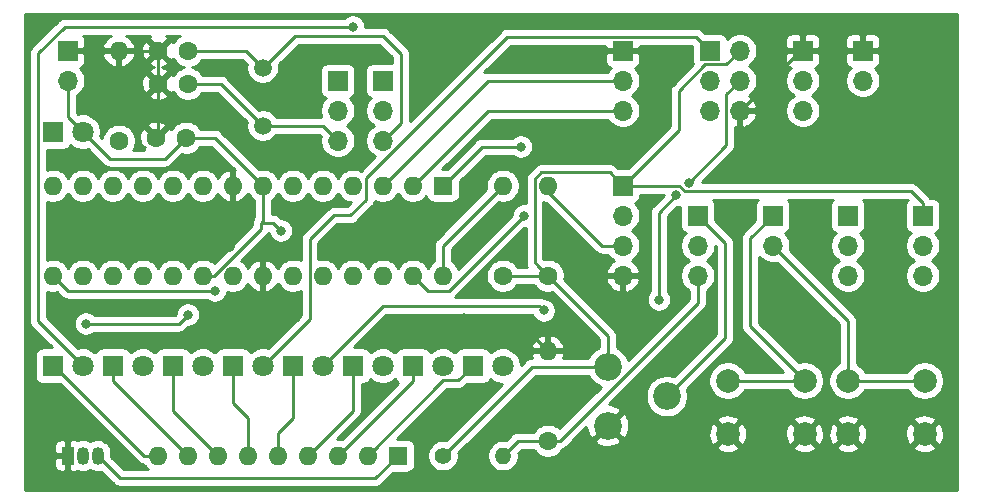
<source format=gbr>
G04 #@! TF.GenerationSoftware,KiCad,Pcbnew,5.1.9-73d0e3b20d~88~ubuntu20.04.1*
G04 #@! TF.CreationDate,2021-01-16T14:01:42+01:00*
G04 #@! TF.ProjectId,test,74657374-2e6b-4696-9361-645f70636258,rev?*
G04 #@! TF.SameCoordinates,Original*
G04 #@! TF.FileFunction,Copper,L1,Top*
G04 #@! TF.FilePolarity,Positive*
%FSLAX46Y46*%
G04 Gerber Fmt 4.6, Leading zero omitted, Abs format (unit mm)*
G04 Created by KiCad (PCBNEW 5.1.9-73d0e3b20d~88~ubuntu20.04.1) date 2021-01-16 14:01:42*
%MOMM*%
%LPD*%
G01*
G04 APERTURE LIST*
G04 #@! TA.AperFunction,ComponentPad*
%ADD10O,1.700000X1.700000*%
G04 #@! TD*
G04 #@! TA.AperFunction,ComponentPad*
%ADD11R,1.700000X1.700000*%
G04 #@! TD*
G04 #@! TA.AperFunction,ComponentPad*
%ADD12O,1.400000X1.400000*%
G04 #@! TD*
G04 #@! TA.AperFunction,ComponentPad*
%ADD13C,1.400000*%
G04 #@! TD*
G04 #@! TA.AperFunction,ComponentPad*
%ADD14C,1.500000*%
G04 #@! TD*
G04 #@! TA.AperFunction,ComponentPad*
%ADD15O,1.600000X1.600000*%
G04 #@! TD*
G04 #@! TA.AperFunction,ComponentPad*
%ADD16R,1.600000X1.600000*%
G04 #@! TD*
G04 #@! TA.AperFunction,ComponentPad*
%ADD17C,2.000000*%
G04 #@! TD*
G04 #@! TA.AperFunction,ComponentPad*
%ADD18C,2.340000*%
G04 #@! TD*
G04 #@! TA.AperFunction,ComponentPad*
%ADD19C,1.600000*%
G04 #@! TD*
G04 #@! TA.AperFunction,ComponentPad*
%ADD20R,1.050000X1.500000*%
G04 #@! TD*
G04 #@! TA.AperFunction,ComponentPad*
%ADD21O,1.050000X1.500000*%
G04 #@! TD*
G04 #@! TA.AperFunction,ComponentPad*
%ADD22C,1.800000*%
G04 #@! TD*
G04 #@! TA.AperFunction,ComponentPad*
%ADD23R,1.800000X1.800000*%
G04 #@! TD*
G04 #@! TA.AperFunction,ViaPad*
%ADD24C,0.800000*%
G04 #@! TD*
G04 #@! TA.AperFunction,Conductor*
%ADD25C,0.250000*%
G04 #@! TD*
G04 #@! TA.AperFunction,Conductor*
%ADD26C,0.254000*%
G04 #@! TD*
G04 #@! TA.AperFunction,Conductor*
%ADD27C,0.150000*%
G04 #@! TD*
G04 APERTURE END LIST*
D10*
X149860000Y-86360000D03*
D11*
X149860000Y-83820000D03*
D10*
X142240000Y-100330000D03*
D11*
X142240000Y-97790000D03*
D10*
X139446000Y-88900000D03*
X136906000Y-88900000D03*
X139446000Y-86360000D03*
X136906000Y-86360000D03*
X139446000Y-83820000D03*
D11*
X136906000Y-83820000D03*
D12*
X119380000Y-118110000D03*
D13*
X114300000Y-118110000D03*
D14*
X99060000Y-85270000D03*
X99060000Y-90170000D03*
D15*
X114300000Y-102870000D03*
X81280000Y-95250000D03*
X111760000Y-102870000D03*
X83820000Y-95250000D03*
X109220000Y-102870000D03*
X86360000Y-95250000D03*
X106680000Y-102870000D03*
X88900000Y-95250000D03*
X104140000Y-102870000D03*
X91440000Y-95250000D03*
X101600000Y-102870000D03*
X93980000Y-95250000D03*
X99060000Y-102870000D03*
X96520000Y-95250000D03*
X96520000Y-102870000D03*
X99060000Y-95250000D03*
X93980000Y-102870000D03*
X101600000Y-95250000D03*
X91440000Y-102870000D03*
X104140000Y-95250000D03*
X88900000Y-102870000D03*
X106680000Y-95250000D03*
X86360000Y-102870000D03*
X109220000Y-95250000D03*
X83820000Y-102870000D03*
X111760000Y-95250000D03*
X81280000Y-102870000D03*
D16*
X114300000Y-95250000D03*
D17*
X155090000Y-111760000D03*
X155090000Y-116260000D03*
X148590000Y-111760000D03*
X148590000Y-116260000D03*
X144930000Y-111760000D03*
X144930000Y-116260000D03*
X138430000Y-111760000D03*
X138430000Y-116260000D03*
D18*
X128270000Y-115570000D03*
X133270000Y-113070000D03*
X128270000Y-110570000D03*
D15*
X90170000Y-118110000D03*
X92710000Y-118110000D03*
X95250000Y-118110000D03*
X97790000Y-118110000D03*
X100330000Y-118110000D03*
X102870000Y-118110000D03*
X105410000Y-118110000D03*
X107950000Y-118110000D03*
D16*
X110490000Y-118110000D03*
D15*
X119380000Y-95250000D03*
D19*
X119380000Y-102870000D03*
D15*
X123190000Y-95250000D03*
D19*
X123190000Y-102870000D03*
D15*
X123190000Y-109220000D03*
D19*
X123190000Y-116840000D03*
D15*
X86868000Y-83820000D03*
D19*
X86868000Y-91440000D03*
D20*
X82550000Y-118110000D03*
D21*
X85090000Y-118110000D03*
X83820000Y-118110000D03*
D10*
X154940000Y-102870000D03*
X154940000Y-100330000D03*
D11*
X154940000Y-97790000D03*
D10*
X148590000Y-102870000D03*
X148590000Y-100330000D03*
D11*
X148590000Y-97790000D03*
D10*
X109220000Y-91440000D03*
X109220000Y-88900000D03*
D11*
X109220000Y-86360000D03*
D10*
X135890000Y-102870000D03*
X135890000Y-100330000D03*
D11*
X135890000Y-97790000D03*
D10*
X105410000Y-91440000D03*
X105410000Y-88900000D03*
D11*
X105410000Y-86360000D03*
D10*
X129540000Y-102870000D03*
X129540000Y-100330000D03*
X129540000Y-97790000D03*
D11*
X129540000Y-95250000D03*
D10*
X144780000Y-88900000D03*
X144780000Y-86360000D03*
D11*
X144780000Y-83820000D03*
D10*
X82550000Y-86360000D03*
D11*
X82550000Y-83820000D03*
D10*
X129540000Y-88900000D03*
X129540000Y-86360000D03*
D11*
X129540000Y-83820000D03*
D22*
X83820000Y-110490000D03*
D23*
X81280000Y-110490000D03*
D22*
X88900000Y-110490000D03*
D23*
X86360000Y-110490000D03*
D22*
X93980000Y-110490000D03*
D23*
X91440000Y-110490000D03*
D22*
X99060000Y-110490000D03*
D23*
X96520000Y-110490000D03*
D22*
X104140000Y-110490000D03*
D23*
X101600000Y-110490000D03*
D22*
X109220000Y-110490000D03*
D23*
X106680000Y-110490000D03*
D22*
X114300000Y-110490000D03*
D23*
X111760000Y-110490000D03*
D22*
X119380000Y-110490000D03*
D23*
X116840000Y-110490000D03*
D22*
X83820000Y-90678000D03*
D23*
X81280000Y-90678000D03*
D19*
X90210000Y-83820000D03*
X92710000Y-83820000D03*
X90210000Y-86614000D03*
X92710000Y-86614000D03*
X90044900Y-91186000D03*
X92544900Y-91186000D03*
D24*
X131572000Y-83820000D03*
X151892000Y-83820000D03*
X110236000Y-107442000D03*
X108204000Y-113538000D03*
X129540000Y-106934000D03*
X101854000Y-106426000D03*
X116078000Y-106426000D03*
X96289871Y-100431030D03*
X90170000Y-97536000D03*
X80264000Y-119888000D03*
X84836000Y-83820000D03*
X100584000Y-99060000D03*
X134078839Y-96045161D03*
X135128000Y-94996000D03*
X122847180Y-105823021D03*
X132588000Y-104902002D03*
X106680000Y-81788000D03*
X120904000Y-91948000D03*
X84074000Y-106934000D03*
X92710000Y-106172000D03*
X121158000Y-97790000D03*
X94996000Y-104140000D03*
D25*
X90210000Y-83820000D02*
X86360000Y-83820000D01*
X94742000Y-98298006D02*
X90283004Y-98298006D01*
X129540000Y-106934000D02*
X129540000Y-102870000D01*
X99060000Y-102870000D02*
X99060000Y-104394000D01*
X101092000Y-106426000D02*
X101854000Y-106426000D01*
X99060000Y-104394000D02*
X101092000Y-106426000D01*
X120396000Y-106426000D02*
X123190000Y-109220000D01*
X116078000Y-106426000D02*
X120396000Y-106426000D01*
X94742000Y-98298006D02*
X96289871Y-99845877D01*
X96289871Y-99845877D02*
X96289871Y-100431030D01*
X90170000Y-98185002D02*
X90283004Y-98298006D01*
X90170000Y-97536000D02*
X90170000Y-98185002D01*
X96520000Y-96520006D02*
X94742000Y-98298006D01*
X96520000Y-95250000D02*
X96520000Y-96520006D01*
X84582000Y-83820000D02*
X86360000Y-83820000D01*
X82550000Y-83820000D02*
X84582000Y-83820000D01*
X90210000Y-83820000D02*
X90210000Y-86614000D01*
X90210000Y-91020900D02*
X90044900Y-91186000D01*
X90210000Y-86614000D02*
X90210000Y-91020900D01*
X144526000Y-83820000D02*
X144780000Y-83820000D01*
X139446000Y-88900000D02*
X144526000Y-83820000D01*
X144780000Y-83820000D02*
X149860000Y-83820000D01*
X84582000Y-83820000D02*
X84836000Y-83820000D01*
X121840000Y-110570000D02*
X114300000Y-118110000D01*
X128270000Y-110570000D02*
X121840000Y-110570000D01*
X94996000Y-91186000D02*
X99060000Y-95250000D01*
X92544900Y-91186000D02*
X94996000Y-91186000D01*
X99060000Y-95250000D02*
X99060000Y-97790000D01*
X119380000Y-102870000D02*
X123190000Y-102870000D01*
X129540000Y-95250000D02*
X128414999Y-94124999D01*
X122064999Y-94709999D02*
X122064999Y-101744999D01*
X128414999Y-94124999D02*
X122649999Y-94124999D01*
X122649999Y-94124999D02*
X122064999Y-94709999D01*
X122064999Y-101744999D02*
X122390001Y-102070001D01*
X122390001Y-102070001D02*
X123190000Y-102870000D01*
X123190000Y-102870000D02*
X128270000Y-107950000D01*
X128270000Y-107950000D02*
X128270000Y-110570000D01*
X129540000Y-95250000D02*
X134308998Y-95250000D01*
X134308998Y-95250000D02*
X134779999Y-95721001D01*
X153971001Y-95721001D02*
X154940000Y-96690000D01*
X134779999Y-95721001D02*
X153971001Y-95721001D01*
X154940000Y-96690000D02*
X154940000Y-97790000D01*
X134264988Y-90525012D02*
X129540000Y-95250000D01*
X134264988Y-87262010D02*
X134264988Y-90525012D01*
X136531997Y-84995001D02*
X134264988Y-87262010D01*
X138270999Y-84995001D02*
X136531997Y-84995001D01*
X139446000Y-83820000D02*
X138270999Y-84995001D01*
X82550000Y-89408000D02*
X83820000Y-90678000D01*
X82550000Y-86360000D02*
X82550000Y-89408000D01*
X83820000Y-90678000D02*
X86106000Y-92964000D01*
X90766900Y-92964000D02*
X92544900Y-91186000D01*
X86106000Y-92964000D02*
X90766900Y-92964000D01*
X99060000Y-97790000D02*
X99060000Y-98223322D01*
X99911661Y-98387661D02*
X98895661Y-98387661D01*
X100584000Y-99060000D02*
X99911661Y-98387661D01*
X99060000Y-98223322D02*
X98895661Y-98387661D01*
X98895661Y-98387661D02*
X98895661Y-98898242D01*
X98895661Y-98898242D02*
X94923903Y-102870000D01*
X94923903Y-102870000D02*
X93980000Y-102870000D01*
X104140000Y-90170000D02*
X105410000Y-91440000D01*
X99060000Y-90170000D02*
X104140000Y-90170000D01*
X95504000Y-86614000D02*
X99060000Y-90170000D01*
X92964000Y-86614000D02*
X95504000Y-86614000D01*
X92710000Y-86360000D02*
X92964000Y-86614000D01*
X97610000Y-83820000D02*
X99060000Y-85270000D01*
X92710000Y-83820000D02*
X97610000Y-83820000D01*
X99060000Y-85270000D02*
X101780000Y-82550000D01*
X101780000Y-82550000D02*
X109220000Y-82550000D01*
X109220000Y-82550000D02*
X110744000Y-84074000D01*
X110744000Y-89916000D02*
X109220000Y-91440000D01*
X110744000Y-84074000D02*
X110744000Y-89916000D01*
X114344999Y-111715001D02*
X107950000Y-118110000D01*
X115614999Y-111715001D02*
X114344999Y-111715001D01*
X116840000Y-110490000D02*
X115614999Y-111715001D01*
X111760000Y-111760000D02*
X105410000Y-118110000D01*
X111760000Y-110490000D02*
X111760000Y-111760000D01*
X106680000Y-114300000D02*
X102870000Y-118110000D01*
X106680000Y-110490000D02*
X106680000Y-114300000D01*
X138270999Y-91853001D02*
X135128000Y-94996000D01*
X138270999Y-87535001D02*
X138270999Y-91853001D01*
X139446000Y-86360000D02*
X138270999Y-87535001D01*
X122447181Y-105423022D02*
X122847180Y-105823021D01*
X109206978Y-105423022D02*
X122447181Y-105423022D01*
X104140000Y-110490000D02*
X109206978Y-105423022D01*
X134078839Y-96045161D02*
X132588000Y-97536000D01*
X132588000Y-97536000D02*
X132588000Y-104902002D01*
X101600000Y-110490000D02*
X101600000Y-114935000D01*
X100330000Y-116205000D02*
X100330000Y-118110000D01*
X101600000Y-114935000D02*
X100330000Y-116205000D01*
X103014999Y-106535001D02*
X99060000Y-110490000D01*
X103014999Y-99789999D02*
X103014999Y-106535001D01*
X135730999Y-82644999D02*
X119754003Y-82644999D01*
X119754003Y-82644999D02*
X107805001Y-94594001D01*
X136906000Y-83820000D02*
X135730999Y-82644999D01*
X107805001Y-96431115D02*
X106483106Y-97753010D01*
X107805001Y-94594001D02*
X107805001Y-96431115D01*
X105051988Y-97753010D02*
X103014999Y-99789999D01*
X106483106Y-97753010D02*
X105051988Y-97753010D01*
X96520000Y-110490000D02*
X96520000Y-113665000D01*
X97790000Y-114935000D02*
X97790000Y-118110000D01*
X96520000Y-113665000D02*
X97790000Y-114935000D01*
X91440000Y-114300000D02*
X95250000Y-118110000D01*
X91440000Y-110490000D02*
X91440000Y-114300000D01*
X86360000Y-111760000D02*
X92710000Y-118110000D01*
X86360000Y-110490000D02*
X86360000Y-111760000D01*
X82296998Y-81788000D02*
X106680000Y-81788000D01*
X80054999Y-106724999D02*
X80054999Y-84029999D01*
X80054999Y-84029999D02*
X82296998Y-81788000D01*
X83820000Y-110490000D02*
X80054999Y-106724999D01*
X81418630Y-110490000D02*
X81280000Y-110490000D01*
X89038630Y-118110000D02*
X81418630Y-110490000D01*
X90170000Y-118110000D02*
X89038630Y-118110000D01*
X118110000Y-88900000D02*
X111760000Y-95250000D01*
X129540000Y-88900000D02*
X118110000Y-88900000D01*
X118110000Y-86360000D02*
X109220000Y-95250000D01*
X129540000Y-86360000D02*
X118110000Y-86360000D01*
X117602000Y-91948000D02*
X114300000Y-95250000D01*
X120904000Y-91948000D02*
X117602000Y-91948000D01*
X84074000Y-106934000D02*
X91948000Y-106934000D01*
X91948000Y-106934000D02*
X92710000Y-106172000D01*
X148590000Y-106680000D02*
X142240000Y-100330000D01*
X148590000Y-111760000D02*
X148590000Y-106680000D01*
X148590000Y-111760000D02*
X155090000Y-111760000D01*
X144930000Y-111760000D02*
X138430000Y-111760000D01*
X140335000Y-99695000D02*
X142240000Y-97790000D01*
X140335000Y-107165000D02*
X140335000Y-99695000D01*
X144930000Y-111760000D02*
X140335000Y-107165000D01*
X129540000Y-100330000D02*
X127762000Y-100330000D01*
X123190000Y-95758000D02*
X123190000Y-95250000D01*
X127762000Y-100330000D02*
X123190000Y-95758000D01*
X114808000Y-104140000D02*
X121158000Y-97790000D01*
X113030000Y-104140000D02*
X114808000Y-104140000D01*
X111760000Y-102870000D02*
X113030000Y-104140000D01*
X114300000Y-102870000D02*
X114300000Y-100330000D01*
X114300000Y-100330000D02*
X119380000Y-95250000D01*
X120650000Y-116840000D02*
X119380000Y-118110000D01*
X123190000Y-116840000D02*
X120650000Y-116840000D01*
X124212602Y-116840000D02*
X123190000Y-116840000D01*
X135890000Y-105162602D02*
X124212602Y-116840000D01*
X135890000Y-102870000D02*
X135890000Y-105162602D01*
X133270000Y-113070000D02*
X138176000Y-108164000D01*
X138176000Y-100076000D02*
X135890000Y-97790000D01*
X138176000Y-108164000D02*
X138176000Y-100076000D01*
X82550000Y-104140000D02*
X81280000Y-102870000D01*
X94996000Y-104140000D02*
X82550000Y-104140000D01*
X110490000Y-118110000D02*
X108585000Y-120015000D01*
X86995000Y-120015000D02*
X85090000Y-118110000D01*
X108585000Y-120015000D02*
X86995000Y-120015000D01*
D26*
X157811000Y-120981000D02*
X78917000Y-120981000D01*
X78917000Y-118860000D01*
X81386928Y-118860000D01*
X81399188Y-118984482D01*
X81435498Y-119104180D01*
X81494463Y-119214494D01*
X81573815Y-119311185D01*
X81670506Y-119390537D01*
X81780820Y-119449502D01*
X81900518Y-119485812D01*
X82025000Y-119498072D01*
X82264250Y-119495000D01*
X82423000Y-119336250D01*
X82423000Y-118237000D01*
X81548750Y-118237000D01*
X81390000Y-118395750D01*
X81386928Y-118860000D01*
X78917000Y-118860000D01*
X78917000Y-117360000D01*
X81386928Y-117360000D01*
X81390000Y-117824250D01*
X81548750Y-117983000D01*
X82423000Y-117983000D01*
X82423000Y-116883750D01*
X82264250Y-116725000D01*
X82025000Y-116721928D01*
X81900518Y-116734188D01*
X81780820Y-116770498D01*
X81670506Y-116829463D01*
X81573815Y-116908815D01*
X81494463Y-117005506D01*
X81435498Y-117115820D01*
X81399188Y-117235518D01*
X81386928Y-117360000D01*
X78917000Y-117360000D01*
X78917000Y-84029999D01*
X79291323Y-84029999D01*
X79295000Y-84067332D01*
X79294999Y-106687677D01*
X79291323Y-106724999D01*
X79294999Y-106762321D01*
X79294999Y-106762331D01*
X79305996Y-106873984D01*
X79335803Y-106972246D01*
X79349453Y-107017245D01*
X79420025Y-107149275D01*
X79450430Y-107186323D01*
X79514998Y-107265000D01*
X79544002Y-107288803D01*
X81207126Y-108951928D01*
X80380000Y-108951928D01*
X80255518Y-108964188D01*
X80135820Y-109000498D01*
X80025506Y-109059463D01*
X79928815Y-109138815D01*
X79849463Y-109235506D01*
X79790498Y-109345820D01*
X79754188Y-109465518D01*
X79741928Y-109590000D01*
X79741928Y-111390000D01*
X79754188Y-111514482D01*
X79790498Y-111634180D01*
X79849463Y-111744494D01*
X79928815Y-111841185D01*
X80025506Y-111920537D01*
X80135820Y-111979502D01*
X80255518Y-112015812D01*
X80380000Y-112028072D01*
X81881901Y-112028072D01*
X88474830Y-118621002D01*
X88498629Y-118650001D01*
X88614354Y-118744974D01*
X88746383Y-118815546D01*
X88889644Y-118859003D01*
X88948481Y-118864798D01*
X89055363Y-119024759D01*
X89255241Y-119224637D01*
X89300683Y-119255000D01*
X87309802Y-119255000D01*
X86250000Y-118195199D01*
X86250000Y-117828021D01*
X86233215Y-117657600D01*
X86166885Y-117438940D01*
X86059171Y-117237421D01*
X85914212Y-117060788D01*
X85737578Y-116915829D01*
X85536059Y-116808115D01*
X85317399Y-116741785D01*
X85090000Y-116719388D01*
X84862600Y-116741785D01*
X84643940Y-116808115D01*
X84455000Y-116909106D01*
X84266059Y-116808115D01*
X84047399Y-116741785D01*
X83820000Y-116719388D01*
X83592600Y-116741785D01*
X83383902Y-116805093D01*
X83319180Y-116770498D01*
X83199482Y-116734188D01*
X83075000Y-116721928D01*
X82835750Y-116725000D01*
X82677000Y-116883750D01*
X82677000Y-117656892D01*
X82676785Y-117657601D01*
X82660000Y-117828022D01*
X82660000Y-118391979D01*
X82676785Y-118562400D01*
X82677000Y-118563109D01*
X82677000Y-119336250D01*
X82835750Y-119495000D01*
X83075000Y-119498072D01*
X83199482Y-119485812D01*
X83319180Y-119449502D01*
X83383902Y-119414907D01*
X83592601Y-119478215D01*
X83820000Y-119500612D01*
X84047400Y-119478215D01*
X84266060Y-119411885D01*
X84455001Y-119310894D01*
X84643941Y-119411885D01*
X84862601Y-119478215D01*
X85090000Y-119500612D01*
X85317400Y-119478215D01*
X85368049Y-119462851D01*
X86431201Y-120526003D01*
X86454999Y-120555001D01*
X86570724Y-120649974D01*
X86702753Y-120720546D01*
X86846014Y-120764003D01*
X86957667Y-120775000D01*
X86957677Y-120775000D01*
X86995000Y-120778676D01*
X87032323Y-120775000D01*
X108547678Y-120775000D01*
X108585000Y-120778676D01*
X108622322Y-120775000D01*
X108622333Y-120775000D01*
X108733986Y-120764003D01*
X108877247Y-120720546D01*
X109009276Y-120649974D01*
X109125001Y-120555001D01*
X109148804Y-120525997D01*
X110126730Y-119548072D01*
X111290000Y-119548072D01*
X111414482Y-119535812D01*
X111534180Y-119499502D01*
X111644494Y-119440537D01*
X111741185Y-119361185D01*
X111820537Y-119264494D01*
X111879502Y-119154180D01*
X111915812Y-119034482D01*
X111928072Y-118910000D01*
X111928072Y-117310000D01*
X111915812Y-117185518D01*
X111879502Y-117065820D01*
X111820537Y-116955506D01*
X111741185Y-116858815D01*
X111644494Y-116779463D01*
X111534180Y-116720498D01*
X111414482Y-116684188D01*
X111290000Y-116671928D01*
X110462873Y-116671928D01*
X114659801Y-112475001D01*
X115577677Y-112475001D01*
X115614999Y-112478677D01*
X115652321Y-112475001D01*
X115652332Y-112475001D01*
X115763985Y-112464004D01*
X115907246Y-112420547D01*
X116039275Y-112349975D01*
X116155000Y-112255002D01*
X116178803Y-112225998D01*
X116376729Y-112028072D01*
X117740000Y-112028072D01*
X117864482Y-112015812D01*
X117984180Y-111979502D01*
X118094494Y-111920537D01*
X118191185Y-111841185D01*
X118270537Y-111744494D01*
X118329502Y-111634180D01*
X118335056Y-111615873D01*
X118401495Y-111682312D01*
X118652905Y-111850299D01*
X118932257Y-111966011D01*
X119228816Y-112025000D01*
X119310198Y-112025000D01*
X114538844Y-116796355D01*
X114431486Y-116775000D01*
X114168514Y-116775000D01*
X113910595Y-116826304D01*
X113667641Y-116926939D01*
X113448987Y-117073038D01*
X113263038Y-117258987D01*
X113116939Y-117477641D01*
X113016304Y-117720595D01*
X112965000Y-117978514D01*
X112965000Y-118241486D01*
X113016304Y-118499405D01*
X113116939Y-118742359D01*
X113263038Y-118961013D01*
X113448987Y-119146962D01*
X113667641Y-119293061D01*
X113910595Y-119393696D01*
X114168514Y-119445000D01*
X114431486Y-119445000D01*
X114689405Y-119393696D01*
X114932359Y-119293061D01*
X115151013Y-119146962D01*
X115336962Y-118961013D01*
X115483061Y-118742359D01*
X115583696Y-118499405D01*
X115635000Y-118241486D01*
X115635000Y-117978514D01*
X115613645Y-117871156D01*
X122154802Y-111330000D01*
X126631084Y-111330000D01*
X126670429Y-111424988D01*
X126867965Y-111720621D01*
X127119379Y-111972035D01*
X127415012Y-112169571D01*
X127693059Y-112284741D01*
X124178598Y-115799202D01*
X124104759Y-115725363D01*
X123869727Y-115568320D01*
X123608574Y-115460147D01*
X123331335Y-115405000D01*
X123048665Y-115405000D01*
X122771426Y-115460147D01*
X122510273Y-115568320D01*
X122275241Y-115725363D01*
X122075363Y-115925241D01*
X121971957Y-116080000D01*
X120687322Y-116080000D01*
X120649999Y-116076324D01*
X120612676Y-116080000D01*
X120612667Y-116080000D01*
X120501014Y-116090997D01*
X120357753Y-116134454D01*
X120225724Y-116205026D01*
X120109999Y-116299999D01*
X120086201Y-116328997D01*
X119618843Y-116796355D01*
X119511486Y-116775000D01*
X119248514Y-116775000D01*
X118990595Y-116826304D01*
X118747641Y-116926939D01*
X118528987Y-117073038D01*
X118343038Y-117258987D01*
X118196939Y-117477641D01*
X118096304Y-117720595D01*
X118045000Y-117978514D01*
X118045000Y-118241486D01*
X118096304Y-118499405D01*
X118196939Y-118742359D01*
X118343038Y-118961013D01*
X118528987Y-119146962D01*
X118747641Y-119293061D01*
X118990595Y-119393696D01*
X119248514Y-119445000D01*
X119511486Y-119445000D01*
X119769405Y-119393696D01*
X120012359Y-119293061D01*
X120231013Y-119146962D01*
X120416962Y-118961013D01*
X120563061Y-118742359D01*
X120663696Y-118499405D01*
X120715000Y-118241486D01*
X120715000Y-117978514D01*
X120693645Y-117871157D01*
X120964802Y-117600000D01*
X121971957Y-117600000D01*
X122075363Y-117754759D01*
X122275241Y-117954637D01*
X122510273Y-118111680D01*
X122771426Y-118219853D01*
X123048665Y-118275000D01*
X123331335Y-118275000D01*
X123608574Y-118219853D01*
X123869727Y-118111680D01*
X124104759Y-117954637D01*
X124304637Y-117754759D01*
X124429069Y-117568533D01*
X124504849Y-117545546D01*
X124636878Y-117474974D01*
X124733823Y-117395413D01*
X137474192Y-117395413D01*
X137569956Y-117659814D01*
X137859571Y-117800704D01*
X138171108Y-117882384D01*
X138492595Y-117901718D01*
X138811675Y-117857961D01*
X139116088Y-117752795D01*
X139290044Y-117659814D01*
X139385808Y-117395413D01*
X143974192Y-117395413D01*
X144069956Y-117659814D01*
X144359571Y-117800704D01*
X144671108Y-117882384D01*
X144992595Y-117901718D01*
X145311675Y-117857961D01*
X145616088Y-117752795D01*
X145790044Y-117659814D01*
X145885808Y-117395413D01*
X147634192Y-117395413D01*
X147729956Y-117659814D01*
X148019571Y-117800704D01*
X148331108Y-117882384D01*
X148652595Y-117901718D01*
X148971675Y-117857961D01*
X149276088Y-117752795D01*
X149450044Y-117659814D01*
X149545808Y-117395413D01*
X154134192Y-117395413D01*
X154229956Y-117659814D01*
X154519571Y-117800704D01*
X154831108Y-117882384D01*
X155152595Y-117901718D01*
X155471675Y-117857961D01*
X155776088Y-117752795D01*
X155950044Y-117659814D01*
X156045808Y-117395413D01*
X155090000Y-116439605D01*
X154134192Y-117395413D01*
X149545808Y-117395413D01*
X148590000Y-116439605D01*
X147634192Y-117395413D01*
X145885808Y-117395413D01*
X144930000Y-116439605D01*
X143974192Y-117395413D01*
X139385808Y-117395413D01*
X138430000Y-116439605D01*
X137474192Y-117395413D01*
X124733823Y-117395413D01*
X124752603Y-117380001D01*
X124776406Y-117350997D01*
X125300801Y-116826602D01*
X127193003Y-116826602D01*
X127309275Y-117108389D01*
X127627860Y-117266257D01*
X127971122Y-117358938D01*
X128325869Y-117382873D01*
X128678470Y-117337139D01*
X129015373Y-117223495D01*
X129230725Y-117108389D01*
X129346997Y-116826602D01*
X128270000Y-115749605D01*
X127193003Y-116826602D01*
X125300801Y-116826602D01*
X126462226Y-115665178D01*
X126502861Y-115978470D01*
X126616505Y-116315373D01*
X126731611Y-116530725D01*
X127013398Y-116646997D01*
X128090395Y-115570000D01*
X128449605Y-115570000D01*
X129526602Y-116646997D01*
X129808389Y-116530725D01*
X129911523Y-116322595D01*
X136788282Y-116322595D01*
X136832039Y-116641675D01*
X136937205Y-116946088D01*
X137030186Y-117120044D01*
X137294587Y-117215808D01*
X138250395Y-116260000D01*
X138609605Y-116260000D01*
X139565413Y-117215808D01*
X139829814Y-117120044D01*
X139970704Y-116830429D01*
X140052384Y-116518892D01*
X140064189Y-116322595D01*
X143288282Y-116322595D01*
X143332039Y-116641675D01*
X143437205Y-116946088D01*
X143530186Y-117120044D01*
X143794587Y-117215808D01*
X144750395Y-116260000D01*
X145109605Y-116260000D01*
X146065413Y-117215808D01*
X146329814Y-117120044D01*
X146470704Y-116830429D01*
X146552384Y-116518892D01*
X146564189Y-116322595D01*
X146948282Y-116322595D01*
X146992039Y-116641675D01*
X147097205Y-116946088D01*
X147190186Y-117120044D01*
X147454587Y-117215808D01*
X148410395Y-116260000D01*
X148769605Y-116260000D01*
X149725413Y-117215808D01*
X149989814Y-117120044D01*
X150130704Y-116830429D01*
X150212384Y-116518892D01*
X150224189Y-116322595D01*
X153448282Y-116322595D01*
X153492039Y-116641675D01*
X153597205Y-116946088D01*
X153690186Y-117120044D01*
X153954587Y-117215808D01*
X154910395Y-116260000D01*
X155269605Y-116260000D01*
X156225413Y-117215808D01*
X156489814Y-117120044D01*
X156630704Y-116830429D01*
X156712384Y-116518892D01*
X156731718Y-116197405D01*
X156687961Y-115878325D01*
X156582795Y-115573912D01*
X156489814Y-115399956D01*
X156225413Y-115304192D01*
X155269605Y-116260000D01*
X154910395Y-116260000D01*
X153954587Y-115304192D01*
X153690186Y-115399956D01*
X153549296Y-115689571D01*
X153467616Y-116001108D01*
X153448282Y-116322595D01*
X150224189Y-116322595D01*
X150231718Y-116197405D01*
X150187961Y-115878325D01*
X150082795Y-115573912D01*
X149989814Y-115399956D01*
X149725413Y-115304192D01*
X148769605Y-116260000D01*
X148410395Y-116260000D01*
X147454587Y-115304192D01*
X147190186Y-115399956D01*
X147049296Y-115689571D01*
X146967616Y-116001108D01*
X146948282Y-116322595D01*
X146564189Y-116322595D01*
X146571718Y-116197405D01*
X146527961Y-115878325D01*
X146422795Y-115573912D01*
X146329814Y-115399956D01*
X146065413Y-115304192D01*
X145109605Y-116260000D01*
X144750395Y-116260000D01*
X143794587Y-115304192D01*
X143530186Y-115399956D01*
X143389296Y-115689571D01*
X143307616Y-116001108D01*
X143288282Y-116322595D01*
X140064189Y-116322595D01*
X140071718Y-116197405D01*
X140027961Y-115878325D01*
X139922795Y-115573912D01*
X139829814Y-115399956D01*
X139565413Y-115304192D01*
X138609605Y-116260000D01*
X138250395Y-116260000D01*
X137294587Y-115304192D01*
X137030186Y-115399956D01*
X136889296Y-115689571D01*
X136807616Y-116001108D01*
X136788282Y-116322595D01*
X129911523Y-116322595D01*
X129966257Y-116212140D01*
X130058938Y-115868878D01*
X130082873Y-115514131D01*
X130037139Y-115161530D01*
X130024678Y-115124587D01*
X137474192Y-115124587D01*
X138430000Y-116080395D01*
X139385808Y-115124587D01*
X143974192Y-115124587D01*
X144930000Y-116080395D01*
X145885808Y-115124587D01*
X147634192Y-115124587D01*
X148590000Y-116080395D01*
X149545808Y-115124587D01*
X154134192Y-115124587D01*
X155090000Y-116080395D01*
X156045808Y-115124587D01*
X155950044Y-114860186D01*
X155660429Y-114719296D01*
X155348892Y-114637616D01*
X155027405Y-114618282D01*
X154708325Y-114662039D01*
X154403912Y-114767205D01*
X154229956Y-114860186D01*
X154134192Y-115124587D01*
X149545808Y-115124587D01*
X149450044Y-114860186D01*
X149160429Y-114719296D01*
X148848892Y-114637616D01*
X148527405Y-114618282D01*
X148208325Y-114662039D01*
X147903912Y-114767205D01*
X147729956Y-114860186D01*
X147634192Y-115124587D01*
X145885808Y-115124587D01*
X145790044Y-114860186D01*
X145500429Y-114719296D01*
X145188892Y-114637616D01*
X144867405Y-114618282D01*
X144548325Y-114662039D01*
X144243912Y-114767205D01*
X144069956Y-114860186D01*
X143974192Y-115124587D01*
X139385808Y-115124587D01*
X139290044Y-114860186D01*
X139000429Y-114719296D01*
X138688892Y-114637616D01*
X138367405Y-114618282D01*
X138048325Y-114662039D01*
X137743912Y-114767205D01*
X137569956Y-114860186D01*
X137474192Y-115124587D01*
X130024678Y-115124587D01*
X129923495Y-114824627D01*
X129808389Y-114609275D01*
X129526602Y-114493003D01*
X128449605Y-115570000D01*
X128090395Y-115570000D01*
X128076253Y-115555858D01*
X128255858Y-115376253D01*
X128270000Y-115390395D01*
X129346997Y-114313398D01*
X129230725Y-114031611D01*
X128912140Y-113873743D01*
X128568878Y-113781062D01*
X128360407Y-113766996D01*
X136401003Y-105726401D01*
X136430001Y-105702603D01*
X136524974Y-105586878D01*
X136595546Y-105454849D01*
X136639003Y-105311588D01*
X136650000Y-105199935D01*
X136653677Y-105162602D01*
X136650000Y-105125269D01*
X136650000Y-104148178D01*
X136836632Y-104023475D01*
X137043475Y-103816632D01*
X137205990Y-103573411D01*
X137317932Y-103303158D01*
X137375000Y-103016260D01*
X137375000Y-102723740D01*
X137317932Y-102436842D01*
X137205990Y-102166589D01*
X137043475Y-101923368D01*
X136836632Y-101716525D01*
X136662240Y-101600000D01*
X136836632Y-101483475D01*
X137043475Y-101276632D01*
X137205990Y-101033411D01*
X137317932Y-100763158D01*
X137375000Y-100476260D01*
X137375000Y-100349802D01*
X137416001Y-100390803D01*
X137416000Y-107849198D01*
X133891488Y-111373711D01*
X133796499Y-111334365D01*
X133447777Y-111265000D01*
X133092223Y-111265000D01*
X132743501Y-111334365D01*
X132415012Y-111470429D01*
X132119379Y-111667965D01*
X131867965Y-111919379D01*
X131670429Y-112215012D01*
X131534365Y-112543501D01*
X131465000Y-112892223D01*
X131465000Y-113247777D01*
X131534365Y-113596499D01*
X131670429Y-113924988D01*
X131867965Y-114220621D01*
X132119379Y-114472035D01*
X132415012Y-114669571D01*
X132743501Y-114805635D01*
X133092223Y-114875000D01*
X133447777Y-114875000D01*
X133796499Y-114805635D01*
X134124988Y-114669571D01*
X134420621Y-114472035D01*
X134672035Y-114220621D01*
X134869571Y-113924988D01*
X135005635Y-113596499D01*
X135075000Y-113247777D01*
X135075000Y-112892223D01*
X135005635Y-112543501D01*
X134966289Y-112448512D01*
X138687004Y-108727798D01*
X138716001Y-108704001D01*
X138810974Y-108588276D01*
X138881546Y-108456247D01*
X138925003Y-108312986D01*
X138936000Y-108201333D01*
X138936000Y-108201325D01*
X138939676Y-108164000D01*
X138936000Y-108126675D01*
X138936000Y-100113322D01*
X138939676Y-100075999D01*
X138936000Y-100038676D01*
X138936000Y-100038667D01*
X138925003Y-99927014D01*
X138881546Y-99783753D01*
X138810974Y-99651724D01*
X138716001Y-99535999D01*
X138687003Y-99512201D01*
X137378072Y-98203271D01*
X137378072Y-96940000D01*
X137365812Y-96815518D01*
X137329502Y-96695820D01*
X137270537Y-96585506D01*
X137191185Y-96488815D01*
X137181664Y-96481001D01*
X140948336Y-96481001D01*
X140938815Y-96488815D01*
X140859463Y-96585506D01*
X140800498Y-96695820D01*
X140764188Y-96815518D01*
X140751928Y-96940000D01*
X140751928Y-98203270D01*
X139823998Y-99131201D01*
X139795000Y-99154999D01*
X139771202Y-99183997D01*
X139771201Y-99183998D01*
X139700026Y-99270724D01*
X139629454Y-99402754D01*
X139618689Y-99438243D01*
X139585998Y-99546014D01*
X139575586Y-99651723D01*
X139571324Y-99695000D01*
X139575001Y-99732332D01*
X139575000Y-107127678D01*
X139571324Y-107165000D01*
X139575000Y-107202322D01*
X139575000Y-107202332D01*
X139585997Y-107313985D01*
X139623918Y-107438997D01*
X139629454Y-107457246D01*
X139700026Y-107589276D01*
X139728523Y-107623999D01*
X139794999Y-107705001D01*
X139824003Y-107728804D01*
X143095198Y-111000000D01*
X139884909Y-111000000D01*
X139878918Y-110985537D01*
X139699987Y-110717748D01*
X139472252Y-110490013D01*
X139204463Y-110311082D01*
X138906912Y-110187832D01*
X138591033Y-110125000D01*
X138268967Y-110125000D01*
X137953088Y-110187832D01*
X137655537Y-110311082D01*
X137387748Y-110490013D01*
X137160013Y-110717748D01*
X136981082Y-110985537D01*
X136857832Y-111283088D01*
X136795000Y-111598967D01*
X136795000Y-111921033D01*
X136857832Y-112236912D01*
X136981082Y-112534463D01*
X137160013Y-112802252D01*
X137387748Y-113029987D01*
X137655537Y-113208918D01*
X137953088Y-113332168D01*
X138268967Y-113395000D01*
X138591033Y-113395000D01*
X138906912Y-113332168D01*
X139204463Y-113208918D01*
X139472252Y-113029987D01*
X139699987Y-112802252D01*
X139878918Y-112534463D01*
X139884909Y-112520000D01*
X143475091Y-112520000D01*
X143481082Y-112534463D01*
X143660013Y-112802252D01*
X143887748Y-113029987D01*
X144155537Y-113208918D01*
X144453088Y-113332168D01*
X144768967Y-113395000D01*
X145091033Y-113395000D01*
X145406912Y-113332168D01*
X145704463Y-113208918D01*
X145972252Y-113029987D01*
X146199987Y-112802252D01*
X146378918Y-112534463D01*
X146502168Y-112236912D01*
X146565000Y-111921033D01*
X146565000Y-111598967D01*
X146502168Y-111283088D01*
X146378918Y-110985537D01*
X146199987Y-110717748D01*
X145972252Y-110490013D01*
X145704463Y-110311082D01*
X145406912Y-110187832D01*
X145091033Y-110125000D01*
X144768967Y-110125000D01*
X144453088Y-110187832D01*
X144438625Y-110193823D01*
X141095000Y-106850199D01*
X141095000Y-101285107D01*
X141293368Y-101483475D01*
X141536589Y-101645990D01*
X141806842Y-101757932D01*
X142093740Y-101815000D01*
X142386260Y-101815000D01*
X142606408Y-101771209D01*
X147830001Y-106994803D01*
X147830000Y-110305091D01*
X147815537Y-110311082D01*
X147547748Y-110490013D01*
X147320013Y-110717748D01*
X147141082Y-110985537D01*
X147017832Y-111283088D01*
X146955000Y-111598967D01*
X146955000Y-111921033D01*
X147017832Y-112236912D01*
X147141082Y-112534463D01*
X147320013Y-112802252D01*
X147547748Y-113029987D01*
X147815537Y-113208918D01*
X148113088Y-113332168D01*
X148428967Y-113395000D01*
X148751033Y-113395000D01*
X149066912Y-113332168D01*
X149364463Y-113208918D01*
X149632252Y-113029987D01*
X149859987Y-112802252D01*
X150038918Y-112534463D01*
X150044909Y-112520000D01*
X153635091Y-112520000D01*
X153641082Y-112534463D01*
X153820013Y-112802252D01*
X154047748Y-113029987D01*
X154315537Y-113208918D01*
X154613088Y-113332168D01*
X154928967Y-113395000D01*
X155251033Y-113395000D01*
X155566912Y-113332168D01*
X155864463Y-113208918D01*
X156132252Y-113029987D01*
X156359987Y-112802252D01*
X156538918Y-112534463D01*
X156662168Y-112236912D01*
X156725000Y-111921033D01*
X156725000Y-111598967D01*
X156662168Y-111283088D01*
X156538918Y-110985537D01*
X156359987Y-110717748D01*
X156132252Y-110490013D01*
X155864463Y-110311082D01*
X155566912Y-110187832D01*
X155251033Y-110125000D01*
X154928967Y-110125000D01*
X154613088Y-110187832D01*
X154315537Y-110311082D01*
X154047748Y-110490013D01*
X153820013Y-110717748D01*
X153641082Y-110985537D01*
X153635091Y-111000000D01*
X150044909Y-111000000D01*
X150038918Y-110985537D01*
X149859987Y-110717748D01*
X149632252Y-110490013D01*
X149364463Y-110311082D01*
X149350000Y-110305091D01*
X149350000Y-106717322D01*
X149353676Y-106679999D01*
X149350000Y-106642676D01*
X149350000Y-106642667D01*
X149339003Y-106531014D01*
X149295546Y-106387753D01*
X149234864Y-106274226D01*
X149224974Y-106255723D01*
X149153799Y-106168997D01*
X149130001Y-106139999D01*
X149101003Y-106116201D01*
X143681209Y-100696408D01*
X143725000Y-100476260D01*
X143725000Y-100183740D01*
X143667932Y-99896842D01*
X143555990Y-99626589D01*
X143393475Y-99383368D01*
X143261620Y-99251513D01*
X143334180Y-99229502D01*
X143444494Y-99170537D01*
X143541185Y-99091185D01*
X143620537Y-98994494D01*
X143679502Y-98884180D01*
X143715812Y-98764482D01*
X143728072Y-98640000D01*
X143728072Y-96940000D01*
X143715812Y-96815518D01*
X143679502Y-96695820D01*
X143620537Y-96585506D01*
X143541185Y-96488815D01*
X143531664Y-96481001D01*
X147298336Y-96481001D01*
X147288815Y-96488815D01*
X147209463Y-96585506D01*
X147150498Y-96695820D01*
X147114188Y-96815518D01*
X147101928Y-96940000D01*
X147101928Y-98640000D01*
X147114188Y-98764482D01*
X147150498Y-98884180D01*
X147209463Y-98994494D01*
X147288815Y-99091185D01*
X147385506Y-99170537D01*
X147495820Y-99229502D01*
X147568380Y-99251513D01*
X147436525Y-99383368D01*
X147274010Y-99626589D01*
X147162068Y-99896842D01*
X147105000Y-100183740D01*
X147105000Y-100476260D01*
X147162068Y-100763158D01*
X147274010Y-101033411D01*
X147436525Y-101276632D01*
X147643368Y-101483475D01*
X147817760Y-101600000D01*
X147643368Y-101716525D01*
X147436525Y-101923368D01*
X147274010Y-102166589D01*
X147162068Y-102436842D01*
X147105000Y-102723740D01*
X147105000Y-103016260D01*
X147162068Y-103303158D01*
X147274010Y-103573411D01*
X147436525Y-103816632D01*
X147643368Y-104023475D01*
X147886589Y-104185990D01*
X148156842Y-104297932D01*
X148443740Y-104355000D01*
X148736260Y-104355000D01*
X149023158Y-104297932D01*
X149293411Y-104185990D01*
X149536632Y-104023475D01*
X149743475Y-103816632D01*
X149905990Y-103573411D01*
X150017932Y-103303158D01*
X150075000Y-103016260D01*
X150075000Y-102723740D01*
X150017932Y-102436842D01*
X149905990Y-102166589D01*
X149743475Y-101923368D01*
X149536632Y-101716525D01*
X149362240Y-101600000D01*
X149536632Y-101483475D01*
X149743475Y-101276632D01*
X149905990Y-101033411D01*
X150017932Y-100763158D01*
X150075000Y-100476260D01*
X150075000Y-100183740D01*
X150017932Y-99896842D01*
X149905990Y-99626589D01*
X149743475Y-99383368D01*
X149611620Y-99251513D01*
X149684180Y-99229502D01*
X149794494Y-99170537D01*
X149891185Y-99091185D01*
X149970537Y-98994494D01*
X150029502Y-98884180D01*
X150065812Y-98764482D01*
X150078072Y-98640000D01*
X150078072Y-96940000D01*
X150065812Y-96815518D01*
X150029502Y-96695820D01*
X149970537Y-96585506D01*
X149891185Y-96488815D01*
X149881664Y-96481001D01*
X153648336Y-96481001D01*
X153638815Y-96488815D01*
X153559463Y-96585506D01*
X153500498Y-96695820D01*
X153464188Y-96815518D01*
X153451928Y-96940000D01*
X153451928Y-98640000D01*
X153464188Y-98764482D01*
X153500498Y-98884180D01*
X153559463Y-98994494D01*
X153638815Y-99091185D01*
X153735506Y-99170537D01*
X153845820Y-99229502D01*
X153918380Y-99251513D01*
X153786525Y-99383368D01*
X153624010Y-99626589D01*
X153512068Y-99896842D01*
X153455000Y-100183740D01*
X153455000Y-100476260D01*
X153512068Y-100763158D01*
X153624010Y-101033411D01*
X153786525Y-101276632D01*
X153993368Y-101483475D01*
X154167760Y-101600000D01*
X153993368Y-101716525D01*
X153786525Y-101923368D01*
X153624010Y-102166589D01*
X153512068Y-102436842D01*
X153455000Y-102723740D01*
X153455000Y-103016260D01*
X153512068Y-103303158D01*
X153624010Y-103573411D01*
X153786525Y-103816632D01*
X153993368Y-104023475D01*
X154236589Y-104185990D01*
X154506842Y-104297932D01*
X154793740Y-104355000D01*
X155086260Y-104355000D01*
X155373158Y-104297932D01*
X155643411Y-104185990D01*
X155886632Y-104023475D01*
X156093475Y-103816632D01*
X156255990Y-103573411D01*
X156367932Y-103303158D01*
X156425000Y-103016260D01*
X156425000Y-102723740D01*
X156367932Y-102436842D01*
X156255990Y-102166589D01*
X156093475Y-101923368D01*
X155886632Y-101716525D01*
X155712240Y-101600000D01*
X155886632Y-101483475D01*
X156093475Y-101276632D01*
X156255990Y-101033411D01*
X156367932Y-100763158D01*
X156425000Y-100476260D01*
X156425000Y-100183740D01*
X156367932Y-99896842D01*
X156255990Y-99626589D01*
X156093475Y-99383368D01*
X155961620Y-99251513D01*
X156034180Y-99229502D01*
X156144494Y-99170537D01*
X156241185Y-99091185D01*
X156320537Y-98994494D01*
X156379502Y-98884180D01*
X156415812Y-98764482D01*
X156428072Y-98640000D01*
X156428072Y-96940000D01*
X156415812Y-96815518D01*
X156379502Y-96695820D01*
X156320537Y-96585506D01*
X156241185Y-96488815D01*
X156144494Y-96409463D01*
X156034180Y-96350498D01*
X155914482Y-96314188D01*
X155790000Y-96301928D01*
X155594326Y-96301928D01*
X155574974Y-96265724D01*
X155503799Y-96178997D01*
X155480001Y-96149999D01*
X155451004Y-96126202D01*
X154534805Y-95210003D01*
X154511002Y-95181000D01*
X154395277Y-95086027D01*
X154263248Y-95015455D01*
X154119987Y-94971998D01*
X154008334Y-94961001D01*
X154008323Y-94961001D01*
X153971001Y-94957325D01*
X153933679Y-94961001D01*
X136237800Y-94961001D01*
X138782002Y-92416800D01*
X138811000Y-92393002D01*
X138905973Y-92277277D01*
X138976545Y-92145248D01*
X139020002Y-92001987D01*
X139030999Y-91890334D01*
X139030999Y-91890324D01*
X139034675Y-91853001D01*
X139030999Y-91815678D01*
X139030999Y-90320868D01*
X139089109Y-90341481D01*
X139319000Y-90220814D01*
X139319000Y-89027000D01*
X139573000Y-89027000D01*
X139573000Y-90220814D01*
X139802891Y-90341481D01*
X140077252Y-90244157D01*
X140327355Y-90095178D01*
X140543588Y-89900269D01*
X140717641Y-89666920D01*
X140842825Y-89404099D01*
X140887476Y-89256890D01*
X140766155Y-89027000D01*
X139573000Y-89027000D01*
X139319000Y-89027000D01*
X139299000Y-89027000D01*
X139299000Y-88773000D01*
X139319000Y-88773000D01*
X139319000Y-88753000D01*
X139573000Y-88753000D01*
X139573000Y-88773000D01*
X140766155Y-88773000D01*
X140887476Y-88543110D01*
X140842825Y-88395901D01*
X140717641Y-88133080D01*
X140543588Y-87899731D01*
X140327355Y-87704822D01*
X140210466Y-87635195D01*
X140392632Y-87513475D01*
X140599475Y-87306632D01*
X140761990Y-87063411D01*
X140873932Y-86793158D01*
X140931000Y-86506260D01*
X140931000Y-86213740D01*
X140873932Y-85926842D01*
X140761990Y-85656589D01*
X140599475Y-85413368D01*
X140392632Y-85206525D01*
X140218240Y-85090000D01*
X140392632Y-84973475D01*
X140599475Y-84766632D01*
X140664042Y-84670000D01*
X143291928Y-84670000D01*
X143304188Y-84794482D01*
X143340498Y-84914180D01*
X143399463Y-85024494D01*
X143478815Y-85121185D01*
X143575506Y-85200537D01*
X143685820Y-85259502D01*
X143758380Y-85281513D01*
X143626525Y-85413368D01*
X143464010Y-85656589D01*
X143352068Y-85926842D01*
X143295000Y-86213740D01*
X143295000Y-86506260D01*
X143352068Y-86793158D01*
X143464010Y-87063411D01*
X143626525Y-87306632D01*
X143833368Y-87513475D01*
X144007760Y-87630000D01*
X143833368Y-87746525D01*
X143626525Y-87953368D01*
X143464010Y-88196589D01*
X143352068Y-88466842D01*
X143295000Y-88753740D01*
X143295000Y-89046260D01*
X143352068Y-89333158D01*
X143464010Y-89603411D01*
X143626525Y-89846632D01*
X143833368Y-90053475D01*
X144076589Y-90215990D01*
X144346842Y-90327932D01*
X144633740Y-90385000D01*
X144926260Y-90385000D01*
X145213158Y-90327932D01*
X145483411Y-90215990D01*
X145726632Y-90053475D01*
X145933475Y-89846632D01*
X146095990Y-89603411D01*
X146207932Y-89333158D01*
X146265000Y-89046260D01*
X146265000Y-88753740D01*
X146207932Y-88466842D01*
X146095990Y-88196589D01*
X145933475Y-87953368D01*
X145726632Y-87746525D01*
X145552240Y-87630000D01*
X145726632Y-87513475D01*
X145933475Y-87306632D01*
X146095990Y-87063411D01*
X146207932Y-86793158D01*
X146265000Y-86506260D01*
X146265000Y-86213740D01*
X146207932Y-85926842D01*
X146095990Y-85656589D01*
X145933475Y-85413368D01*
X145801620Y-85281513D01*
X145874180Y-85259502D01*
X145984494Y-85200537D01*
X146081185Y-85121185D01*
X146160537Y-85024494D01*
X146219502Y-84914180D01*
X146255812Y-84794482D01*
X146268072Y-84670000D01*
X148371928Y-84670000D01*
X148384188Y-84794482D01*
X148420498Y-84914180D01*
X148479463Y-85024494D01*
X148558815Y-85121185D01*
X148655506Y-85200537D01*
X148765820Y-85259502D01*
X148838380Y-85281513D01*
X148706525Y-85413368D01*
X148544010Y-85656589D01*
X148432068Y-85926842D01*
X148375000Y-86213740D01*
X148375000Y-86506260D01*
X148432068Y-86793158D01*
X148544010Y-87063411D01*
X148706525Y-87306632D01*
X148913368Y-87513475D01*
X149156589Y-87675990D01*
X149426842Y-87787932D01*
X149713740Y-87845000D01*
X150006260Y-87845000D01*
X150293158Y-87787932D01*
X150563411Y-87675990D01*
X150806632Y-87513475D01*
X151013475Y-87306632D01*
X151175990Y-87063411D01*
X151287932Y-86793158D01*
X151345000Y-86506260D01*
X151345000Y-86213740D01*
X151287932Y-85926842D01*
X151175990Y-85656589D01*
X151013475Y-85413368D01*
X150881620Y-85281513D01*
X150954180Y-85259502D01*
X151064494Y-85200537D01*
X151161185Y-85121185D01*
X151240537Y-85024494D01*
X151299502Y-84914180D01*
X151335812Y-84794482D01*
X151348072Y-84670000D01*
X151345000Y-84105750D01*
X151186250Y-83947000D01*
X149987000Y-83947000D01*
X149987000Y-83967000D01*
X149733000Y-83967000D01*
X149733000Y-83947000D01*
X148533750Y-83947000D01*
X148375000Y-84105750D01*
X148371928Y-84670000D01*
X146268072Y-84670000D01*
X146265000Y-84105750D01*
X146106250Y-83947000D01*
X144907000Y-83947000D01*
X144907000Y-83967000D01*
X144653000Y-83967000D01*
X144653000Y-83947000D01*
X143453750Y-83947000D01*
X143295000Y-84105750D01*
X143291928Y-84670000D01*
X140664042Y-84670000D01*
X140761990Y-84523411D01*
X140873932Y-84253158D01*
X140931000Y-83966260D01*
X140931000Y-83673740D01*
X140873932Y-83386842D01*
X140761990Y-83116589D01*
X140664043Y-82970000D01*
X143291928Y-82970000D01*
X143295000Y-83534250D01*
X143453750Y-83693000D01*
X144653000Y-83693000D01*
X144653000Y-82493750D01*
X144907000Y-82493750D01*
X144907000Y-83693000D01*
X146106250Y-83693000D01*
X146265000Y-83534250D01*
X146268072Y-82970000D01*
X148371928Y-82970000D01*
X148375000Y-83534250D01*
X148533750Y-83693000D01*
X149733000Y-83693000D01*
X149733000Y-82493750D01*
X149987000Y-82493750D01*
X149987000Y-83693000D01*
X151186250Y-83693000D01*
X151345000Y-83534250D01*
X151348072Y-82970000D01*
X151335812Y-82845518D01*
X151299502Y-82725820D01*
X151240537Y-82615506D01*
X151161185Y-82518815D01*
X151064494Y-82439463D01*
X150954180Y-82380498D01*
X150834482Y-82344188D01*
X150710000Y-82331928D01*
X150145750Y-82335000D01*
X149987000Y-82493750D01*
X149733000Y-82493750D01*
X149574250Y-82335000D01*
X149010000Y-82331928D01*
X148885518Y-82344188D01*
X148765820Y-82380498D01*
X148655506Y-82439463D01*
X148558815Y-82518815D01*
X148479463Y-82615506D01*
X148420498Y-82725820D01*
X148384188Y-82845518D01*
X148371928Y-82970000D01*
X146268072Y-82970000D01*
X146255812Y-82845518D01*
X146219502Y-82725820D01*
X146160537Y-82615506D01*
X146081185Y-82518815D01*
X145984494Y-82439463D01*
X145874180Y-82380498D01*
X145754482Y-82344188D01*
X145630000Y-82331928D01*
X145065750Y-82335000D01*
X144907000Y-82493750D01*
X144653000Y-82493750D01*
X144494250Y-82335000D01*
X143930000Y-82331928D01*
X143805518Y-82344188D01*
X143685820Y-82380498D01*
X143575506Y-82439463D01*
X143478815Y-82518815D01*
X143399463Y-82615506D01*
X143340498Y-82725820D01*
X143304188Y-82845518D01*
X143291928Y-82970000D01*
X140664043Y-82970000D01*
X140599475Y-82873368D01*
X140392632Y-82666525D01*
X140149411Y-82504010D01*
X139879158Y-82392068D01*
X139592260Y-82335000D01*
X139299740Y-82335000D01*
X139012842Y-82392068D01*
X138742589Y-82504010D01*
X138499368Y-82666525D01*
X138367513Y-82798380D01*
X138345502Y-82725820D01*
X138286537Y-82615506D01*
X138207185Y-82518815D01*
X138110494Y-82439463D01*
X138000180Y-82380498D01*
X137880482Y-82344188D01*
X137756000Y-82331928D01*
X136492729Y-82331928D01*
X136294803Y-82134002D01*
X136271000Y-82104998D01*
X136155275Y-82010025D01*
X136023246Y-81939453D01*
X135879985Y-81895996D01*
X135768332Y-81884999D01*
X135768321Y-81884999D01*
X135730999Y-81881323D01*
X135693677Y-81884999D01*
X119791328Y-81884999D01*
X119754003Y-81881323D01*
X119716678Y-81884999D01*
X119716670Y-81884999D01*
X119605017Y-81895996D01*
X119461756Y-81939453D01*
X119329727Y-82010025D01*
X119214002Y-82104998D01*
X119190204Y-82133996D01*
X111504000Y-89820201D01*
X111504000Y-84111322D01*
X111507676Y-84073999D01*
X111504000Y-84036676D01*
X111504000Y-84036667D01*
X111493003Y-83925014D01*
X111449546Y-83781753D01*
X111378974Y-83649724D01*
X111344883Y-83608184D01*
X111307799Y-83562996D01*
X111307795Y-83562992D01*
X111284001Y-83533999D01*
X111255009Y-83510206D01*
X109783803Y-82039002D01*
X109760001Y-82009999D01*
X109644276Y-81915026D01*
X109512247Y-81844454D01*
X109368986Y-81800997D01*
X109257333Y-81790000D01*
X109257322Y-81790000D01*
X109220000Y-81786324D01*
X109182678Y-81790000D01*
X107715000Y-81790000D01*
X107715000Y-81686061D01*
X107675226Y-81486102D01*
X107597205Y-81297744D01*
X107483937Y-81128226D01*
X107339774Y-80984063D01*
X107170256Y-80870795D01*
X106981898Y-80792774D01*
X106781939Y-80753000D01*
X106578061Y-80753000D01*
X106378102Y-80792774D01*
X106189744Y-80870795D01*
X106020226Y-80984063D01*
X105976289Y-81028000D01*
X82334320Y-81028000D01*
X82296997Y-81024324D01*
X82259674Y-81028000D01*
X82259665Y-81028000D01*
X82148012Y-81038997D01*
X82004751Y-81082454D01*
X81872722Y-81153026D01*
X81872720Y-81153027D01*
X81872721Y-81153027D01*
X81785994Y-81224201D01*
X81785990Y-81224205D01*
X81756997Y-81247999D01*
X81733203Y-81276992D01*
X79543997Y-83466200D01*
X79514999Y-83489998D01*
X79491201Y-83518996D01*
X79491200Y-83518997D01*
X79420025Y-83605723D01*
X79349453Y-83737753D01*
X79336106Y-83781754D01*
X79305997Y-83881013D01*
X79301663Y-83925013D01*
X79291323Y-84029999D01*
X78917000Y-84029999D01*
X78917000Y-80695000D01*
X157811001Y-80695000D01*
X157811000Y-120981000D01*
G04 #@! TA.AperFunction,Conductor*
D27*
G36*
X157811000Y-120981000D02*
G01*
X78917000Y-120981000D01*
X78917000Y-118860000D01*
X81386928Y-118860000D01*
X81399188Y-118984482D01*
X81435498Y-119104180D01*
X81494463Y-119214494D01*
X81573815Y-119311185D01*
X81670506Y-119390537D01*
X81780820Y-119449502D01*
X81900518Y-119485812D01*
X82025000Y-119498072D01*
X82264250Y-119495000D01*
X82423000Y-119336250D01*
X82423000Y-118237000D01*
X81548750Y-118237000D01*
X81390000Y-118395750D01*
X81386928Y-118860000D01*
X78917000Y-118860000D01*
X78917000Y-117360000D01*
X81386928Y-117360000D01*
X81390000Y-117824250D01*
X81548750Y-117983000D01*
X82423000Y-117983000D01*
X82423000Y-116883750D01*
X82264250Y-116725000D01*
X82025000Y-116721928D01*
X81900518Y-116734188D01*
X81780820Y-116770498D01*
X81670506Y-116829463D01*
X81573815Y-116908815D01*
X81494463Y-117005506D01*
X81435498Y-117115820D01*
X81399188Y-117235518D01*
X81386928Y-117360000D01*
X78917000Y-117360000D01*
X78917000Y-84029999D01*
X79291323Y-84029999D01*
X79295000Y-84067332D01*
X79294999Y-106687677D01*
X79291323Y-106724999D01*
X79294999Y-106762321D01*
X79294999Y-106762331D01*
X79305996Y-106873984D01*
X79335803Y-106972246D01*
X79349453Y-107017245D01*
X79420025Y-107149275D01*
X79450430Y-107186323D01*
X79514998Y-107265000D01*
X79544002Y-107288803D01*
X81207126Y-108951928D01*
X80380000Y-108951928D01*
X80255518Y-108964188D01*
X80135820Y-109000498D01*
X80025506Y-109059463D01*
X79928815Y-109138815D01*
X79849463Y-109235506D01*
X79790498Y-109345820D01*
X79754188Y-109465518D01*
X79741928Y-109590000D01*
X79741928Y-111390000D01*
X79754188Y-111514482D01*
X79790498Y-111634180D01*
X79849463Y-111744494D01*
X79928815Y-111841185D01*
X80025506Y-111920537D01*
X80135820Y-111979502D01*
X80255518Y-112015812D01*
X80380000Y-112028072D01*
X81881901Y-112028072D01*
X88474830Y-118621002D01*
X88498629Y-118650001D01*
X88614354Y-118744974D01*
X88746383Y-118815546D01*
X88889644Y-118859003D01*
X88948481Y-118864798D01*
X89055363Y-119024759D01*
X89255241Y-119224637D01*
X89300683Y-119255000D01*
X87309802Y-119255000D01*
X86250000Y-118195199D01*
X86250000Y-117828021D01*
X86233215Y-117657600D01*
X86166885Y-117438940D01*
X86059171Y-117237421D01*
X85914212Y-117060788D01*
X85737578Y-116915829D01*
X85536059Y-116808115D01*
X85317399Y-116741785D01*
X85090000Y-116719388D01*
X84862600Y-116741785D01*
X84643940Y-116808115D01*
X84455000Y-116909106D01*
X84266059Y-116808115D01*
X84047399Y-116741785D01*
X83820000Y-116719388D01*
X83592600Y-116741785D01*
X83383902Y-116805093D01*
X83319180Y-116770498D01*
X83199482Y-116734188D01*
X83075000Y-116721928D01*
X82835750Y-116725000D01*
X82677000Y-116883750D01*
X82677000Y-117656892D01*
X82676785Y-117657601D01*
X82660000Y-117828022D01*
X82660000Y-118391979D01*
X82676785Y-118562400D01*
X82677000Y-118563109D01*
X82677000Y-119336250D01*
X82835750Y-119495000D01*
X83075000Y-119498072D01*
X83199482Y-119485812D01*
X83319180Y-119449502D01*
X83383902Y-119414907D01*
X83592601Y-119478215D01*
X83820000Y-119500612D01*
X84047400Y-119478215D01*
X84266060Y-119411885D01*
X84455001Y-119310894D01*
X84643941Y-119411885D01*
X84862601Y-119478215D01*
X85090000Y-119500612D01*
X85317400Y-119478215D01*
X85368049Y-119462851D01*
X86431201Y-120526003D01*
X86454999Y-120555001D01*
X86570724Y-120649974D01*
X86702753Y-120720546D01*
X86846014Y-120764003D01*
X86957667Y-120775000D01*
X86957677Y-120775000D01*
X86995000Y-120778676D01*
X87032323Y-120775000D01*
X108547678Y-120775000D01*
X108585000Y-120778676D01*
X108622322Y-120775000D01*
X108622333Y-120775000D01*
X108733986Y-120764003D01*
X108877247Y-120720546D01*
X109009276Y-120649974D01*
X109125001Y-120555001D01*
X109148804Y-120525997D01*
X110126730Y-119548072D01*
X111290000Y-119548072D01*
X111414482Y-119535812D01*
X111534180Y-119499502D01*
X111644494Y-119440537D01*
X111741185Y-119361185D01*
X111820537Y-119264494D01*
X111879502Y-119154180D01*
X111915812Y-119034482D01*
X111928072Y-118910000D01*
X111928072Y-117310000D01*
X111915812Y-117185518D01*
X111879502Y-117065820D01*
X111820537Y-116955506D01*
X111741185Y-116858815D01*
X111644494Y-116779463D01*
X111534180Y-116720498D01*
X111414482Y-116684188D01*
X111290000Y-116671928D01*
X110462873Y-116671928D01*
X114659801Y-112475001D01*
X115577677Y-112475001D01*
X115614999Y-112478677D01*
X115652321Y-112475001D01*
X115652332Y-112475001D01*
X115763985Y-112464004D01*
X115907246Y-112420547D01*
X116039275Y-112349975D01*
X116155000Y-112255002D01*
X116178803Y-112225998D01*
X116376729Y-112028072D01*
X117740000Y-112028072D01*
X117864482Y-112015812D01*
X117984180Y-111979502D01*
X118094494Y-111920537D01*
X118191185Y-111841185D01*
X118270537Y-111744494D01*
X118329502Y-111634180D01*
X118335056Y-111615873D01*
X118401495Y-111682312D01*
X118652905Y-111850299D01*
X118932257Y-111966011D01*
X119228816Y-112025000D01*
X119310198Y-112025000D01*
X114538844Y-116796355D01*
X114431486Y-116775000D01*
X114168514Y-116775000D01*
X113910595Y-116826304D01*
X113667641Y-116926939D01*
X113448987Y-117073038D01*
X113263038Y-117258987D01*
X113116939Y-117477641D01*
X113016304Y-117720595D01*
X112965000Y-117978514D01*
X112965000Y-118241486D01*
X113016304Y-118499405D01*
X113116939Y-118742359D01*
X113263038Y-118961013D01*
X113448987Y-119146962D01*
X113667641Y-119293061D01*
X113910595Y-119393696D01*
X114168514Y-119445000D01*
X114431486Y-119445000D01*
X114689405Y-119393696D01*
X114932359Y-119293061D01*
X115151013Y-119146962D01*
X115336962Y-118961013D01*
X115483061Y-118742359D01*
X115583696Y-118499405D01*
X115635000Y-118241486D01*
X115635000Y-117978514D01*
X115613645Y-117871156D01*
X122154802Y-111330000D01*
X126631084Y-111330000D01*
X126670429Y-111424988D01*
X126867965Y-111720621D01*
X127119379Y-111972035D01*
X127415012Y-112169571D01*
X127693059Y-112284741D01*
X124178598Y-115799202D01*
X124104759Y-115725363D01*
X123869727Y-115568320D01*
X123608574Y-115460147D01*
X123331335Y-115405000D01*
X123048665Y-115405000D01*
X122771426Y-115460147D01*
X122510273Y-115568320D01*
X122275241Y-115725363D01*
X122075363Y-115925241D01*
X121971957Y-116080000D01*
X120687322Y-116080000D01*
X120649999Y-116076324D01*
X120612676Y-116080000D01*
X120612667Y-116080000D01*
X120501014Y-116090997D01*
X120357753Y-116134454D01*
X120225724Y-116205026D01*
X120109999Y-116299999D01*
X120086201Y-116328997D01*
X119618843Y-116796355D01*
X119511486Y-116775000D01*
X119248514Y-116775000D01*
X118990595Y-116826304D01*
X118747641Y-116926939D01*
X118528987Y-117073038D01*
X118343038Y-117258987D01*
X118196939Y-117477641D01*
X118096304Y-117720595D01*
X118045000Y-117978514D01*
X118045000Y-118241486D01*
X118096304Y-118499405D01*
X118196939Y-118742359D01*
X118343038Y-118961013D01*
X118528987Y-119146962D01*
X118747641Y-119293061D01*
X118990595Y-119393696D01*
X119248514Y-119445000D01*
X119511486Y-119445000D01*
X119769405Y-119393696D01*
X120012359Y-119293061D01*
X120231013Y-119146962D01*
X120416962Y-118961013D01*
X120563061Y-118742359D01*
X120663696Y-118499405D01*
X120715000Y-118241486D01*
X120715000Y-117978514D01*
X120693645Y-117871157D01*
X120964802Y-117600000D01*
X121971957Y-117600000D01*
X122075363Y-117754759D01*
X122275241Y-117954637D01*
X122510273Y-118111680D01*
X122771426Y-118219853D01*
X123048665Y-118275000D01*
X123331335Y-118275000D01*
X123608574Y-118219853D01*
X123869727Y-118111680D01*
X124104759Y-117954637D01*
X124304637Y-117754759D01*
X124429069Y-117568533D01*
X124504849Y-117545546D01*
X124636878Y-117474974D01*
X124733823Y-117395413D01*
X137474192Y-117395413D01*
X137569956Y-117659814D01*
X137859571Y-117800704D01*
X138171108Y-117882384D01*
X138492595Y-117901718D01*
X138811675Y-117857961D01*
X139116088Y-117752795D01*
X139290044Y-117659814D01*
X139385808Y-117395413D01*
X143974192Y-117395413D01*
X144069956Y-117659814D01*
X144359571Y-117800704D01*
X144671108Y-117882384D01*
X144992595Y-117901718D01*
X145311675Y-117857961D01*
X145616088Y-117752795D01*
X145790044Y-117659814D01*
X145885808Y-117395413D01*
X147634192Y-117395413D01*
X147729956Y-117659814D01*
X148019571Y-117800704D01*
X148331108Y-117882384D01*
X148652595Y-117901718D01*
X148971675Y-117857961D01*
X149276088Y-117752795D01*
X149450044Y-117659814D01*
X149545808Y-117395413D01*
X154134192Y-117395413D01*
X154229956Y-117659814D01*
X154519571Y-117800704D01*
X154831108Y-117882384D01*
X155152595Y-117901718D01*
X155471675Y-117857961D01*
X155776088Y-117752795D01*
X155950044Y-117659814D01*
X156045808Y-117395413D01*
X155090000Y-116439605D01*
X154134192Y-117395413D01*
X149545808Y-117395413D01*
X148590000Y-116439605D01*
X147634192Y-117395413D01*
X145885808Y-117395413D01*
X144930000Y-116439605D01*
X143974192Y-117395413D01*
X139385808Y-117395413D01*
X138430000Y-116439605D01*
X137474192Y-117395413D01*
X124733823Y-117395413D01*
X124752603Y-117380001D01*
X124776406Y-117350997D01*
X125300801Y-116826602D01*
X127193003Y-116826602D01*
X127309275Y-117108389D01*
X127627860Y-117266257D01*
X127971122Y-117358938D01*
X128325869Y-117382873D01*
X128678470Y-117337139D01*
X129015373Y-117223495D01*
X129230725Y-117108389D01*
X129346997Y-116826602D01*
X128270000Y-115749605D01*
X127193003Y-116826602D01*
X125300801Y-116826602D01*
X126462226Y-115665178D01*
X126502861Y-115978470D01*
X126616505Y-116315373D01*
X126731611Y-116530725D01*
X127013398Y-116646997D01*
X128090395Y-115570000D01*
X128449605Y-115570000D01*
X129526602Y-116646997D01*
X129808389Y-116530725D01*
X129911523Y-116322595D01*
X136788282Y-116322595D01*
X136832039Y-116641675D01*
X136937205Y-116946088D01*
X137030186Y-117120044D01*
X137294587Y-117215808D01*
X138250395Y-116260000D01*
X138609605Y-116260000D01*
X139565413Y-117215808D01*
X139829814Y-117120044D01*
X139970704Y-116830429D01*
X140052384Y-116518892D01*
X140064189Y-116322595D01*
X143288282Y-116322595D01*
X143332039Y-116641675D01*
X143437205Y-116946088D01*
X143530186Y-117120044D01*
X143794587Y-117215808D01*
X144750395Y-116260000D01*
X145109605Y-116260000D01*
X146065413Y-117215808D01*
X146329814Y-117120044D01*
X146470704Y-116830429D01*
X146552384Y-116518892D01*
X146564189Y-116322595D01*
X146948282Y-116322595D01*
X146992039Y-116641675D01*
X147097205Y-116946088D01*
X147190186Y-117120044D01*
X147454587Y-117215808D01*
X148410395Y-116260000D01*
X148769605Y-116260000D01*
X149725413Y-117215808D01*
X149989814Y-117120044D01*
X150130704Y-116830429D01*
X150212384Y-116518892D01*
X150224189Y-116322595D01*
X153448282Y-116322595D01*
X153492039Y-116641675D01*
X153597205Y-116946088D01*
X153690186Y-117120044D01*
X153954587Y-117215808D01*
X154910395Y-116260000D01*
X155269605Y-116260000D01*
X156225413Y-117215808D01*
X156489814Y-117120044D01*
X156630704Y-116830429D01*
X156712384Y-116518892D01*
X156731718Y-116197405D01*
X156687961Y-115878325D01*
X156582795Y-115573912D01*
X156489814Y-115399956D01*
X156225413Y-115304192D01*
X155269605Y-116260000D01*
X154910395Y-116260000D01*
X153954587Y-115304192D01*
X153690186Y-115399956D01*
X153549296Y-115689571D01*
X153467616Y-116001108D01*
X153448282Y-116322595D01*
X150224189Y-116322595D01*
X150231718Y-116197405D01*
X150187961Y-115878325D01*
X150082795Y-115573912D01*
X149989814Y-115399956D01*
X149725413Y-115304192D01*
X148769605Y-116260000D01*
X148410395Y-116260000D01*
X147454587Y-115304192D01*
X147190186Y-115399956D01*
X147049296Y-115689571D01*
X146967616Y-116001108D01*
X146948282Y-116322595D01*
X146564189Y-116322595D01*
X146571718Y-116197405D01*
X146527961Y-115878325D01*
X146422795Y-115573912D01*
X146329814Y-115399956D01*
X146065413Y-115304192D01*
X145109605Y-116260000D01*
X144750395Y-116260000D01*
X143794587Y-115304192D01*
X143530186Y-115399956D01*
X143389296Y-115689571D01*
X143307616Y-116001108D01*
X143288282Y-116322595D01*
X140064189Y-116322595D01*
X140071718Y-116197405D01*
X140027961Y-115878325D01*
X139922795Y-115573912D01*
X139829814Y-115399956D01*
X139565413Y-115304192D01*
X138609605Y-116260000D01*
X138250395Y-116260000D01*
X137294587Y-115304192D01*
X137030186Y-115399956D01*
X136889296Y-115689571D01*
X136807616Y-116001108D01*
X136788282Y-116322595D01*
X129911523Y-116322595D01*
X129966257Y-116212140D01*
X130058938Y-115868878D01*
X130082873Y-115514131D01*
X130037139Y-115161530D01*
X130024678Y-115124587D01*
X137474192Y-115124587D01*
X138430000Y-116080395D01*
X139385808Y-115124587D01*
X143974192Y-115124587D01*
X144930000Y-116080395D01*
X145885808Y-115124587D01*
X147634192Y-115124587D01*
X148590000Y-116080395D01*
X149545808Y-115124587D01*
X154134192Y-115124587D01*
X155090000Y-116080395D01*
X156045808Y-115124587D01*
X155950044Y-114860186D01*
X155660429Y-114719296D01*
X155348892Y-114637616D01*
X155027405Y-114618282D01*
X154708325Y-114662039D01*
X154403912Y-114767205D01*
X154229956Y-114860186D01*
X154134192Y-115124587D01*
X149545808Y-115124587D01*
X149450044Y-114860186D01*
X149160429Y-114719296D01*
X148848892Y-114637616D01*
X148527405Y-114618282D01*
X148208325Y-114662039D01*
X147903912Y-114767205D01*
X147729956Y-114860186D01*
X147634192Y-115124587D01*
X145885808Y-115124587D01*
X145790044Y-114860186D01*
X145500429Y-114719296D01*
X145188892Y-114637616D01*
X144867405Y-114618282D01*
X144548325Y-114662039D01*
X144243912Y-114767205D01*
X144069956Y-114860186D01*
X143974192Y-115124587D01*
X139385808Y-115124587D01*
X139290044Y-114860186D01*
X139000429Y-114719296D01*
X138688892Y-114637616D01*
X138367405Y-114618282D01*
X138048325Y-114662039D01*
X137743912Y-114767205D01*
X137569956Y-114860186D01*
X137474192Y-115124587D01*
X130024678Y-115124587D01*
X129923495Y-114824627D01*
X129808389Y-114609275D01*
X129526602Y-114493003D01*
X128449605Y-115570000D01*
X128090395Y-115570000D01*
X128076253Y-115555858D01*
X128255858Y-115376253D01*
X128270000Y-115390395D01*
X129346997Y-114313398D01*
X129230725Y-114031611D01*
X128912140Y-113873743D01*
X128568878Y-113781062D01*
X128360407Y-113766996D01*
X136401003Y-105726401D01*
X136430001Y-105702603D01*
X136524974Y-105586878D01*
X136595546Y-105454849D01*
X136639003Y-105311588D01*
X136650000Y-105199935D01*
X136653677Y-105162602D01*
X136650000Y-105125269D01*
X136650000Y-104148178D01*
X136836632Y-104023475D01*
X137043475Y-103816632D01*
X137205990Y-103573411D01*
X137317932Y-103303158D01*
X137375000Y-103016260D01*
X137375000Y-102723740D01*
X137317932Y-102436842D01*
X137205990Y-102166589D01*
X137043475Y-101923368D01*
X136836632Y-101716525D01*
X136662240Y-101600000D01*
X136836632Y-101483475D01*
X137043475Y-101276632D01*
X137205990Y-101033411D01*
X137317932Y-100763158D01*
X137375000Y-100476260D01*
X137375000Y-100349802D01*
X137416001Y-100390803D01*
X137416000Y-107849198D01*
X133891488Y-111373711D01*
X133796499Y-111334365D01*
X133447777Y-111265000D01*
X133092223Y-111265000D01*
X132743501Y-111334365D01*
X132415012Y-111470429D01*
X132119379Y-111667965D01*
X131867965Y-111919379D01*
X131670429Y-112215012D01*
X131534365Y-112543501D01*
X131465000Y-112892223D01*
X131465000Y-113247777D01*
X131534365Y-113596499D01*
X131670429Y-113924988D01*
X131867965Y-114220621D01*
X132119379Y-114472035D01*
X132415012Y-114669571D01*
X132743501Y-114805635D01*
X133092223Y-114875000D01*
X133447777Y-114875000D01*
X133796499Y-114805635D01*
X134124988Y-114669571D01*
X134420621Y-114472035D01*
X134672035Y-114220621D01*
X134869571Y-113924988D01*
X135005635Y-113596499D01*
X135075000Y-113247777D01*
X135075000Y-112892223D01*
X135005635Y-112543501D01*
X134966289Y-112448512D01*
X138687004Y-108727798D01*
X138716001Y-108704001D01*
X138810974Y-108588276D01*
X138881546Y-108456247D01*
X138925003Y-108312986D01*
X138936000Y-108201333D01*
X138936000Y-108201325D01*
X138939676Y-108164000D01*
X138936000Y-108126675D01*
X138936000Y-100113322D01*
X138939676Y-100075999D01*
X138936000Y-100038676D01*
X138936000Y-100038667D01*
X138925003Y-99927014D01*
X138881546Y-99783753D01*
X138810974Y-99651724D01*
X138716001Y-99535999D01*
X138687003Y-99512201D01*
X137378072Y-98203271D01*
X137378072Y-96940000D01*
X137365812Y-96815518D01*
X137329502Y-96695820D01*
X137270537Y-96585506D01*
X137191185Y-96488815D01*
X137181664Y-96481001D01*
X140948336Y-96481001D01*
X140938815Y-96488815D01*
X140859463Y-96585506D01*
X140800498Y-96695820D01*
X140764188Y-96815518D01*
X140751928Y-96940000D01*
X140751928Y-98203270D01*
X139823998Y-99131201D01*
X139795000Y-99154999D01*
X139771202Y-99183997D01*
X139771201Y-99183998D01*
X139700026Y-99270724D01*
X139629454Y-99402754D01*
X139618689Y-99438243D01*
X139585998Y-99546014D01*
X139575586Y-99651723D01*
X139571324Y-99695000D01*
X139575001Y-99732332D01*
X139575000Y-107127678D01*
X139571324Y-107165000D01*
X139575000Y-107202322D01*
X139575000Y-107202332D01*
X139585997Y-107313985D01*
X139623918Y-107438997D01*
X139629454Y-107457246D01*
X139700026Y-107589276D01*
X139728523Y-107623999D01*
X139794999Y-107705001D01*
X139824003Y-107728804D01*
X143095198Y-111000000D01*
X139884909Y-111000000D01*
X139878918Y-110985537D01*
X139699987Y-110717748D01*
X139472252Y-110490013D01*
X139204463Y-110311082D01*
X138906912Y-110187832D01*
X138591033Y-110125000D01*
X138268967Y-110125000D01*
X137953088Y-110187832D01*
X137655537Y-110311082D01*
X137387748Y-110490013D01*
X137160013Y-110717748D01*
X136981082Y-110985537D01*
X136857832Y-111283088D01*
X136795000Y-111598967D01*
X136795000Y-111921033D01*
X136857832Y-112236912D01*
X136981082Y-112534463D01*
X137160013Y-112802252D01*
X137387748Y-113029987D01*
X137655537Y-113208918D01*
X137953088Y-113332168D01*
X138268967Y-113395000D01*
X138591033Y-113395000D01*
X138906912Y-113332168D01*
X139204463Y-113208918D01*
X139472252Y-113029987D01*
X139699987Y-112802252D01*
X139878918Y-112534463D01*
X139884909Y-112520000D01*
X143475091Y-112520000D01*
X143481082Y-112534463D01*
X143660013Y-112802252D01*
X143887748Y-113029987D01*
X144155537Y-113208918D01*
X144453088Y-113332168D01*
X144768967Y-113395000D01*
X145091033Y-113395000D01*
X145406912Y-113332168D01*
X145704463Y-113208918D01*
X145972252Y-113029987D01*
X146199987Y-112802252D01*
X146378918Y-112534463D01*
X146502168Y-112236912D01*
X146565000Y-111921033D01*
X146565000Y-111598967D01*
X146502168Y-111283088D01*
X146378918Y-110985537D01*
X146199987Y-110717748D01*
X145972252Y-110490013D01*
X145704463Y-110311082D01*
X145406912Y-110187832D01*
X145091033Y-110125000D01*
X144768967Y-110125000D01*
X144453088Y-110187832D01*
X144438625Y-110193823D01*
X141095000Y-106850199D01*
X141095000Y-101285107D01*
X141293368Y-101483475D01*
X141536589Y-101645990D01*
X141806842Y-101757932D01*
X142093740Y-101815000D01*
X142386260Y-101815000D01*
X142606408Y-101771209D01*
X147830001Y-106994803D01*
X147830000Y-110305091D01*
X147815537Y-110311082D01*
X147547748Y-110490013D01*
X147320013Y-110717748D01*
X147141082Y-110985537D01*
X147017832Y-111283088D01*
X146955000Y-111598967D01*
X146955000Y-111921033D01*
X147017832Y-112236912D01*
X147141082Y-112534463D01*
X147320013Y-112802252D01*
X147547748Y-113029987D01*
X147815537Y-113208918D01*
X148113088Y-113332168D01*
X148428967Y-113395000D01*
X148751033Y-113395000D01*
X149066912Y-113332168D01*
X149364463Y-113208918D01*
X149632252Y-113029987D01*
X149859987Y-112802252D01*
X150038918Y-112534463D01*
X150044909Y-112520000D01*
X153635091Y-112520000D01*
X153641082Y-112534463D01*
X153820013Y-112802252D01*
X154047748Y-113029987D01*
X154315537Y-113208918D01*
X154613088Y-113332168D01*
X154928967Y-113395000D01*
X155251033Y-113395000D01*
X155566912Y-113332168D01*
X155864463Y-113208918D01*
X156132252Y-113029987D01*
X156359987Y-112802252D01*
X156538918Y-112534463D01*
X156662168Y-112236912D01*
X156725000Y-111921033D01*
X156725000Y-111598967D01*
X156662168Y-111283088D01*
X156538918Y-110985537D01*
X156359987Y-110717748D01*
X156132252Y-110490013D01*
X155864463Y-110311082D01*
X155566912Y-110187832D01*
X155251033Y-110125000D01*
X154928967Y-110125000D01*
X154613088Y-110187832D01*
X154315537Y-110311082D01*
X154047748Y-110490013D01*
X153820013Y-110717748D01*
X153641082Y-110985537D01*
X153635091Y-111000000D01*
X150044909Y-111000000D01*
X150038918Y-110985537D01*
X149859987Y-110717748D01*
X149632252Y-110490013D01*
X149364463Y-110311082D01*
X149350000Y-110305091D01*
X149350000Y-106717322D01*
X149353676Y-106679999D01*
X149350000Y-106642676D01*
X149350000Y-106642667D01*
X149339003Y-106531014D01*
X149295546Y-106387753D01*
X149234864Y-106274226D01*
X149224974Y-106255723D01*
X149153799Y-106168997D01*
X149130001Y-106139999D01*
X149101003Y-106116201D01*
X143681209Y-100696408D01*
X143725000Y-100476260D01*
X143725000Y-100183740D01*
X143667932Y-99896842D01*
X143555990Y-99626589D01*
X143393475Y-99383368D01*
X143261620Y-99251513D01*
X143334180Y-99229502D01*
X143444494Y-99170537D01*
X143541185Y-99091185D01*
X143620537Y-98994494D01*
X143679502Y-98884180D01*
X143715812Y-98764482D01*
X143728072Y-98640000D01*
X143728072Y-96940000D01*
X143715812Y-96815518D01*
X143679502Y-96695820D01*
X143620537Y-96585506D01*
X143541185Y-96488815D01*
X143531664Y-96481001D01*
X147298336Y-96481001D01*
X147288815Y-96488815D01*
X147209463Y-96585506D01*
X147150498Y-96695820D01*
X147114188Y-96815518D01*
X147101928Y-96940000D01*
X147101928Y-98640000D01*
X147114188Y-98764482D01*
X147150498Y-98884180D01*
X147209463Y-98994494D01*
X147288815Y-99091185D01*
X147385506Y-99170537D01*
X147495820Y-99229502D01*
X147568380Y-99251513D01*
X147436525Y-99383368D01*
X147274010Y-99626589D01*
X147162068Y-99896842D01*
X147105000Y-100183740D01*
X147105000Y-100476260D01*
X147162068Y-100763158D01*
X147274010Y-101033411D01*
X147436525Y-101276632D01*
X147643368Y-101483475D01*
X147817760Y-101600000D01*
X147643368Y-101716525D01*
X147436525Y-101923368D01*
X147274010Y-102166589D01*
X147162068Y-102436842D01*
X147105000Y-102723740D01*
X147105000Y-103016260D01*
X147162068Y-103303158D01*
X147274010Y-103573411D01*
X147436525Y-103816632D01*
X147643368Y-104023475D01*
X147886589Y-104185990D01*
X148156842Y-104297932D01*
X148443740Y-104355000D01*
X148736260Y-104355000D01*
X149023158Y-104297932D01*
X149293411Y-104185990D01*
X149536632Y-104023475D01*
X149743475Y-103816632D01*
X149905990Y-103573411D01*
X150017932Y-103303158D01*
X150075000Y-103016260D01*
X150075000Y-102723740D01*
X150017932Y-102436842D01*
X149905990Y-102166589D01*
X149743475Y-101923368D01*
X149536632Y-101716525D01*
X149362240Y-101600000D01*
X149536632Y-101483475D01*
X149743475Y-101276632D01*
X149905990Y-101033411D01*
X150017932Y-100763158D01*
X150075000Y-100476260D01*
X150075000Y-100183740D01*
X150017932Y-99896842D01*
X149905990Y-99626589D01*
X149743475Y-99383368D01*
X149611620Y-99251513D01*
X149684180Y-99229502D01*
X149794494Y-99170537D01*
X149891185Y-99091185D01*
X149970537Y-98994494D01*
X150029502Y-98884180D01*
X150065812Y-98764482D01*
X150078072Y-98640000D01*
X150078072Y-96940000D01*
X150065812Y-96815518D01*
X150029502Y-96695820D01*
X149970537Y-96585506D01*
X149891185Y-96488815D01*
X149881664Y-96481001D01*
X153648336Y-96481001D01*
X153638815Y-96488815D01*
X153559463Y-96585506D01*
X153500498Y-96695820D01*
X153464188Y-96815518D01*
X153451928Y-96940000D01*
X153451928Y-98640000D01*
X153464188Y-98764482D01*
X153500498Y-98884180D01*
X153559463Y-98994494D01*
X153638815Y-99091185D01*
X153735506Y-99170537D01*
X153845820Y-99229502D01*
X153918380Y-99251513D01*
X153786525Y-99383368D01*
X153624010Y-99626589D01*
X153512068Y-99896842D01*
X153455000Y-100183740D01*
X153455000Y-100476260D01*
X153512068Y-100763158D01*
X153624010Y-101033411D01*
X153786525Y-101276632D01*
X153993368Y-101483475D01*
X154167760Y-101600000D01*
X153993368Y-101716525D01*
X153786525Y-101923368D01*
X153624010Y-102166589D01*
X153512068Y-102436842D01*
X153455000Y-102723740D01*
X153455000Y-103016260D01*
X153512068Y-103303158D01*
X153624010Y-103573411D01*
X153786525Y-103816632D01*
X153993368Y-104023475D01*
X154236589Y-104185990D01*
X154506842Y-104297932D01*
X154793740Y-104355000D01*
X155086260Y-104355000D01*
X155373158Y-104297932D01*
X155643411Y-104185990D01*
X155886632Y-104023475D01*
X156093475Y-103816632D01*
X156255990Y-103573411D01*
X156367932Y-103303158D01*
X156425000Y-103016260D01*
X156425000Y-102723740D01*
X156367932Y-102436842D01*
X156255990Y-102166589D01*
X156093475Y-101923368D01*
X155886632Y-101716525D01*
X155712240Y-101600000D01*
X155886632Y-101483475D01*
X156093475Y-101276632D01*
X156255990Y-101033411D01*
X156367932Y-100763158D01*
X156425000Y-100476260D01*
X156425000Y-100183740D01*
X156367932Y-99896842D01*
X156255990Y-99626589D01*
X156093475Y-99383368D01*
X155961620Y-99251513D01*
X156034180Y-99229502D01*
X156144494Y-99170537D01*
X156241185Y-99091185D01*
X156320537Y-98994494D01*
X156379502Y-98884180D01*
X156415812Y-98764482D01*
X156428072Y-98640000D01*
X156428072Y-96940000D01*
X156415812Y-96815518D01*
X156379502Y-96695820D01*
X156320537Y-96585506D01*
X156241185Y-96488815D01*
X156144494Y-96409463D01*
X156034180Y-96350498D01*
X155914482Y-96314188D01*
X155790000Y-96301928D01*
X155594326Y-96301928D01*
X155574974Y-96265724D01*
X155503799Y-96178997D01*
X155480001Y-96149999D01*
X155451004Y-96126202D01*
X154534805Y-95210003D01*
X154511002Y-95181000D01*
X154395277Y-95086027D01*
X154263248Y-95015455D01*
X154119987Y-94971998D01*
X154008334Y-94961001D01*
X154008323Y-94961001D01*
X153971001Y-94957325D01*
X153933679Y-94961001D01*
X136237800Y-94961001D01*
X138782002Y-92416800D01*
X138811000Y-92393002D01*
X138905973Y-92277277D01*
X138976545Y-92145248D01*
X139020002Y-92001987D01*
X139030999Y-91890334D01*
X139030999Y-91890324D01*
X139034675Y-91853001D01*
X139030999Y-91815678D01*
X139030999Y-90320868D01*
X139089109Y-90341481D01*
X139319000Y-90220814D01*
X139319000Y-89027000D01*
X139573000Y-89027000D01*
X139573000Y-90220814D01*
X139802891Y-90341481D01*
X140077252Y-90244157D01*
X140327355Y-90095178D01*
X140543588Y-89900269D01*
X140717641Y-89666920D01*
X140842825Y-89404099D01*
X140887476Y-89256890D01*
X140766155Y-89027000D01*
X139573000Y-89027000D01*
X139319000Y-89027000D01*
X139299000Y-89027000D01*
X139299000Y-88773000D01*
X139319000Y-88773000D01*
X139319000Y-88753000D01*
X139573000Y-88753000D01*
X139573000Y-88773000D01*
X140766155Y-88773000D01*
X140887476Y-88543110D01*
X140842825Y-88395901D01*
X140717641Y-88133080D01*
X140543588Y-87899731D01*
X140327355Y-87704822D01*
X140210466Y-87635195D01*
X140392632Y-87513475D01*
X140599475Y-87306632D01*
X140761990Y-87063411D01*
X140873932Y-86793158D01*
X140931000Y-86506260D01*
X140931000Y-86213740D01*
X140873932Y-85926842D01*
X140761990Y-85656589D01*
X140599475Y-85413368D01*
X140392632Y-85206525D01*
X140218240Y-85090000D01*
X140392632Y-84973475D01*
X140599475Y-84766632D01*
X140664042Y-84670000D01*
X143291928Y-84670000D01*
X143304188Y-84794482D01*
X143340498Y-84914180D01*
X143399463Y-85024494D01*
X143478815Y-85121185D01*
X143575506Y-85200537D01*
X143685820Y-85259502D01*
X143758380Y-85281513D01*
X143626525Y-85413368D01*
X143464010Y-85656589D01*
X143352068Y-85926842D01*
X143295000Y-86213740D01*
X143295000Y-86506260D01*
X143352068Y-86793158D01*
X143464010Y-87063411D01*
X143626525Y-87306632D01*
X143833368Y-87513475D01*
X144007760Y-87630000D01*
X143833368Y-87746525D01*
X143626525Y-87953368D01*
X143464010Y-88196589D01*
X143352068Y-88466842D01*
X143295000Y-88753740D01*
X143295000Y-89046260D01*
X143352068Y-89333158D01*
X143464010Y-89603411D01*
X143626525Y-89846632D01*
X143833368Y-90053475D01*
X144076589Y-90215990D01*
X144346842Y-90327932D01*
X144633740Y-90385000D01*
X144926260Y-90385000D01*
X145213158Y-90327932D01*
X145483411Y-90215990D01*
X145726632Y-90053475D01*
X145933475Y-89846632D01*
X146095990Y-89603411D01*
X146207932Y-89333158D01*
X146265000Y-89046260D01*
X146265000Y-88753740D01*
X146207932Y-88466842D01*
X146095990Y-88196589D01*
X145933475Y-87953368D01*
X145726632Y-87746525D01*
X145552240Y-87630000D01*
X145726632Y-87513475D01*
X145933475Y-87306632D01*
X146095990Y-87063411D01*
X146207932Y-86793158D01*
X146265000Y-86506260D01*
X146265000Y-86213740D01*
X146207932Y-85926842D01*
X146095990Y-85656589D01*
X145933475Y-85413368D01*
X145801620Y-85281513D01*
X145874180Y-85259502D01*
X145984494Y-85200537D01*
X146081185Y-85121185D01*
X146160537Y-85024494D01*
X146219502Y-84914180D01*
X146255812Y-84794482D01*
X146268072Y-84670000D01*
X148371928Y-84670000D01*
X148384188Y-84794482D01*
X148420498Y-84914180D01*
X148479463Y-85024494D01*
X148558815Y-85121185D01*
X148655506Y-85200537D01*
X148765820Y-85259502D01*
X148838380Y-85281513D01*
X148706525Y-85413368D01*
X148544010Y-85656589D01*
X148432068Y-85926842D01*
X148375000Y-86213740D01*
X148375000Y-86506260D01*
X148432068Y-86793158D01*
X148544010Y-87063411D01*
X148706525Y-87306632D01*
X148913368Y-87513475D01*
X149156589Y-87675990D01*
X149426842Y-87787932D01*
X149713740Y-87845000D01*
X150006260Y-87845000D01*
X150293158Y-87787932D01*
X150563411Y-87675990D01*
X150806632Y-87513475D01*
X151013475Y-87306632D01*
X151175990Y-87063411D01*
X151287932Y-86793158D01*
X151345000Y-86506260D01*
X151345000Y-86213740D01*
X151287932Y-85926842D01*
X151175990Y-85656589D01*
X151013475Y-85413368D01*
X150881620Y-85281513D01*
X150954180Y-85259502D01*
X151064494Y-85200537D01*
X151161185Y-85121185D01*
X151240537Y-85024494D01*
X151299502Y-84914180D01*
X151335812Y-84794482D01*
X151348072Y-84670000D01*
X151345000Y-84105750D01*
X151186250Y-83947000D01*
X149987000Y-83947000D01*
X149987000Y-83967000D01*
X149733000Y-83967000D01*
X149733000Y-83947000D01*
X148533750Y-83947000D01*
X148375000Y-84105750D01*
X148371928Y-84670000D01*
X146268072Y-84670000D01*
X146265000Y-84105750D01*
X146106250Y-83947000D01*
X144907000Y-83947000D01*
X144907000Y-83967000D01*
X144653000Y-83967000D01*
X144653000Y-83947000D01*
X143453750Y-83947000D01*
X143295000Y-84105750D01*
X143291928Y-84670000D01*
X140664042Y-84670000D01*
X140761990Y-84523411D01*
X140873932Y-84253158D01*
X140931000Y-83966260D01*
X140931000Y-83673740D01*
X140873932Y-83386842D01*
X140761990Y-83116589D01*
X140664043Y-82970000D01*
X143291928Y-82970000D01*
X143295000Y-83534250D01*
X143453750Y-83693000D01*
X144653000Y-83693000D01*
X144653000Y-82493750D01*
X144907000Y-82493750D01*
X144907000Y-83693000D01*
X146106250Y-83693000D01*
X146265000Y-83534250D01*
X146268072Y-82970000D01*
X148371928Y-82970000D01*
X148375000Y-83534250D01*
X148533750Y-83693000D01*
X149733000Y-83693000D01*
X149733000Y-82493750D01*
X149987000Y-82493750D01*
X149987000Y-83693000D01*
X151186250Y-83693000D01*
X151345000Y-83534250D01*
X151348072Y-82970000D01*
X151335812Y-82845518D01*
X151299502Y-82725820D01*
X151240537Y-82615506D01*
X151161185Y-82518815D01*
X151064494Y-82439463D01*
X150954180Y-82380498D01*
X150834482Y-82344188D01*
X150710000Y-82331928D01*
X150145750Y-82335000D01*
X149987000Y-82493750D01*
X149733000Y-82493750D01*
X149574250Y-82335000D01*
X149010000Y-82331928D01*
X148885518Y-82344188D01*
X148765820Y-82380498D01*
X148655506Y-82439463D01*
X148558815Y-82518815D01*
X148479463Y-82615506D01*
X148420498Y-82725820D01*
X148384188Y-82845518D01*
X148371928Y-82970000D01*
X146268072Y-82970000D01*
X146255812Y-82845518D01*
X146219502Y-82725820D01*
X146160537Y-82615506D01*
X146081185Y-82518815D01*
X145984494Y-82439463D01*
X145874180Y-82380498D01*
X145754482Y-82344188D01*
X145630000Y-82331928D01*
X145065750Y-82335000D01*
X144907000Y-82493750D01*
X144653000Y-82493750D01*
X144494250Y-82335000D01*
X143930000Y-82331928D01*
X143805518Y-82344188D01*
X143685820Y-82380498D01*
X143575506Y-82439463D01*
X143478815Y-82518815D01*
X143399463Y-82615506D01*
X143340498Y-82725820D01*
X143304188Y-82845518D01*
X143291928Y-82970000D01*
X140664043Y-82970000D01*
X140599475Y-82873368D01*
X140392632Y-82666525D01*
X140149411Y-82504010D01*
X139879158Y-82392068D01*
X139592260Y-82335000D01*
X139299740Y-82335000D01*
X139012842Y-82392068D01*
X138742589Y-82504010D01*
X138499368Y-82666525D01*
X138367513Y-82798380D01*
X138345502Y-82725820D01*
X138286537Y-82615506D01*
X138207185Y-82518815D01*
X138110494Y-82439463D01*
X138000180Y-82380498D01*
X137880482Y-82344188D01*
X137756000Y-82331928D01*
X136492729Y-82331928D01*
X136294803Y-82134002D01*
X136271000Y-82104998D01*
X136155275Y-82010025D01*
X136023246Y-81939453D01*
X135879985Y-81895996D01*
X135768332Y-81884999D01*
X135768321Y-81884999D01*
X135730999Y-81881323D01*
X135693677Y-81884999D01*
X119791328Y-81884999D01*
X119754003Y-81881323D01*
X119716678Y-81884999D01*
X119716670Y-81884999D01*
X119605017Y-81895996D01*
X119461756Y-81939453D01*
X119329727Y-82010025D01*
X119214002Y-82104998D01*
X119190204Y-82133996D01*
X111504000Y-89820201D01*
X111504000Y-84111322D01*
X111507676Y-84073999D01*
X111504000Y-84036676D01*
X111504000Y-84036667D01*
X111493003Y-83925014D01*
X111449546Y-83781753D01*
X111378974Y-83649724D01*
X111344883Y-83608184D01*
X111307799Y-83562996D01*
X111307795Y-83562992D01*
X111284001Y-83533999D01*
X111255009Y-83510206D01*
X109783803Y-82039002D01*
X109760001Y-82009999D01*
X109644276Y-81915026D01*
X109512247Y-81844454D01*
X109368986Y-81800997D01*
X109257333Y-81790000D01*
X109257322Y-81790000D01*
X109220000Y-81786324D01*
X109182678Y-81790000D01*
X107715000Y-81790000D01*
X107715000Y-81686061D01*
X107675226Y-81486102D01*
X107597205Y-81297744D01*
X107483937Y-81128226D01*
X107339774Y-80984063D01*
X107170256Y-80870795D01*
X106981898Y-80792774D01*
X106781939Y-80753000D01*
X106578061Y-80753000D01*
X106378102Y-80792774D01*
X106189744Y-80870795D01*
X106020226Y-80984063D01*
X105976289Y-81028000D01*
X82334320Y-81028000D01*
X82296997Y-81024324D01*
X82259674Y-81028000D01*
X82259665Y-81028000D01*
X82148012Y-81038997D01*
X82004751Y-81082454D01*
X81872722Y-81153026D01*
X81872720Y-81153027D01*
X81872721Y-81153027D01*
X81785994Y-81224201D01*
X81785990Y-81224205D01*
X81756997Y-81247999D01*
X81733203Y-81276992D01*
X79543997Y-83466200D01*
X79514999Y-83489998D01*
X79491201Y-83518996D01*
X79491200Y-83518997D01*
X79420025Y-83605723D01*
X79349453Y-83737753D01*
X79336106Y-83781754D01*
X79305997Y-83881013D01*
X79301663Y-83925013D01*
X79291323Y-84029999D01*
X78917000Y-84029999D01*
X78917000Y-80695000D01*
X157811001Y-80695000D01*
X157811000Y-120981000D01*
G37*
G04 #@! TD.AperFunction*
D26*
X110270498Y-111634180D02*
X110329463Y-111744494D01*
X110408815Y-111841185D01*
X110505506Y-111920537D01*
X110517989Y-111927209D01*
X105733887Y-116711312D01*
X105551335Y-116675000D01*
X105379802Y-116675000D01*
X107191003Y-114863799D01*
X107220001Y-114840001D01*
X107314974Y-114724276D01*
X107385546Y-114592247D01*
X107429003Y-114448986D01*
X107440000Y-114337333D01*
X107440000Y-114337325D01*
X107443676Y-114300000D01*
X107440000Y-114262675D01*
X107440000Y-112028072D01*
X107580000Y-112028072D01*
X107704482Y-112015812D01*
X107824180Y-111979502D01*
X107934494Y-111920537D01*
X108031185Y-111841185D01*
X108110537Y-111744494D01*
X108169502Y-111634180D01*
X108175056Y-111615873D01*
X108241495Y-111682312D01*
X108492905Y-111850299D01*
X108772257Y-111966011D01*
X109068816Y-112025000D01*
X109371184Y-112025000D01*
X109667743Y-111966011D01*
X109947095Y-111850299D01*
X110198505Y-111682312D01*
X110264944Y-111615873D01*
X110270498Y-111634180D01*
G04 #@! TA.AperFunction,Conductor*
D27*
G36*
X110270498Y-111634180D02*
G01*
X110329463Y-111744494D01*
X110408815Y-111841185D01*
X110505506Y-111920537D01*
X110517989Y-111927209D01*
X105733887Y-116711312D01*
X105551335Y-116675000D01*
X105379802Y-116675000D01*
X107191003Y-114863799D01*
X107220001Y-114840001D01*
X107314974Y-114724276D01*
X107385546Y-114592247D01*
X107429003Y-114448986D01*
X107440000Y-114337333D01*
X107440000Y-114337325D01*
X107443676Y-114300000D01*
X107440000Y-114262675D01*
X107440000Y-112028072D01*
X107580000Y-112028072D01*
X107704482Y-112015812D01*
X107824180Y-111979502D01*
X107934494Y-111920537D01*
X108031185Y-111841185D01*
X108110537Y-111744494D01*
X108169502Y-111634180D01*
X108175056Y-111615873D01*
X108241495Y-111682312D01*
X108492905Y-111850299D01*
X108772257Y-111966011D01*
X109068816Y-112025000D01*
X109371184Y-112025000D01*
X109667743Y-111966011D01*
X109947095Y-111850299D01*
X110198505Y-111682312D01*
X110264944Y-111615873D01*
X110270498Y-111634180D01*
G37*
G04 #@! TD.AperFunction*
D26*
X121305000Y-101707667D02*
X121301323Y-101744999D01*
X121305000Y-101782332D01*
X121307379Y-101806481D01*
X121315997Y-101893984D01*
X121359453Y-102037245D01*
X121398342Y-102110000D01*
X120598043Y-102110000D01*
X120494637Y-101955241D01*
X120294759Y-101755363D01*
X120059727Y-101598320D01*
X119798574Y-101490147D01*
X119521335Y-101435000D01*
X119238665Y-101435000D01*
X118961426Y-101490147D01*
X118700273Y-101598320D01*
X118465241Y-101755363D01*
X118265363Y-101955241D01*
X118108320Y-102190273D01*
X118000147Y-102451426D01*
X117945000Y-102728665D01*
X117945000Y-103011335D01*
X118000147Y-103288574D01*
X118108320Y-103549727D01*
X118265363Y-103784759D01*
X118465241Y-103984637D01*
X118700273Y-104141680D01*
X118961426Y-104249853D01*
X119238665Y-104305000D01*
X119521335Y-104305000D01*
X119798574Y-104249853D01*
X120059727Y-104141680D01*
X120294759Y-103984637D01*
X120494637Y-103784759D01*
X120598043Y-103630000D01*
X121971957Y-103630000D01*
X122075363Y-103784759D01*
X122275241Y-103984637D01*
X122510273Y-104141680D01*
X122771426Y-104249853D01*
X123048665Y-104305000D01*
X123331335Y-104305000D01*
X123513887Y-104268688D01*
X127510000Y-108264802D01*
X127510000Y-108931084D01*
X127415012Y-108970429D01*
X127119379Y-109167965D01*
X126867965Y-109419379D01*
X126670429Y-109715012D01*
X126631084Y-109810000D01*
X124495622Y-109810000D01*
X124581909Y-109569040D01*
X124460624Y-109347000D01*
X123317000Y-109347000D01*
X123317000Y-109367000D01*
X123063000Y-109367000D01*
X123063000Y-109347000D01*
X121919376Y-109347000D01*
X121798091Y-109569040D01*
X121884378Y-109810000D01*
X121877322Y-109810000D01*
X121839999Y-109806324D01*
X121802676Y-109810000D01*
X121802667Y-109810000D01*
X121691014Y-109820997D01*
X121547753Y-109864454D01*
X121415724Y-109935026D01*
X121299999Y-110029999D01*
X121276201Y-110058997D01*
X120915000Y-110420198D01*
X120915000Y-110338816D01*
X120856011Y-110042257D01*
X120740299Y-109762905D01*
X120572312Y-109511495D01*
X120358505Y-109297688D01*
X120107095Y-109129701D01*
X119827743Y-109013989D01*
X119531184Y-108955000D01*
X119228816Y-108955000D01*
X118932257Y-109013989D01*
X118652905Y-109129701D01*
X118401495Y-109297688D01*
X118335056Y-109364127D01*
X118329502Y-109345820D01*
X118270537Y-109235506D01*
X118191185Y-109138815D01*
X118094494Y-109059463D01*
X117984180Y-109000498D01*
X117864482Y-108964188D01*
X117740000Y-108951928D01*
X115940000Y-108951928D01*
X115815518Y-108964188D01*
X115695820Y-109000498D01*
X115585506Y-109059463D01*
X115488815Y-109138815D01*
X115409463Y-109235506D01*
X115350498Y-109345820D01*
X115344944Y-109364127D01*
X115278505Y-109297688D01*
X115027095Y-109129701D01*
X114747743Y-109013989D01*
X114451184Y-108955000D01*
X114148816Y-108955000D01*
X113852257Y-109013989D01*
X113572905Y-109129701D01*
X113321495Y-109297688D01*
X113255056Y-109364127D01*
X113249502Y-109345820D01*
X113190537Y-109235506D01*
X113111185Y-109138815D01*
X113014494Y-109059463D01*
X112904180Y-109000498D01*
X112784482Y-108964188D01*
X112660000Y-108951928D01*
X110860000Y-108951928D01*
X110735518Y-108964188D01*
X110615820Y-109000498D01*
X110505506Y-109059463D01*
X110408815Y-109138815D01*
X110329463Y-109235506D01*
X110270498Y-109345820D01*
X110264944Y-109364127D01*
X110198505Y-109297688D01*
X109947095Y-109129701D01*
X109667743Y-109013989D01*
X109371184Y-108955000D01*
X109068816Y-108955000D01*
X108772257Y-109013989D01*
X108492905Y-109129701D01*
X108241495Y-109297688D01*
X108175056Y-109364127D01*
X108169502Y-109345820D01*
X108110537Y-109235506D01*
X108031185Y-109138815D01*
X107934494Y-109059463D01*
X107824180Y-109000498D01*
X107704482Y-108964188D01*
X107580000Y-108951928D01*
X106752873Y-108951928D01*
X106833841Y-108870960D01*
X121798091Y-108870960D01*
X121919376Y-109093000D01*
X123063000Y-109093000D01*
X123063000Y-107950085D01*
X123317000Y-107950085D01*
X123317000Y-109093000D01*
X124460624Y-109093000D01*
X124581909Y-108870960D01*
X124487070Y-108606119D01*
X124342385Y-108364869D01*
X124153414Y-108156481D01*
X123927420Y-107988963D01*
X123673087Y-107868754D01*
X123539039Y-107828096D01*
X123317000Y-107950085D01*
X123063000Y-107950085D01*
X122840961Y-107828096D01*
X122706913Y-107868754D01*
X122452580Y-107988963D01*
X122226586Y-108156481D01*
X122037615Y-108364869D01*
X121892930Y-108606119D01*
X121798091Y-108870960D01*
X106833841Y-108870960D01*
X109521780Y-106183022D01*
X121876021Y-106183022D01*
X121929975Y-106313277D01*
X122043243Y-106482795D01*
X122187406Y-106626958D01*
X122356924Y-106740226D01*
X122545282Y-106818247D01*
X122745241Y-106858021D01*
X122949119Y-106858021D01*
X123149078Y-106818247D01*
X123337436Y-106740226D01*
X123506954Y-106626958D01*
X123651117Y-106482795D01*
X123764385Y-106313277D01*
X123842406Y-106124919D01*
X123882180Y-105924960D01*
X123882180Y-105721082D01*
X123842406Y-105521123D01*
X123764385Y-105332765D01*
X123651117Y-105163247D01*
X123506954Y-105019084D01*
X123337436Y-104905816D01*
X123149078Y-104827795D01*
X122949119Y-104788021D01*
X122871406Y-104788021D01*
X122739428Y-104717476D01*
X122596167Y-104674019D01*
X122484514Y-104663022D01*
X122484503Y-104663022D01*
X122447181Y-104659346D01*
X122409859Y-104663022D01*
X115361935Y-104663022D01*
X115371804Y-104650997D01*
X121197802Y-98825000D01*
X121259939Y-98825000D01*
X121305000Y-98816037D01*
X121305000Y-101707667D01*
G04 #@! TA.AperFunction,Conductor*
D27*
G36*
X121305000Y-101707667D02*
G01*
X121301323Y-101744999D01*
X121305000Y-101782332D01*
X121307379Y-101806481D01*
X121315997Y-101893984D01*
X121359453Y-102037245D01*
X121398342Y-102110000D01*
X120598043Y-102110000D01*
X120494637Y-101955241D01*
X120294759Y-101755363D01*
X120059727Y-101598320D01*
X119798574Y-101490147D01*
X119521335Y-101435000D01*
X119238665Y-101435000D01*
X118961426Y-101490147D01*
X118700273Y-101598320D01*
X118465241Y-101755363D01*
X118265363Y-101955241D01*
X118108320Y-102190273D01*
X118000147Y-102451426D01*
X117945000Y-102728665D01*
X117945000Y-103011335D01*
X118000147Y-103288574D01*
X118108320Y-103549727D01*
X118265363Y-103784759D01*
X118465241Y-103984637D01*
X118700273Y-104141680D01*
X118961426Y-104249853D01*
X119238665Y-104305000D01*
X119521335Y-104305000D01*
X119798574Y-104249853D01*
X120059727Y-104141680D01*
X120294759Y-103984637D01*
X120494637Y-103784759D01*
X120598043Y-103630000D01*
X121971957Y-103630000D01*
X122075363Y-103784759D01*
X122275241Y-103984637D01*
X122510273Y-104141680D01*
X122771426Y-104249853D01*
X123048665Y-104305000D01*
X123331335Y-104305000D01*
X123513887Y-104268688D01*
X127510000Y-108264802D01*
X127510000Y-108931084D01*
X127415012Y-108970429D01*
X127119379Y-109167965D01*
X126867965Y-109419379D01*
X126670429Y-109715012D01*
X126631084Y-109810000D01*
X124495622Y-109810000D01*
X124581909Y-109569040D01*
X124460624Y-109347000D01*
X123317000Y-109347000D01*
X123317000Y-109367000D01*
X123063000Y-109367000D01*
X123063000Y-109347000D01*
X121919376Y-109347000D01*
X121798091Y-109569040D01*
X121884378Y-109810000D01*
X121877322Y-109810000D01*
X121839999Y-109806324D01*
X121802676Y-109810000D01*
X121802667Y-109810000D01*
X121691014Y-109820997D01*
X121547753Y-109864454D01*
X121415724Y-109935026D01*
X121299999Y-110029999D01*
X121276201Y-110058997D01*
X120915000Y-110420198D01*
X120915000Y-110338816D01*
X120856011Y-110042257D01*
X120740299Y-109762905D01*
X120572312Y-109511495D01*
X120358505Y-109297688D01*
X120107095Y-109129701D01*
X119827743Y-109013989D01*
X119531184Y-108955000D01*
X119228816Y-108955000D01*
X118932257Y-109013989D01*
X118652905Y-109129701D01*
X118401495Y-109297688D01*
X118335056Y-109364127D01*
X118329502Y-109345820D01*
X118270537Y-109235506D01*
X118191185Y-109138815D01*
X118094494Y-109059463D01*
X117984180Y-109000498D01*
X117864482Y-108964188D01*
X117740000Y-108951928D01*
X115940000Y-108951928D01*
X115815518Y-108964188D01*
X115695820Y-109000498D01*
X115585506Y-109059463D01*
X115488815Y-109138815D01*
X115409463Y-109235506D01*
X115350498Y-109345820D01*
X115344944Y-109364127D01*
X115278505Y-109297688D01*
X115027095Y-109129701D01*
X114747743Y-109013989D01*
X114451184Y-108955000D01*
X114148816Y-108955000D01*
X113852257Y-109013989D01*
X113572905Y-109129701D01*
X113321495Y-109297688D01*
X113255056Y-109364127D01*
X113249502Y-109345820D01*
X113190537Y-109235506D01*
X113111185Y-109138815D01*
X113014494Y-109059463D01*
X112904180Y-109000498D01*
X112784482Y-108964188D01*
X112660000Y-108951928D01*
X110860000Y-108951928D01*
X110735518Y-108964188D01*
X110615820Y-109000498D01*
X110505506Y-109059463D01*
X110408815Y-109138815D01*
X110329463Y-109235506D01*
X110270498Y-109345820D01*
X110264944Y-109364127D01*
X110198505Y-109297688D01*
X109947095Y-109129701D01*
X109667743Y-109013989D01*
X109371184Y-108955000D01*
X109068816Y-108955000D01*
X108772257Y-109013989D01*
X108492905Y-109129701D01*
X108241495Y-109297688D01*
X108175056Y-109364127D01*
X108169502Y-109345820D01*
X108110537Y-109235506D01*
X108031185Y-109138815D01*
X107934494Y-109059463D01*
X107824180Y-109000498D01*
X107704482Y-108964188D01*
X107580000Y-108951928D01*
X106752873Y-108951928D01*
X106833841Y-108870960D01*
X121798091Y-108870960D01*
X121919376Y-109093000D01*
X123063000Y-109093000D01*
X123063000Y-107950085D01*
X123317000Y-107950085D01*
X123317000Y-109093000D01*
X124460624Y-109093000D01*
X124581909Y-108870960D01*
X124487070Y-108606119D01*
X124342385Y-108364869D01*
X124153414Y-108156481D01*
X123927420Y-107988963D01*
X123673087Y-107868754D01*
X123539039Y-107828096D01*
X123317000Y-107950085D01*
X123063000Y-107950085D01*
X122840961Y-107828096D01*
X122706913Y-107868754D01*
X122452580Y-107988963D01*
X122226586Y-108156481D01*
X122037615Y-108364869D01*
X121892930Y-108606119D01*
X121798091Y-108870960D01*
X106833841Y-108870960D01*
X109521780Y-106183022D01*
X121876021Y-106183022D01*
X121929975Y-106313277D01*
X122043243Y-106482795D01*
X122187406Y-106626958D01*
X122356924Y-106740226D01*
X122545282Y-106818247D01*
X122745241Y-106858021D01*
X122949119Y-106858021D01*
X123149078Y-106818247D01*
X123337436Y-106740226D01*
X123506954Y-106626958D01*
X123651117Y-106482795D01*
X123764385Y-106313277D01*
X123842406Y-106124919D01*
X123882180Y-105924960D01*
X123882180Y-105721082D01*
X123842406Y-105521123D01*
X123764385Y-105332765D01*
X123651117Y-105163247D01*
X123506954Y-105019084D01*
X123337436Y-104905816D01*
X123149078Y-104827795D01*
X122949119Y-104788021D01*
X122871406Y-104788021D01*
X122739428Y-104717476D01*
X122596167Y-104674019D01*
X122484514Y-104663022D01*
X122484503Y-104663022D01*
X122447181Y-104659346D01*
X122409859Y-104663022D01*
X115361935Y-104663022D01*
X115371804Y-104650997D01*
X121197802Y-98825000D01*
X121259939Y-98825000D01*
X121305000Y-98816037D01*
X121305000Y-101707667D01*
G37*
G04 #@! TD.AperFunction*
D26*
X132077003Y-96972196D02*
X132047999Y-96995999D01*
X131992871Y-97063174D01*
X131953026Y-97111724D01*
X131911608Y-97189211D01*
X131882454Y-97243754D01*
X131838997Y-97387015D01*
X131828000Y-97498668D01*
X131828000Y-97498678D01*
X131824324Y-97536000D01*
X131828000Y-97573322D01*
X131828001Y-104198290D01*
X131784063Y-104242228D01*
X131670795Y-104411746D01*
X131592774Y-104600104D01*
X131553000Y-104800063D01*
X131553000Y-105003941D01*
X131592774Y-105203900D01*
X131670795Y-105392258D01*
X131784063Y-105561776D01*
X131928226Y-105705939D01*
X132097744Y-105819207D01*
X132286102Y-105897228D01*
X132486061Y-105937002D01*
X132689939Y-105937002D01*
X132889898Y-105897228D01*
X133078256Y-105819207D01*
X133247774Y-105705939D01*
X133391937Y-105561776D01*
X133505205Y-105392258D01*
X133583226Y-105203900D01*
X133623000Y-105003941D01*
X133623000Y-104800063D01*
X133583226Y-104600104D01*
X133505205Y-104411746D01*
X133391937Y-104242228D01*
X133348000Y-104198291D01*
X133348000Y-97850801D01*
X134118641Y-97080161D01*
X134180778Y-97080161D01*
X134380737Y-97040387D01*
X134401928Y-97031609D01*
X134401928Y-98640000D01*
X134414188Y-98764482D01*
X134450498Y-98884180D01*
X134509463Y-98994494D01*
X134588815Y-99091185D01*
X134685506Y-99170537D01*
X134795820Y-99229502D01*
X134868380Y-99251513D01*
X134736525Y-99383368D01*
X134574010Y-99626589D01*
X134462068Y-99896842D01*
X134405000Y-100183740D01*
X134405000Y-100476260D01*
X134462068Y-100763158D01*
X134574010Y-101033411D01*
X134736525Y-101276632D01*
X134943368Y-101483475D01*
X135117760Y-101600000D01*
X134943368Y-101716525D01*
X134736525Y-101923368D01*
X134574010Y-102166589D01*
X134462068Y-102436842D01*
X134405000Y-102723740D01*
X134405000Y-103016260D01*
X134462068Y-103303158D01*
X134574010Y-103573411D01*
X134736525Y-103816632D01*
X134943368Y-104023475D01*
X135130001Y-104148179D01*
X135130001Y-104847799D01*
X129984741Y-109993059D01*
X129869571Y-109715012D01*
X129672035Y-109419379D01*
X129420621Y-109167965D01*
X129124988Y-108970429D01*
X129030000Y-108931084D01*
X129030000Y-107987323D01*
X129033676Y-107950000D01*
X129030000Y-107912677D01*
X129030000Y-107912667D01*
X129019003Y-107801014D01*
X128975546Y-107657753D01*
X128957504Y-107623999D01*
X128904974Y-107525723D01*
X128833799Y-107438997D01*
X128810001Y-107409999D01*
X128781004Y-107386202D01*
X124621692Y-103226890D01*
X128098524Y-103226890D01*
X128143175Y-103374099D01*
X128268359Y-103636920D01*
X128442412Y-103870269D01*
X128658645Y-104065178D01*
X128908748Y-104214157D01*
X129183109Y-104311481D01*
X129413000Y-104190814D01*
X129413000Y-102997000D01*
X129667000Y-102997000D01*
X129667000Y-104190814D01*
X129896891Y-104311481D01*
X130171252Y-104214157D01*
X130421355Y-104065178D01*
X130637588Y-103870269D01*
X130811641Y-103636920D01*
X130936825Y-103374099D01*
X130981476Y-103226890D01*
X130860155Y-102997000D01*
X129667000Y-102997000D01*
X129413000Y-102997000D01*
X128219845Y-102997000D01*
X128098524Y-103226890D01*
X124621692Y-103226890D01*
X124588688Y-103193887D01*
X124625000Y-103011335D01*
X124625000Y-102728665D01*
X124569853Y-102451426D01*
X124461680Y-102190273D01*
X124304637Y-101955241D01*
X124104759Y-101755363D01*
X123869727Y-101598320D01*
X123608574Y-101490147D01*
X123331335Y-101435000D01*
X123048665Y-101435000D01*
X122866113Y-101471312D01*
X122824999Y-101430198D01*
X122824999Y-96640509D01*
X123040593Y-96683394D01*
X127198205Y-100841008D01*
X127221999Y-100870001D01*
X127250992Y-100893795D01*
X127250996Y-100893799D01*
X127321685Y-100951811D01*
X127337724Y-100964974D01*
X127469753Y-101035546D01*
X127613014Y-101079003D01*
X127724667Y-101090000D01*
X127724676Y-101090000D01*
X127761999Y-101093676D01*
X127799322Y-101090000D01*
X128261822Y-101090000D01*
X128386525Y-101276632D01*
X128593368Y-101483475D01*
X128775534Y-101605195D01*
X128658645Y-101674822D01*
X128442412Y-101869731D01*
X128268359Y-102103080D01*
X128143175Y-102365901D01*
X128098524Y-102513110D01*
X128219845Y-102743000D01*
X129413000Y-102743000D01*
X129413000Y-102723000D01*
X129667000Y-102723000D01*
X129667000Y-102743000D01*
X130860155Y-102743000D01*
X130981476Y-102513110D01*
X130936825Y-102365901D01*
X130811641Y-102103080D01*
X130637588Y-101869731D01*
X130421355Y-101674822D01*
X130304466Y-101605195D01*
X130486632Y-101483475D01*
X130693475Y-101276632D01*
X130855990Y-101033411D01*
X130967932Y-100763158D01*
X131025000Y-100476260D01*
X131025000Y-100183740D01*
X130967932Y-99896842D01*
X130855990Y-99626589D01*
X130693475Y-99383368D01*
X130486632Y-99176525D01*
X130312240Y-99060000D01*
X130486632Y-98943475D01*
X130693475Y-98736632D01*
X130855990Y-98493411D01*
X130967932Y-98223158D01*
X131025000Y-97936260D01*
X131025000Y-97643740D01*
X130967932Y-97356842D01*
X130855990Y-97086589D01*
X130693475Y-96843368D01*
X130561620Y-96711513D01*
X130634180Y-96689502D01*
X130744494Y-96630537D01*
X130841185Y-96551185D01*
X130920537Y-96454494D01*
X130979502Y-96344180D01*
X131015812Y-96224482D01*
X131028072Y-96100000D01*
X131028072Y-96010000D01*
X133039198Y-96010000D01*
X132077003Y-96972196D01*
G04 #@! TA.AperFunction,Conductor*
D27*
G36*
X132077003Y-96972196D02*
G01*
X132047999Y-96995999D01*
X131992871Y-97063174D01*
X131953026Y-97111724D01*
X131911608Y-97189211D01*
X131882454Y-97243754D01*
X131838997Y-97387015D01*
X131828000Y-97498668D01*
X131828000Y-97498678D01*
X131824324Y-97536000D01*
X131828000Y-97573322D01*
X131828001Y-104198290D01*
X131784063Y-104242228D01*
X131670795Y-104411746D01*
X131592774Y-104600104D01*
X131553000Y-104800063D01*
X131553000Y-105003941D01*
X131592774Y-105203900D01*
X131670795Y-105392258D01*
X131784063Y-105561776D01*
X131928226Y-105705939D01*
X132097744Y-105819207D01*
X132286102Y-105897228D01*
X132486061Y-105937002D01*
X132689939Y-105937002D01*
X132889898Y-105897228D01*
X133078256Y-105819207D01*
X133247774Y-105705939D01*
X133391937Y-105561776D01*
X133505205Y-105392258D01*
X133583226Y-105203900D01*
X133623000Y-105003941D01*
X133623000Y-104800063D01*
X133583226Y-104600104D01*
X133505205Y-104411746D01*
X133391937Y-104242228D01*
X133348000Y-104198291D01*
X133348000Y-97850801D01*
X134118641Y-97080161D01*
X134180778Y-97080161D01*
X134380737Y-97040387D01*
X134401928Y-97031609D01*
X134401928Y-98640000D01*
X134414188Y-98764482D01*
X134450498Y-98884180D01*
X134509463Y-98994494D01*
X134588815Y-99091185D01*
X134685506Y-99170537D01*
X134795820Y-99229502D01*
X134868380Y-99251513D01*
X134736525Y-99383368D01*
X134574010Y-99626589D01*
X134462068Y-99896842D01*
X134405000Y-100183740D01*
X134405000Y-100476260D01*
X134462068Y-100763158D01*
X134574010Y-101033411D01*
X134736525Y-101276632D01*
X134943368Y-101483475D01*
X135117760Y-101600000D01*
X134943368Y-101716525D01*
X134736525Y-101923368D01*
X134574010Y-102166589D01*
X134462068Y-102436842D01*
X134405000Y-102723740D01*
X134405000Y-103016260D01*
X134462068Y-103303158D01*
X134574010Y-103573411D01*
X134736525Y-103816632D01*
X134943368Y-104023475D01*
X135130001Y-104148179D01*
X135130001Y-104847799D01*
X129984741Y-109993059D01*
X129869571Y-109715012D01*
X129672035Y-109419379D01*
X129420621Y-109167965D01*
X129124988Y-108970429D01*
X129030000Y-108931084D01*
X129030000Y-107987323D01*
X129033676Y-107950000D01*
X129030000Y-107912677D01*
X129030000Y-107912667D01*
X129019003Y-107801014D01*
X128975546Y-107657753D01*
X128957504Y-107623999D01*
X128904974Y-107525723D01*
X128833799Y-107438997D01*
X128810001Y-107409999D01*
X128781004Y-107386202D01*
X124621692Y-103226890D01*
X128098524Y-103226890D01*
X128143175Y-103374099D01*
X128268359Y-103636920D01*
X128442412Y-103870269D01*
X128658645Y-104065178D01*
X128908748Y-104214157D01*
X129183109Y-104311481D01*
X129413000Y-104190814D01*
X129413000Y-102997000D01*
X129667000Y-102997000D01*
X129667000Y-104190814D01*
X129896891Y-104311481D01*
X130171252Y-104214157D01*
X130421355Y-104065178D01*
X130637588Y-103870269D01*
X130811641Y-103636920D01*
X130936825Y-103374099D01*
X130981476Y-103226890D01*
X130860155Y-102997000D01*
X129667000Y-102997000D01*
X129413000Y-102997000D01*
X128219845Y-102997000D01*
X128098524Y-103226890D01*
X124621692Y-103226890D01*
X124588688Y-103193887D01*
X124625000Y-103011335D01*
X124625000Y-102728665D01*
X124569853Y-102451426D01*
X124461680Y-102190273D01*
X124304637Y-101955241D01*
X124104759Y-101755363D01*
X123869727Y-101598320D01*
X123608574Y-101490147D01*
X123331335Y-101435000D01*
X123048665Y-101435000D01*
X122866113Y-101471312D01*
X122824999Y-101430198D01*
X122824999Y-96640509D01*
X123040593Y-96683394D01*
X127198205Y-100841008D01*
X127221999Y-100870001D01*
X127250992Y-100893795D01*
X127250996Y-100893799D01*
X127321685Y-100951811D01*
X127337724Y-100964974D01*
X127469753Y-101035546D01*
X127613014Y-101079003D01*
X127724667Y-101090000D01*
X127724676Y-101090000D01*
X127761999Y-101093676D01*
X127799322Y-101090000D01*
X128261822Y-101090000D01*
X128386525Y-101276632D01*
X128593368Y-101483475D01*
X128775534Y-101605195D01*
X128658645Y-101674822D01*
X128442412Y-101869731D01*
X128268359Y-102103080D01*
X128143175Y-102365901D01*
X128098524Y-102513110D01*
X128219845Y-102743000D01*
X129413000Y-102743000D01*
X129413000Y-102723000D01*
X129667000Y-102723000D01*
X129667000Y-102743000D01*
X130860155Y-102743000D01*
X130981476Y-102513110D01*
X130936825Y-102365901D01*
X130811641Y-102103080D01*
X130637588Y-101869731D01*
X130421355Y-101674822D01*
X130304466Y-101605195D01*
X130486632Y-101483475D01*
X130693475Y-101276632D01*
X130855990Y-101033411D01*
X130967932Y-100763158D01*
X131025000Y-100476260D01*
X131025000Y-100183740D01*
X130967932Y-99896842D01*
X130855990Y-99626589D01*
X130693475Y-99383368D01*
X130486632Y-99176525D01*
X130312240Y-99060000D01*
X130486632Y-98943475D01*
X130693475Y-98736632D01*
X130855990Y-98493411D01*
X130967932Y-98223158D01*
X131025000Y-97936260D01*
X131025000Y-97643740D01*
X130967932Y-97356842D01*
X130855990Y-97086589D01*
X130693475Y-96843368D01*
X130561620Y-96711513D01*
X130634180Y-96689502D01*
X130744494Y-96630537D01*
X130841185Y-96551185D01*
X130920537Y-96454494D01*
X130979502Y-96344180D01*
X131015812Y-96224482D01*
X131028072Y-96100000D01*
X131028072Y-96010000D01*
X133039198Y-96010000D01*
X132077003Y-96972196D01*
G37*
G04 #@! TD.AperFunction*
D26*
X105565363Y-96164759D02*
X105765241Y-96364637D01*
X106000273Y-96521680D01*
X106261426Y-96629853D01*
X106486659Y-96674655D01*
X106168305Y-96993010D01*
X105089310Y-96993010D01*
X105051987Y-96989334D01*
X105014664Y-96993010D01*
X105014655Y-96993010D01*
X104903002Y-97004007D01*
X104759741Y-97047464D01*
X104627712Y-97118036D01*
X104627710Y-97118037D01*
X104627711Y-97118037D01*
X104540984Y-97189211D01*
X104540980Y-97189215D01*
X104511987Y-97213009D01*
X104488193Y-97242002D01*
X102504001Y-99226195D01*
X102474998Y-99249998D01*
X102423850Y-99312323D01*
X102380025Y-99365723D01*
X102316657Y-99484276D01*
X102309453Y-99497753D01*
X102265996Y-99641014D01*
X102254999Y-99752667D01*
X102254999Y-99752677D01*
X102251323Y-99789999D01*
X102254999Y-99827322D01*
X102254999Y-101588077D01*
X102018574Y-101490147D01*
X101741335Y-101435000D01*
X101458665Y-101435000D01*
X101181426Y-101490147D01*
X100920273Y-101598320D01*
X100685241Y-101755363D01*
X100485363Y-101955241D01*
X100328320Y-102190273D01*
X100323933Y-102200865D01*
X100212385Y-102014869D01*
X100023414Y-101806481D01*
X99797420Y-101638963D01*
X99543087Y-101518754D01*
X99409039Y-101478096D01*
X99187000Y-101600085D01*
X99187000Y-102743000D01*
X99207000Y-102743000D01*
X99207000Y-102997000D01*
X99187000Y-102997000D01*
X99187000Y-104139915D01*
X99409039Y-104261904D01*
X99543087Y-104221246D01*
X99797420Y-104101037D01*
X100023414Y-103933519D01*
X100212385Y-103725131D01*
X100323933Y-103539135D01*
X100328320Y-103549727D01*
X100485363Y-103784759D01*
X100685241Y-103984637D01*
X100920273Y-104141680D01*
X101181426Y-104249853D01*
X101458665Y-104305000D01*
X101741335Y-104305000D01*
X102018574Y-104249853D01*
X102255000Y-104151922D01*
X102255000Y-106220198D01*
X99468930Y-109006269D01*
X99211184Y-108955000D01*
X98908816Y-108955000D01*
X98612257Y-109013989D01*
X98332905Y-109129701D01*
X98081495Y-109297688D01*
X98015056Y-109364127D01*
X98009502Y-109345820D01*
X97950537Y-109235506D01*
X97871185Y-109138815D01*
X97774494Y-109059463D01*
X97664180Y-109000498D01*
X97544482Y-108964188D01*
X97420000Y-108951928D01*
X95620000Y-108951928D01*
X95495518Y-108964188D01*
X95375820Y-109000498D01*
X95265506Y-109059463D01*
X95168815Y-109138815D01*
X95089463Y-109235506D01*
X95030498Y-109345820D01*
X95024944Y-109364127D01*
X94958505Y-109297688D01*
X94707095Y-109129701D01*
X94427743Y-109013989D01*
X94131184Y-108955000D01*
X93828816Y-108955000D01*
X93532257Y-109013989D01*
X93252905Y-109129701D01*
X93001495Y-109297688D01*
X92935056Y-109364127D01*
X92929502Y-109345820D01*
X92870537Y-109235506D01*
X92791185Y-109138815D01*
X92694494Y-109059463D01*
X92584180Y-109000498D01*
X92464482Y-108964188D01*
X92340000Y-108951928D01*
X90540000Y-108951928D01*
X90415518Y-108964188D01*
X90295820Y-109000498D01*
X90185506Y-109059463D01*
X90088815Y-109138815D01*
X90009463Y-109235506D01*
X89950498Y-109345820D01*
X89944944Y-109364127D01*
X89878505Y-109297688D01*
X89627095Y-109129701D01*
X89347743Y-109013989D01*
X89051184Y-108955000D01*
X88748816Y-108955000D01*
X88452257Y-109013989D01*
X88172905Y-109129701D01*
X87921495Y-109297688D01*
X87855056Y-109364127D01*
X87849502Y-109345820D01*
X87790537Y-109235506D01*
X87711185Y-109138815D01*
X87614494Y-109059463D01*
X87504180Y-109000498D01*
X87384482Y-108964188D01*
X87260000Y-108951928D01*
X85460000Y-108951928D01*
X85335518Y-108964188D01*
X85215820Y-109000498D01*
X85105506Y-109059463D01*
X85008815Y-109138815D01*
X84929463Y-109235506D01*
X84870498Y-109345820D01*
X84864944Y-109364127D01*
X84798505Y-109297688D01*
X84547095Y-109129701D01*
X84267743Y-109013989D01*
X83971184Y-108955000D01*
X83668816Y-108955000D01*
X83411071Y-109006268D01*
X81236863Y-106832061D01*
X83039000Y-106832061D01*
X83039000Y-107035939D01*
X83078774Y-107235898D01*
X83156795Y-107424256D01*
X83270063Y-107593774D01*
X83414226Y-107737937D01*
X83583744Y-107851205D01*
X83772102Y-107929226D01*
X83972061Y-107969000D01*
X84175939Y-107969000D01*
X84375898Y-107929226D01*
X84564256Y-107851205D01*
X84733774Y-107737937D01*
X84777711Y-107694000D01*
X91910678Y-107694000D01*
X91948000Y-107697676D01*
X91985322Y-107694000D01*
X91985333Y-107694000D01*
X92096986Y-107683003D01*
X92240247Y-107639546D01*
X92372276Y-107568974D01*
X92488001Y-107474001D01*
X92511803Y-107444998D01*
X92749801Y-107207000D01*
X92811939Y-107207000D01*
X93011898Y-107167226D01*
X93200256Y-107089205D01*
X93369774Y-106975937D01*
X93513937Y-106831774D01*
X93627205Y-106662256D01*
X93705226Y-106473898D01*
X93745000Y-106273939D01*
X93745000Y-106070061D01*
X93705226Y-105870102D01*
X93627205Y-105681744D01*
X93513937Y-105512226D01*
X93369774Y-105368063D01*
X93200256Y-105254795D01*
X93011898Y-105176774D01*
X92811939Y-105137000D01*
X92608061Y-105137000D01*
X92408102Y-105176774D01*
X92219744Y-105254795D01*
X92050226Y-105368063D01*
X91906063Y-105512226D01*
X91792795Y-105681744D01*
X91714774Y-105870102D01*
X91675000Y-106070061D01*
X91675000Y-106132199D01*
X91633199Y-106174000D01*
X84777711Y-106174000D01*
X84733774Y-106130063D01*
X84564256Y-106016795D01*
X84375898Y-105938774D01*
X84175939Y-105899000D01*
X83972061Y-105899000D01*
X83772102Y-105938774D01*
X83583744Y-106016795D01*
X83414226Y-106130063D01*
X83270063Y-106274226D01*
X83156795Y-106443744D01*
X83078774Y-106632102D01*
X83039000Y-106832061D01*
X81236863Y-106832061D01*
X80814999Y-106410198D01*
X80814999Y-104230622D01*
X80861426Y-104249853D01*
X81138665Y-104305000D01*
X81421335Y-104305000D01*
X81603886Y-104268688D01*
X81986201Y-104651003D01*
X82009999Y-104680001D01*
X82125724Y-104774974D01*
X82257753Y-104845546D01*
X82401014Y-104889003D01*
X82512667Y-104900000D01*
X82512676Y-104900000D01*
X82549999Y-104903676D01*
X82587322Y-104900000D01*
X94292289Y-104900000D01*
X94336226Y-104943937D01*
X94505744Y-105057205D01*
X94694102Y-105135226D01*
X94894061Y-105175000D01*
X95097939Y-105175000D01*
X95297898Y-105135226D01*
X95486256Y-105057205D01*
X95655774Y-104943937D01*
X95799937Y-104799774D01*
X95913205Y-104630256D01*
X95991226Y-104441898D01*
X96031000Y-104241939D01*
X96031000Y-104220682D01*
X96101426Y-104249853D01*
X96378665Y-104305000D01*
X96661335Y-104305000D01*
X96938574Y-104249853D01*
X97199727Y-104141680D01*
X97434759Y-103984637D01*
X97634637Y-103784759D01*
X97791680Y-103549727D01*
X97796067Y-103539135D01*
X97907615Y-103725131D01*
X98096586Y-103933519D01*
X98322580Y-104101037D01*
X98576913Y-104221246D01*
X98710961Y-104261904D01*
X98933000Y-104139915D01*
X98933000Y-102997000D01*
X98913000Y-102997000D01*
X98913000Y-102743000D01*
X98933000Y-102743000D01*
X98933000Y-101600085D01*
X98710961Y-101478096D01*
X98576913Y-101518754D01*
X98322580Y-101638963D01*
X98096586Y-101806481D01*
X97907615Y-102014869D01*
X97796067Y-102200865D01*
X97791680Y-102190273D01*
X97634637Y-101955241D01*
X97434759Y-101755363D01*
X97242083Y-101626621D01*
X99406664Y-99462041D01*
X99435662Y-99438243D01*
X99506238Y-99352246D01*
X99530635Y-99322519D01*
X99567298Y-99253928D01*
X99588774Y-99361898D01*
X99666795Y-99550256D01*
X99780063Y-99719774D01*
X99924226Y-99863937D01*
X100093744Y-99977205D01*
X100282102Y-100055226D01*
X100482061Y-100095000D01*
X100685939Y-100095000D01*
X100885898Y-100055226D01*
X101074256Y-99977205D01*
X101243774Y-99863937D01*
X101387937Y-99719774D01*
X101501205Y-99550256D01*
X101579226Y-99361898D01*
X101619000Y-99161939D01*
X101619000Y-98958061D01*
X101579226Y-98758102D01*
X101501205Y-98569744D01*
X101387937Y-98400226D01*
X101243774Y-98256063D01*
X101074256Y-98142795D01*
X100885898Y-98064774D01*
X100685939Y-98025000D01*
X100623801Y-98025000D01*
X100475464Y-97876663D01*
X100451662Y-97847660D01*
X100335937Y-97752687D01*
X100203908Y-97682115D01*
X100060647Y-97638658D01*
X99948994Y-97627661D01*
X99948983Y-97627661D01*
X99911661Y-97623985D01*
X99874339Y-97627661D01*
X99820000Y-97627661D01*
X99820000Y-96468043D01*
X99974759Y-96364637D01*
X100174637Y-96164759D01*
X100330000Y-95932241D01*
X100485363Y-96164759D01*
X100685241Y-96364637D01*
X100920273Y-96521680D01*
X101181426Y-96629853D01*
X101458665Y-96685000D01*
X101741335Y-96685000D01*
X102018574Y-96629853D01*
X102279727Y-96521680D01*
X102514759Y-96364637D01*
X102714637Y-96164759D01*
X102870000Y-95932241D01*
X103025363Y-96164759D01*
X103225241Y-96364637D01*
X103460273Y-96521680D01*
X103721426Y-96629853D01*
X103998665Y-96685000D01*
X104281335Y-96685000D01*
X104558574Y-96629853D01*
X104819727Y-96521680D01*
X105054759Y-96364637D01*
X105254637Y-96164759D01*
X105410000Y-95932241D01*
X105565363Y-96164759D01*
G04 #@! TA.AperFunction,Conductor*
D27*
G36*
X105565363Y-96164759D02*
G01*
X105765241Y-96364637D01*
X106000273Y-96521680D01*
X106261426Y-96629853D01*
X106486659Y-96674655D01*
X106168305Y-96993010D01*
X105089310Y-96993010D01*
X105051987Y-96989334D01*
X105014664Y-96993010D01*
X105014655Y-96993010D01*
X104903002Y-97004007D01*
X104759741Y-97047464D01*
X104627712Y-97118036D01*
X104627710Y-97118037D01*
X104627711Y-97118037D01*
X104540984Y-97189211D01*
X104540980Y-97189215D01*
X104511987Y-97213009D01*
X104488193Y-97242002D01*
X102504001Y-99226195D01*
X102474998Y-99249998D01*
X102423850Y-99312323D01*
X102380025Y-99365723D01*
X102316657Y-99484276D01*
X102309453Y-99497753D01*
X102265996Y-99641014D01*
X102254999Y-99752667D01*
X102254999Y-99752677D01*
X102251323Y-99789999D01*
X102254999Y-99827322D01*
X102254999Y-101588077D01*
X102018574Y-101490147D01*
X101741335Y-101435000D01*
X101458665Y-101435000D01*
X101181426Y-101490147D01*
X100920273Y-101598320D01*
X100685241Y-101755363D01*
X100485363Y-101955241D01*
X100328320Y-102190273D01*
X100323933Y-102200865D01*
X100212385Y-102014869D01*
X100023414Y-101806481D01*
X99797420Y-101638963D01*
X99543087Y-101518754D01*
X99409039Y-101478096D01*
X99187000Y-101600085D01*
X99187000Y-102743000D01*
X99207000Y-102743000D01*
X99207000Y-102997000D01*
X99187000Y-102997000D01*
X99187000Y-104139915D01*
X99409039Y-104261904D01*
X99543087Y-104221246D01*
X99797420Y-104101037D01*
X100023414Y-103933519D01*
X100212385Y-103725131D01*
X100323933Y-103539135D01*
X100328320Y-103549727D01*
X100485363Y-103784759D01*
X100685241Y-103984637D01*
X100920273Y-104141680D01*
X101181426Y-104249853D01*
X101458665Y-104305000D01*
X101741335Y-104305000D01*
X102018574Y-104249853D01*
X102255000Y-104151922D01*
X102255000Y-106220198D01*
X99468930Y-109006269D01*
X99211184Y-108955000D01*
X98908816Y-108955000D01*
X98612257Y-109013989D01*
X98332905Y-109129701D01*
X98081495Y-109297688D01*
X98015056Y-109364127D01*
X98009502Y-109345820D01*
X97950537Y-109235506D01*
X97871185Y-109138815D01*
X97774494Y-109059463D01*
X97664180Y-109000498D01*
X97544482Y-108964188D01*
X97420000Y-108951928D01*
X95620000Y-108951928D01*
X95495518Y-108964188D01*
X95375820Y-109000498D01*
X95265506Y-109059463D01*
X95168815Y-109138815D01*
X95089463Y-109235506D01*
X95030498Y-109345820D01*
X95024944Y-109364127D01*
X94958505Y-109297688D01*
X94707095Y-109129701D01*
X94427743Y-109013989D01*
X94131184Y-108955000D01*
X93828816Y-108955000D01*
X93532257Y-109013989D01*
X93252905Y-109129701D01*
X93001495Y-109297688D01*
X92935056Y-109364127D01*
X92929502Y-109345820D01*
X92870537Y-109235506D01*
X92791185Y-109138815D01*
X92694494Y-109059463D01*
X92584180Y-109000498D01*
X92464482Y-108964188D01*
X92340000Y-108951928D01*
X90540000Y-108951928D01*
X90415518Y-108964188D01*
X90295820Y-109000498D01*
X90185506Y-109059463D01*
X90088815Y-109138815D01*
X90009463Y-109235506D01*
X89950498Y-109345820D01*
X89944944Y-109364127D01*
X89878505Y-109297688D01*
X89627095Y-109129701D01*
X89347743Y-109013989D01*
X89051184Y-108955000D01*
X88748816Y-108955000D01*
X88452257Y-109013989D01*
X88172905Y-109129701D01*
X87921495Y-109297688D01*
X87855056Y-109364127D01*
X87849502Y-109345820D01*
X87790537Y-109235506D01*
X87711185Y-109138815D01*
X87614494Y-109059463D01*
X87504180Y-109000498D01*
X87384482Y-108964188D01*
X87260000Y-108951928D01*
X85460000Y-108951928D01*
X85335518Y-108964188D01*
X85215820Y-109000498D01*
X85105506Y-109059463D01*
X85008815Y-109138815D01*
X84929463Y-109235506D01*
X84870498Y-109345820D01*
X84864944Y-109364127D01*
X84798505Y-109297688D01*
X84547095Y-109129701D01*
X84267743Y-109013989D01*
X83971184Y-108955000D01*
X83668816Y-108955000D01*
X83411071Y-109006268D01*
X81236863Y-106832061D01*
X83039000Y-106832061D01*
X83039000Y-107035939D01*
X83078774Y-107235898D01*
X83156795Y-107424256D01*
X83270063Y-107593774D01*
X83414226Y-107737937D01*
X83583744Y-107851205D01*
X83772102Y-107929226D01*
X83972061Y-107969000D01*
X84175939Y-107969000D01*
X84375898Y-107929226D01*
X84564256Y-107851205D01*
X84733774Y-107737937D01*
X84777711Y-107694000D01*
X91910678Y-107694000D01*
X91948000Y-107697676D01*
X91985322Y-107694000D01*
X91985333Y-107694000D01*
X92096986Y-107683003D01*
X92240247Y-107639546D01*
X92372276Y-107568974D01*
X92488001Y-107474001D01*
X92511803Y-107444998D01*
X92749801Y-107207000D01*
X92811939Y-107207000D01*
X93011898Y-107167226D01*
X93200256Y-107089205D01*
X93369774Y-106975937D01*
X93513937Y-106831774D01*
X93627205Y-106662256D01*
X93705226Y-106473898D01*
X93745000Y-106273939D01*
X93745000Y-106070061D01*
X93705226Y-105870102D01*
X93627205Y-105681744D01*
X93513937Y-105512226D01*
X93369774Y-105368063D01*
X93200256Y-105254795D01*
X93011898Y-105176774D01*
X92811939Y-105137000D01*
X92608061Y-105137000D01*
X92408102Y-105176774D01*
X92219744Y-105254795D01*
X92050226Y-105368063D01*
X91906063Y-105512226D01*
X91792795Y-105681744D01*
X91714774Y-105870102D01*
X91675000Y-106070061D01*
X91675000Y-106132199D01*
X91633199Y-106174000D01*
X84777711Y-106174000D01*
X84733774Y-106130063D01*
X84564256Y-106016795D01*
X84375898Y-105938774D01*
X84175939Y-105899000D01*
X83972061Y-105899000D01*
X83772102Y-105938774D01*
X83583744Y-106016795D01*
X83414226Y-106130063D01*
X83270063Y-106274226D01*
X83156795Y-106443744D01*
X83078774Y-106632102D01*
X83039000Y-106832061D01*
X81236863Y-106832061D01*
X80814999Y-106410198D01*
X80814999Y-104230622D01*
X80861426Y-104249853D01*
X81138665Y-104305000D01*
X81421335Y-104305000D01*
X81603886Y-104268688D01*
X81986201Y-104651003D01*
X82009999Y-104680001D01*
X82125724Y-104774974D01*
X82257753Y-104845546D01*
X82401014Y-104889003D01*
X82512667Y-104900000D01*
X82512676Y-104900000D01*
X82549999Y-104903676D01*
X82587322Y-104900000D01*
X94292289Y-104900000D01*
X94336226Y-104943937D01*
X94505744Y-105057205D01*
X94694102Y-105135226D01*
X94894061Y-105175000D01*
X95097939Y-105175000D01*
X95297898Y-105135226D01*
X95486256Y-105057205D01*
X95655774Y-104943937D01*
X95799937Y-104799774D01*
X95913205Y-104630256D01*
X95991226Y-104441898D01*
X96031000Y-104241939D01*
X96031000Y-104220682D01*
X96101426Y-104249853D01*
X96378665Y-104305000D01*
X96661335Y-104305000D01*
X96938574Y-104249853D01*
X97199727Y-104141680D01*
X97434759Y-103984637D01*
X97634637Y-103784759D01*
X97791680Y-103549727D01*
X97796067Y-103539135D01*
X97907615Y-103725131D01*
X98096586Y-103933519D01*
X98322580Y-104101037D01*
X98576913Y-104221246D01*
X98710961Y-104261904D01*
X98933000Y-104139915D01*
X98933000Y-102997000D01*
X98913000Y-102997000D01*
X98913000Y-102743000D01*
X98933000Y-102743000D01*
X98933000Y-101600085D01*
X98710961Y-101478096D01*
X98576913Y-101518754D01*
X98322580Y-101638963D01*
X98096586Y-101806481D01*
X97907615Y-102014869D01*
X97796067Y-102200865D01*
X97791680Y-102190273D01*
X97634637Y-101955241D01*
X97434759Y-101755363D01*
X97242083Y-101626621D01*
X99406664Y-99462041D01*
X99435662Y-99438243D01*
X99506238Y-99352246D01*
X99530635Y-99322519D01*
X99567298Y-99253928D01*
X99588774Y-99361898D01*
X99666795Y-99550256D01*
X99780063Y-99719774D01*
X99924226Y-99863937D01*
X100093744Y-99977205D01*
X100282102Y-100055226D01*
X100482061Y-100095000D01*
X100685939Y-100095000D01*
X100885898Y-100055226D01*
X101074256Y-99977205D01*
X101243774Y-99863937D01*
X101387937Y-99719774D01*
X101501205Y-99550256D01*
X101579226Y-99361898D01*
X101619000Y-99161939D01*
X101619000Y-98958061D01*
X101579226Y-98758102D01*
X101501205Y-98569744D01*
X101387937Y-98400226D01*
X101243774Y-98256063D01*
X101074256Y-98142795D01*
X100885898Y-98064774D01*
X100685939Y-98025000D01*
X100623801Y-98025000D01*
X100475464Y-97876663D01*
X100451662Y-97847660D01*
X100335937Y-97752687D01*
X100203908Y-97682115D01*
X100060647Y-97638658D01*
X99948994Y-97627661D01*
X99948983Y-97627661D01*
X99911661Y-97623985D01*
X99874339Y-97627661D01*
X99820000Y-97627661D01*
X99820000Y-96468043D01*
X99974759Y-96364637D01*
X100174637Y-96164759D01*
X100330000Y-95932241D01*
X100485363Y-96164759D01*
X100685241Y-96364637D01*
X100920273Y-96521680D01*
X101181426Y-96629853D01*
X101458665Y-96685000D01*
X101741335Y-96685000D01*
X102018574Y-96629853D01*
X102279727Y-96521680D01*
X102514759Y-96364637D01*
X102714637Y-96164759D01*
X102870000Y-95932241D01*
X103025363Y-96164759D01*
X103225241Y-96364637D01*
X103460273Y-96521680D01*
X103721426Y-96629853D01*
X103998665Y-96685000D01*
X104281335Y-96685000D01*
X104558574Y-96629853D01*
X104819727Y-96521680D01*
X105054759Y-96364637D01*
X105254637Y-96164759D01*
X105410000Y-95932241D01*
X105565363Y-96164759D01*
G37*
G04 #@! TD.AperFunction*
D26*
X128055000Y-83534250D02*
X128213750Y-83693000D01*
X129413000Y-83693000D01*
X129413000Y-83673000D01*
X129667000Y-83673000D01*
X129667000Y-83693000D01*
X130866250Y-83693000D01*
X131025000Y-83534250D01*
X131025704Y-83404999D01*
X135416198Y-83404999D01*
X135417928Y-83406729D01*
X135417928Y-84670000D01*
X135430188Y-84794482D01*
X135466498Y-84914180D01*
X135491410Y-84960786D01*
X133753991Y-86698206D01*
X133724987Y-86722009D01*
X133672473Y-86785998D01*
X133630014Y-86837734D01*
X133593393Y-86906247D01*
X133559442Y-86969764D01*
X133515985Y-87113025D01*
X133504988Y-87224678D01*
X133504988Y-87224688D01*
X133501312Y-87262010D01*
X133504988Y-87299333D01*
X133504989Y-90210209D01*
X129953271Y-93761928D01*
X129126729Y-93761928D01*
X128978803Y-93614001D01*
X128955000Y-93584998D01*
X128839275Y-93490025D01*
X128707246Y-93419453D01*
X128563985Y-93375996D01*
X128452332Y-93364999D01*
X128452321Y-93364999D01*
X128414999Y-93361323D01*
X128377677Y-93364999D01*
X122687322Y-93364999D01*
X122649999Y-93361323D01*
X122612676Y-93364999D01*
X122612666Y-93364999D01*
X122501013Y-93375996D01*
X122357752Y-93419453D01*
X122225722Y-93490025D01*
X122179695Y-93527799D01*
X122109998Y-93584998D01*
X122086199Y-93613997D01*
X121554001Y-94146196D01*
X121524998Y-94169998D01*
X121495600Y-94205820D01*
X121430025Y-94285723D01*
X121371685Y-94394869D01*
X121359453Y-94417753D01*
X121315996Y-94561014D01*
X121304999Y-94672667D01*
X121304999Y-94672677D01*
X121301323Y-94709999D01*
X121304999Y-94747322D01*
X121304999Y-96763963D01*
X121259939Y-96755000D01*
X121056061Y-96755000D01*
X120856102Y-96794774D01*
X120667744Y-96872795D01*
X120498226Y-96986063D01*
X120354063Y-97130226D01*
X120240795Y-97299744D01*
X120162774Y-97488102D01*
X120123000Y-97688061D01*
X120123000Y-97750198D01*
X115604263Y-102268936D01*
X115571680Y-102190273D01*
X115414637Y-101955241D01*
X115214759Y-101755363D01*
X115060000Y-101651957D01*
X115060000Y-100644801D01*
X119056114Y-96648688D01*
X119238665Y-96685000D01*
X119521335Y-96685000D01*
X119798574Y-96629853D01*
X120059727Y-96521680D01*
X120294759Y-96364637D01*
X120494637Y-96164759D01*
X120651680Y-95929727D01*
X120759853Y-95668574D01*
X120815000Y-95391335D01*
X120815000Y-95108665D01*
X120759853Y-94831426D01*
X120651680Y-94570273D01*
X120494637Y-94335241D01*
X120294759Y-94135363D01*
X120059727Y-93978320D01*
X119798574Y-93870147D01*
X119521335Y-93815000D01*
X119238665Y-93815000D01*
X118961426Y-93870147D01*
X118700273Y-93978320D01*
X118465241Y-94135363D01*
X118265363Y-94335241D01*
X118108320Y-94570273D01*
X118000147Y-94831426D01*
X117945000Y-95108665D01*
X117945000Y-95391335D01*
X117981312Y-95573886D01*
X113788998Y-99766201D01*
X113760000Y-99789999D01*
X113736203Y-99818996D01*
X113736201Y-99818998D01*
X113665026Y-99905724D01*
X113594454Y-100037754D01*
X113569726Y-100119276D01*
X113550999Y-100181013D01*
X113550998Y-100181015D01*
X113536324Y-100330000D01*
X113540001Y-100367332D01*
X113540000Y-101651956D01*
X113385241Y-101755363D01*
X113185363Y-101955241D01*
X113030000Y-102187759D01*
X112874637Y-101955241D01*
X112674759Y-101755363D01*
X112439727Y-101598320D01*
X112178574Y-101490147D01*
X111901335Y-101435000D01*
X111618665Y-101435000D01*
X111341426Y-101490147D01*
X111080273Y-101598320D01*
X110845241Y-101755363D01*
X110645363Y-101955241D01*
X110490000Y-102187759D01*
X110334637Y-101955241D01*
X110134759Y-101755363D01*
X109899727Y-101598320D01*
X109638574Y-101490147D01*
X109361335Y-101435000D01*
X109078665Y-101435000D01*
X108801426Y-101490147D01*
X108540273Y-101598320D01*
X108305241Y-101755363D01*
X108105363Y-101955241D01*
X107950000Y-102187759D01*
X107794637Y-101955241D01*
X107594759Y-101755363D01*
X107359727Y-101598320D01*
X107098574Y-101490147D01*
X106821335Y-101435000D01*
X106538665Y-101435000D01*
X106261426Y-101490147D01*
X106000273Y-101598320D01*
X105765241Y-101755363D01*
X105565363Y-101955241D01*
X105410000Y-102187759D01*
X105254637Y-101955241D01*
X105054759Y-101755363D01*
X104819727Y-101598320D01*
X104558574Y-101490147D01*
X104281335Y-101435000D01*
X103998665Y-101435000D01*
X103774999Y-101479491D01*
X103774999Y-100104800D01*
X105366791Y-98513010D01*
X106445784Y-98513010D01*
X106483106Y-98516686D01*
X106520428Y-98513010D01*
X106520439Y-98513010D01*
X106632092Y-98502013D01*
X106775353Y-98458556D01*
X106907382Y-98387984D01*
X107023107Y-98293011D01*
X107046910Y-98264007D01*
X108316004Y-96994914D01*
X108345002Y-96971116D01*
X108439975Y-96855391D01*
X108510547Y-96723362D01*
X108554004Y-96580101D01*
X108558994Y-96529435D01*
X108801426Y-96629853D01*
X109078665Y-96685000D01*
X109361335Y-96685000D01*
X109638574Y-96629853D01*
X109899727Y-96521680D01*
X110134759Y-96364637D01*
X110334637Y-96164759D01*
X110490000Y-95932241D01*
X110645363Y-96164759D01*
X110845241Y-96364637D01*
X111080273Y-96521680D01*
X111341426Y-96629853D01*
X111618665Y-96685000D01*
X111901335Y-96685000D01*
X112178574Y-96629853D01*
X112439727Y-96521680D01*
X112674759Y-96364637D01*
X112873357Y-96166039D01*
X112874188Y-96174482D01*
X112910498Y-96294180D01*
X112969463Y-96404494D01*
X113048815Y-96501185D01*
X113145506Y-96580537D01*
X113255820Y-96639502D01*
X113375518Y-96675812D01*
X113500000Y-96688072D01*
X115100000Y-96688072D01*
X115224482Y-96675812D01*
X115344180Y-96639502D01*
X115454494Y-96580537D01*
X115551185Y-96501185D01*
X115630537Y-96404494D01*
X115689502Y-96294180D01*
X115725812Y-96174482D01*
X115738072Y-96050000D01*
X115738072Y-94886729D01*
X117916802Y-92708000D01*
X120200289Y-92708000D01*
X120244226Y-92751937D01*
X120413744Y-92865205D01*
X120602102Y-92943226D01*
X120802061Y-92983000D01*
X121005939Y-92983000D01*
X121205898Y-92943226D01*
X121394256Y-92865205D01*
X121563774Y-92751937D01*
X121707937Y-92607774D01*
X121821205Y-92438256D01*
X121899226Y-92249898D01*
X121939000Y-92049939D01*
X121939000Y-91846061D01*
X121899226Y-91646102D01*
X121821205Y-91457744D01*
X121707937Y-91288226D01*
X121563774Y-91144063D01*
X121394256Y-91030795D01*
X121205898Y-90952774D01*
X121005939Y-90913000D01*
X120802061Y-90913000D01*
X120602102Y-90952774D01*
X120413744Y-91030795D01*
X120244226Y-91144063D01*
X120200289Y-91188000D01*
X117639322Y-91188000D01*
X117601999Y-91184324D01*
X117564676Y-91188000D01*
X117564667Y-91188000D01*
X117453014Y-91198997D01*
X117309753Y-91242454D01*
X117177724Y-91313026D01*
X117061999Y-91407999D01*
X117038201Y-91436997D01*
X114663271Y-93811928D01*
X114272873Y-93811928D01*
X118424802Y-89660000D01*
X128261822Y-89660000D01*
X128386525Y-89846632D01*
X128593368Y-90053475D01*
X128836589Y-90215990D01*
X129106842Y-90327932D01*
X129393740Y-90385000D01*
X129686260Y-90385000D01*
X129973158Y-90327932D01*
X130243411Y-90215990D01*
X130486632Y-90053475D01*
X130693475Y-89846632D01*
X130855990Y-89603411D01*
X130967932Y-89333158D01*
X131025000Y-89046260D01*
X131025000Y-88753740D01*
X130967932Y-88466842D01*
X130855990Y-88196589D01*
X130693475Y-87953368D01*
X130486632Y-87746525D01*
X130312240Y-87630000D01*
X130486632Y-87513475D01*
X130693475Y-87306632D01*
X130855990Y-87063411D01*
X130967932Y-86793158D01*
X131025000Y-86506260D01*
X131025000Y-86213740D01*
X130967932Y-85926842D01*
X130855990Y-85656589D01*
X130693475Y-85413368D01*
X130561620Y-85281513D01*
X130634180Y-85259502D01*
X130744494Y-85200537D01*
X130841185Y-85121185D01*
X130920537Y-85024494D01*
X130979502Y-84914180D01*
X131015812Y-84794482D01*
X131028072Y-84670000D01*
X131025000Y-84105750D01*
X130866250Y-83947000D01*
X129667000Y-83947000D01*
X129667000Y-83967000D01*
X129413000Y-83967000D01*
X129413000Y-83947000D01*
X128213750Y-83947000D01*
X128055000Y-84105750D01*
X128051928Y-84670000D01*
X128064188Y-84794482D01*
X128100498Y-84914180D01*
X128159463Y-85024494D01*
X128238815Y-85121185D01*
X128335506Y-85200537D01*
X128445820Y-85259502D01*
X128518380Y-85281513D01*
X128386525Y-85413368D01*
X128261822Y-85600000D01*
X118147333Y-85600000D01*
X118110000Y-85596323D01*
X118072667Y-85600000D01*
X117961014Y-85610997D01*
X117820045Y-85653759D01*
X120068805Y-83404999D01*
X128054296Y-83404999D01*
X128055000Y-83534250D01*
G04 #@! TA.AperFunction,Conductor*
D27*
G36*
X128055000Y-83534250D02*
G01*
X128213750Y-83693000D01*
X129413000Y-83693000D01*
X129413000Y-83673000D01*
X129667000Y-83673000D01*
X129667000Y-83693000D01*
X130866250Y-83693000D01*
X131025000Y-83534250D01*
X131025704Y-83404999D01*
X135416198Y-83404999D01*
X135417928Y-83406729D01*
X135417928Y-84670000D01*
X135430188Y-84794482D01*
X135466498Y-84914180D01*
X135491410Y-84960786D01*
X133753991Y-86698206D01*
X133724987Y-86722009D01*
X133672473Y-86785998D01*
X133630014Y-86837734D01*
X133593393Y-86906247D01*
X133559442Y-86969764D01*
X133515985Y-87113025D01*
X133504988Y-87224678D01*
X133504988Y-87224688D01*
X133501312Y-87262010D01*
X133504988Y-87299333D01*
X133504989Y-90210209D01*
X129953271Y-93761928D01*
X129126729Y-93761928D01*
X128978803Y-93614001D01*
X128955000Y-93584998D01*
X128839275Y-93490025D01*
X128707246Y-93419453D01*
X128563985Y-93375996D01*
X128452332Y-93364999D01*
X128452321Y-93364999D01*
X128414999Y-93361323D01*
X128377677Y-93364999D01*
X122687322Y-93364999D01*
X122649999Y-93361323D01*
X122612676Y-93364999D01*
X122612666Y-93364999D01*
X122501013Y-93375996D01*
X122357752Y-93419453D01*
X122225722Y-93490025D01*
X122179695Y-93527799D01*
X122109998Y-93584998D01*
X122086199Y-93613997D01*
X121554001Y-94146196D01*
X121524998Y-94169998D01*
X121495600Y-94205820D01*
X121430025Y-94285723D01*
X121371685Y-94394869D01*
X121359453Y-94417753D01*
X121315996Y-94561014D01*
X121304999Y-94672667D01*
X121304999Y-94672677D01*
X121301323Y-94709999D01*
X121304999Y-94747322D01*
X121304999Y-96763963D01*
X121259939Y-96755000D01*
X121056061Y-96755000D01*
X120856102Y-96794774D01*
X120667744Y-96872795D01*
X120498226Y-96986063D01*
X120354063Y-97130226D01*
X120240795Y-97299744D01*
X120162774Y-97488102D01*
X120123000Y-97688061D01*
X120123000Y-97750198D01*
X115604263Y-102268936D01*
X115571680Y-102190273D01*
X115414637Y-101955241D01*
X115214759Y-101755363D01*
X115060000Y-101651957D01*
X115060000Y-100644801D01*
X119056114Y-96648688D01*
X119238665Y-96685000D01*
X119521335Y-96685000D01*
X119798574Y-96629853D01*
X120059727Y-96521680D01*
X120294759Y-96364637D01*
X120494637Y-96164759D01*
X120651680Y-95929727D01*
X120759853Y-95668574D01*
X120815000Y-95391335D01*
X120815000Y-95108665D01*
X120759853Y-94831426D01*
X120651680Y-94570273D01*
X120494637Y-94335241D01*
X120294759Y-94135363D01*
X120059727Y-93978320D01*
X119798574Y-93870147D01*
X119521335Y-93815000D01*
X119238665Y-93815000D01*
X118961426Y-93870147D01*
X118700273Y-93978320D01*
X118465241Y-94135363D01*
X118265363Y-94335241D01*
X118108320Y-94570273D01*
X118000147Y-94831426D01*
X117945000Y-95108665D01*
X117945000Y-95391335D01*
X117981312Y-95573886D01*
X113788998Y-99766201D01*
X113760000Y-99789999D01*
X113736203Y-99818996D01*
X113736201Y-99818998D01*
X113665026Y-99905724D01*
X113594454Y-100037754D01*
X113569726Y-100119276D01*
X113550999Y-100181013D01*
X113550998Y-100181015D01*
X113536324Y-100330000D01*
X113540001Y-100367332D01*
X113540000Y-101651956D01*
X113385241Y-101755363D01*
X113185363Y-101955241D01*
X113030000Y-102187759D01*
X112874637Y-101955241D01*
X112674759Y-101755363D01*
X112439727Y-101598320D01*
X112178574Y-101490147D01*
X111901335Y-101435000D01*
X111618665Y-101435000D01*
X111341426Y-101490147D01*
X111080273Y-101598320D01*
X110845241Y-101755363D01*
X110645363Y-101955241D01*
X110490000Y-102187759D01*
X110334637Y-101955241D01*
X110134759Y-101755363D01*
X109899727Y-101598320D01*
X109638574Y-101490147D01*
X109361335Y-101435000D01*
X109078665Y-101435000D01*
X108801426Y-101490147D01*
X108540273Y-101598320D01*
X108305241Y-101755363D01*
X108105363Y-101955241D01*
X107950000Y-102187759D01*
X107794637Y-101955241D01*
X107594759Y-101755363D01*
X107359727Y-101598320D01*
X107098574Y-101490147D01*
X106821335Y-101435000D01*
X106538665Y-101435000D01*
X106261426Y-101490147D01*
X106000273Y-101598320D01*
X105765241Y-101755363D01*
X105565363Y-101955241D01*
X105410000Y-102187759D01*
X105254637Y-101955241D01*
X105054759Y-101755363D01*
X104819727Y-101598320D01*
X104558574Y-101490147D01*
X104281335Y-101435000D01*
X103998665Y-101435000D01*
X103774999Y-101479491D01*
X103774999Y-100104800D01*
X105366791Y-98513010D01*
X106445784Y-98513010D01*
X106483106Y-98516686D01*
X106520428Y-98513010D01*
X106520439Y-98513010D01*
X106632092Y-98502013D01*
X106775353Y-98458556D01*
X106907382Y-98387984D01*
X107023107Y-98293011D01*
X107046910Y-98264007D01*
X108316004Y-96994914D01*
X108345002Y-96971116D01*
X108439975Y-96855391D01*
X108510547Y-96723362D01*
X108554004Y-96580101D01*
X108558994Y-96529435D01*
X108801426Y-96629853D01*
X109078665Y-96685000D01*
X109361335Y-96685000D01*
X109638574Y-96629853D01*
X109899727Y-96521680D01*
X110134759Y-96364637D01*
X110334637Y-96164759D01*
X110490000Y-95932241D01*
X110645363Y-96164759D01*
X110845241Y-96364637D01*
X111080273Y-96521680D01*
X111341426Y-96629853D01*
X111618665Y-96685000D01*
X111901335Y-96685000D01*
X112178574Y-96629853D01*
X112439727Y-96521680D01*
X112674759Y-96364637D01*
X112873357Y-96166039D01*
X112874188Y-96174482D01*
X112910498Y-96294180D01*
X112969463Y-96404494D01*
X113048815Y-96501185D01*
X113145506Y-96580537D01*
X113255820Y-96639502D01*
X113375518Y-96675812D01*
X113500000Y-96688072D01*
X115100000Y-96688072D01*
X115224482Y-96675812D01*
X115344180Y-96639502D01*
X115454494Y-96580537D01*
X115551185Y-96501185D01*
X115630537Y-96404494D01*
X115689502Y-96294180D01*
X115725812Y-96174482D01*
X115738072Y-96050000D01*
X115738072Y-94886729D01*
X117916802Y-92708000D01*
X120200289Y-92708000D01*
X120244226Y-92751937D01*
X120413744Y-92865205D01*
X120602102Y-92943226D01*
X120802061Y-92983000D01*
X121005939Y-92983000D01*
X121205898Y-92943226D01*
X121394256Y-92865205D01*
X121563774Y-92751937D01*
X121707937Y-92607774D01*
X121821205Y-92438256D01*
X121899226Y-92249898D01*
X121939000Y-92049939D01*
X121939000Y-91846061D01*
X121899226Y-91646102D01*
X121821205Y-91457744D01*
X121707937Y-91288226D01*
X121563774Y-91144063D01*
X121394256Y-91030795D01*
X121205898Y-90952774D01*
X121005939Y-90913000D01*
X120802061Y-90913000D01*
X120602102Y-90952774D01*
X120413744Y-91030795D01*
X120244226Y-91144063D01*
X120200289Y-91188000D01*
X117639322Y-91188000D01*
X117601999Y-91184324D01*
X117564676Y-91188000D01*
X117564667Y-91188000D01*
X117453014Y-91198997D01*
X117309753Y-91242454D01*
X117177724Y-91313026D01*
X117061999Y-91407999D01*
X117038201Y-91436997D01*
X114663271Y-93811928D01*
X114272873Y-93811928D01*
X118424802Y-89660000D01*
X128261822Y-89660000D01*
X128386525Y-89846632D01*
X128593368Y-90053475D01*
X128836589Y-90215990D01*
X129106842Y-90327932D01*
X129393740Y-90385000D01*
X129686260Y-90385000D01*
X129973158Y-90327932D01*
X130243411Y-90215990D01*
X130486632Y-90053475D01*
X130693475Y-89846632D01*
X130855990Y-89603411D01*
X130967932Y-89333158D01*
X131025000Y-89046260D01*
X131025000Y-88753740D01*
X130967932Y-88466842D01*
X130855990Y-88196589D01*
X130693475Y-87953368D01*
X130486632Y-87746525D01*
X130312240Y-87630000D01*
X130486632Y-87513475D01*
X130693475Y-87306632D01*
X130855990Y-87063411D01*
X130967932Y-86793158D01*
X131025000Y-86506260D01*
X131025000Y-86213740D01*
X130967932Y-85926842D01*
X130855990Y-85656589D01*
X130693475Y-85413368D01*
X130561620Y-85281513D01*
X130634180Y-85259502D01*
X130744494Y-85200537D01*
X130841185Y-85121185D01*
X130920537Y-85024494D01*
X130979502Y-84914180D01*
X131015812Y-84794482D01*
X131028072Y-84670000D01*
X131025000Y-84105750D01*
X130866250Y-83947000D01*
X129667000Y-83947000D01*
X129667000Y-83967000D01*
X129413000Y-83967000D01*
X129413000Y-83947000D01*
X128213750Y-83947000D01*
X128055000Y-84105750D01*
X128051928Y-84670000D01*
X128064188Y-84794482D01*
X128100498Y-84914180D01*
X128159463Y-85024494D01*
X128238815Y-85121185D01*
X128335506Y-85200537D01*
X128445820Y-85259502D01*
X128518380Y-85281513D01*
X128386525Y-85413368D01*
X128261822Y-85600000D01*
X118147333Y-85600000D01*
X118110000Y-85596323D01*
X118072667Y-85600000D01*
X117961014Y-85610997D01*
X117820045Y-85653759D01*
X120068805Y-83404999D01*
X128054296Y-83404999D01*
X128055000Y-83534250D01*
G37*
G04 #@! TD.AperFunction*
D26*
X82841495Y-91870312D02*
X83092905Y-92038299D01*
X83372257Y-92154011D01*
X83668816Y-92213000D01*
X83971184Y-92213000D01*
X84228930Y-92161731D01*
X85542201Y-93475003D01*
X85565999Y-93504001D01*
X85681724Y-93598974D01*
X85813753Y-93669546D01*
X85957014Y-93713003D01*
X86068667Y-93724000D01*
X86068676Y-93724000D01*
X86105999Y-93727676D01*
X86143322Y-93724000D01*
X90729578Y-93724000D01*
X90766900Y-93727676D01*
X90804222Y-93724000D01*
X90804233Y-93724000D01*
X90915886Y-93713003D01*
X91059147Y-93669546D01*
X91191176Y-93598974D01*
X91306901Y-93504001D01*
X91330704Y-93474997D01*
X92221014Y-92584688D01*
X92403565Y-92621000D01*
X92686235Y-92621000D01*
X92963474Y-92565853D01*
X93224627Y-92457680D01*
X93459659Y-92300637D01*
X93659537Y-92100759D01*
X93762943Y-91946000D01*
X94681199Y-91946000D01*
X96691071Y-93955872D01*
X96647000Y-93980085D01*
X96647000Y-95123000D01*
X96667000Y-95123000D01*
X96667000Y-95377000D01*
X96647000Y-95377000D01*
X96647000Y-96519915D01*
X96869039Y-96641904D01*
X97003087Y-96601246D01*
X97257420Y-96481037D01*
X97483414Y-96313519D01*
X97672385Y-96105131D01*
X97783933Y-95919135D01*
X97788320Y-95929727D01*
X97945363Y-96164759D01*
X98145241Y-96364637D01*
X98300000Y-96468044D01*
X98300001Y-97752658D01*
X98300000Y-97752668D01*
X98300000Y-97915482D01*
X98260687Y-97963385D01*
X98190115Y-98095414D01*
X98146658Y-98238675D01*
X98131984Y-98387661D01*
X98135661Y-98424994D01*
X98135661Y-98583440D01*
X94929249Y-101789853D01*
X94894759Y-101755363D01*
X94659727Y-101598320D01*
X94398574Y-101490147D01*
X94121335Y-101435000D01*
X93838665Y-101435000D01*
X93561426Y-101490147D01*
X93300273Y-101598320D01*
X93065241Y-101755363D01*
X92865363Y-101955241D01*
X92710000Y-102187759D01*
X92554637Y-101955241D01*
X92354759Y-101755363D01*
X92119727Y-101598320D01*
X91858574Y-101490147D01*
X91581335Y-101435000D01*
X91298665Y-101435000D01*
X91021426Y-101490147D01*
X90760273Y-101598320D01*
X90525241Y-101755363D01*
X90325363Y-101955241D01*
X90170000Y-102187759D01*
X90014637Y-101955241D01*
X89814759Y-101755363D01*
X89579727Y-101598320D01*
X89318574Y-101490147D01*
X89041335Y-101435000D01*
X88758665Y-101435000D01*
X88481426Y-101490147D01*
X88220273Y-101598320D01*
X87985241Y-101755363D01*
X87785363Y-101955241D01*
X87630000Y-102187759D01*
X87474637Y-101955241D01*
X87274759Y-101755363D01*
X87039727Y-101598320D01*
X86778574Y-101490147D01*
X86501335Y-101435000D01*
X86218665Y-101435000D01*
X85941426Y-101490147D01*
X85680273Y-101598320D01*
X85445241Y-101755363D01*
X85245363Y-101955241D01*
X85090000Y-102187759D01*
X84934637Y-101955241D01*
X84734759Y-101755363D01*
X84499727Y-101598320D01*
X84238574Y-101490147D01*
X83961335Y-101435000D01*
X83678665Y-101435000D01*
X83401426Y-101490147D01*
X83140273Y-101598320D01*
X82905241Y-101755363D01*
X82705363Y-101955241D01*
X82550000Y-102187759D01*
X82394637Y-101955241D01*
X82194759Y-101755363D01*
X81959727Y-101598320D01*
X81698574Y-101490147D01*
X81421335Y-101435000D01*
X81138665Y-101435000D01*
X80861426Y-101490147D01*
X80814999Y-101509378D01*
X80814999Y-96610622D01*
X80861426Y-96629853D01*
X81138665Y-96685000D01*
X81421335Y-96685000D01*
X81698574Y-96629853D01*
X81959727Y-96521680D01*
X82194759Y-96364637D01*
X82394637Y-96164759D01*
X82550000Y-95932241D01*
X82705363Y-96164759D01*
X82905241Y-96364637D01*
X83140273Y-96521680D01*
X83401426Y-96629853D01*
X83678665Y-96685000D01*
X83961335Y-96685000D01*
X84238574Y-96629853D01*
X84499727Y-96521680D01*
X84734759Y-96364637D01*
X84934637Y-96164759D01*
X85090000Y-95932241D01*
X85245363Y-96164759D01*
X85445241Y-96364637D01*
X85680273Y-96521680D01*
X85941426Y-96629853D01*
X86218665Y-96685000D01*
X86501335Y-96685000D01*
X86778574Y-96629853D01*
X87039727Y-96521680D01*
X87274759Y-96364637D01*
X87474637Y-96164759D01*
X87630000Y-95932241D01*
X87785363Y-96164759D01*
X87985241Y-96364637D01*
X88220273Y-96521680D01*
X88481426Y-96629853D01*
X88758665Y-96685000D01*
X89041335Y-96685000D01*
X89318574Y-96629853D01*
X89579727Y-96521680D01*
X89814759Y-96364637D01*
X90014637Y-96164759D01*
X90170000Y-95932241D01*
X90325363Y-96164759D01*
X90525241Y-96364637D01*
X90760273Y-96521680D01*
X91021426Y-96629853D01*
X91298665Y-96685000D01*
X91581335Y-96685000D01*
X91858574Y-96629853D01*
X92119727Y-96521680D01*
X92354759Y-96364637D01*
X92554637Y-96164759D01*
X92710000Y-95932241D01*
X92865363Y-96164759D01*
X93065241Y-96364637D01*
X93300273Y-96521680D01*
X93561426Y-96629853D01*
X93838665Y-96685000D01*
X94121335Y-96685000D01*
X94398574Y-96629853D01*
X94659727Y-96521680D01*
X94894759Y-96364637D01*
X95094637Y-96164759D01*
X95251680Y-95929727D01*
X95256067Y-95919135D01*
X95367615Y-96105131D01*
X95556586Y-96313519D01*
X95782580Y-96481037D01*
X96036913Y-96601246D01*
X96170961Y-96641904D01*
X96393000Y-96519915D01*
X96393000Y-95377000D01*
X96373000Y-95377000D01*
X96373000Y-95123000D01*
X96393000Y-95123000D01*
X96393000Y-93980085D01*
X96170961Y-93858096D01*
X96036913Y-93898754D01*
X95782580Y-94018963D01*
X95556586Y-94186481D01*
X95367615Y-94394869D01*
X95256067Y-94580865D01*
X95251680Y-94570273D01*
X95094637Y-94335241D01*
X94894759Y-94135363D01*
X94659727Y-93978320D01*
X94398574Y-93870147D01*
X94121335Y-93815000D01*
X93838665Y-93815000D01*
X93561426Y-93870147D01*
X93300273Y-93978320D01*
X93065241Y-94135363D01*
X92865363Y-94335241D01*
X92710000Y-94567759D01*
X92554637Y-94335241D01*
X92354759Y-94135363D01*
X92119727Y-93978320D01*
X91858574Y-93870147D01*
X91581335Y-93815000D01*
X91298665Y-93815000D01*
X91021426Y-93870147D01*
X90760273Y-93978320D01*
X90525241Y-94135363D01*
X90325363Y-94335241D01*
X90170000Y-94567759D01*
X90014637Y-94335241D01*
X89814759Y-94135363D01*
X89579727Y-93978320D01*
X89318574Y-93870147D01*
X89041335Y-93815000D01*
X88758665Y-93815000D01*
X88481426Y-93870147D01*
X88220273Y-93978320D01*
X87985241Y-94135363D01*
X87785363Y-94335241D01*
X87630000Y-94567759D01*
X87474637Y-94335241D01*
X87274759Y-94135363D01*
X87039727Y-93978320D01*
X86778574Y-93870147D01*
X86501335Y-93815000D01*
X86218665Y-93815000D01*
X85941426Y-93870147D01*
X85680273Y-93978320D01*
X85445241Y-94135363D01*
X85245363Y-94335241D01*
X85090000Y-94567759D01*
X84934637Y-94335241D01*
X84734759Y-94135363D01*
X84499727Y-93978320D01*
X84238574Y-93870147D01*
X83961335Y-93815000D01*
X83678665Y-93815000D01*
X83401426Y-93870147D01*
X83140273Y-93978320D01*
X82905241Y-94135363D01*
X82705363Y-94335241D01*
X82550000Y-94567759D01*
X82394637Y-94335241D01*
X82194759Y-94135363D01*
X81959727Y-93978320D01*
X81698574Y-93870147D01*
X81421335Y-93815000D01*
X81138665Y-93815000D01*
X80861426Y-93870147D01*
X80814999Y-93889378D01*
X80814999Y-92216072D01*
X82180000Y-92216072D01*
X82304482Y-92203812D01*
X82424180Y-92167502D01*
X82534494Y-92108537D01*
X82631185Y-92029185D01*
X82710537Y-91932494D01*
X82769502Y-91822180D01*
X82775056Y-91803873D01*
X82841495Y-91870312D01*
G04 #@! TA.AperFunction,Conductor*
D27*
G36*
X82841495Y-91870312D02*
G01*
X83092905Y-92038299D01*
X83372257Y-92154011D01*
X83668816Y-92213000D01*
X83971184Y-92213000D01*
X84228930Y-92161731D01*
X85542201Y-93475003D01*
X85565999Y-93504001D01*
X85681724Y-93598974D01*
X85813753Y-93669546D01*
X85957014Y-93713003D01*
X86068667Y-93724000D01*
X86068676Y-93724000D01*
X86105999Y-93727676D01*
X86143322Y-93724000D01*
X90729578Y-93724000D01*
X90766900Y-93727676D01*
X90804222Y-93724000D01*
X90804233Y-93724000D01*
X90915886Y-93713003D01*
X91059147Y-93669546D01*
X91191176Y-93598974D01*
X91306901Y-93504001D01*
X91330704Y-93474997D01*
X92221014Y-92584688D01*
X92403565Y-92621000D01*
X92686235Y-92621000D01*
X92963474Y-92565853D01*
X93224627Y-92457680D01*
X93459659Y-92300637D01*
X93659537Y-92100759D01*
X93762943Y-91946000D01*
X94681199Y-91946000D01*
X96691071Y-93955872D01*
X96647000Y-93980085D01*
X96647000Y-95123000D01*
X96667000Y-95123000D01*
X96667000Y-95377000D01*
X96647000Y-95377000D01*
X96647000Y-96519915D01*
X96869039Y-96641904D01*
X97003087Y-96601246D01*
X97257420Y-96481037D01*
X97483414Y-96313519D01*
X97672385Y-96105131D01*
X97783933Y-95919135D01*
X97788320Y-95929727D01*
X97945363Y-96164759D01*
X98145241Y-96364637D01*
X98300000Y-96468044D01*
X98300001Y-97752658D01*
X98300000Y-97752668D01*
X98300000Y-97915482D01*
X98260687Y-97963385D01*
X98190115Y-98095414D01*
X98146658Y-98238675D01*
X98131984Y-98387661D01*
X98135661Y-98424994D01*
X98135661Y-98583440D01*
X94929249Y-101789853D01*
X94894759Y-101755363D01*
X94659727Y-101598320D01*
X94398574Y-101490147D01*
X94121335Y-101435000D01*
X93838665Y-101435000D01*
X93561426Y-101490147D01*
X93300273Y-101598320D01*
X93065241Y-101755363D01*
X92865363Y-101955241D01*
X92710000Y-102187759D01*
X92554637Y-101955241D01*
X92354759Y-101755363D01*
X92119727Y-101598320D01*
X91858574Y-101490147D01*
X91581335Y-101435000D01*
X91298665Y-101435000D01*
X91021426Y-101490147D01*
X90760273Y-101598320D01*
X90525241Y-101755363D01*
X90325363Y-101955241D01*
X90170000Y-102187759D01*
X90014637Y-101955241D01*
X89814759Y-101755363D01*
X89579727Y-101598320D01*
X89318574Y-101490147D01*
X89041335Y-101435000D01*
X88758665Y-101435000D01*
X88481426Y-101490147D01*
X88220273Y-101598320D01*
X87985241Y-101755363D01*
X87785363Y-101955241D01*
X87630000Y-102187759D01*
X87474637Y-101955241D01*
X87274759Y-101755363D01*
X87039727Y-101598320D01*
X86778574Y-101490147D01*
X86501335Y-101435000D01*
X86218665Y-101435000D01*
X85941426Y-101490147D01*
X85680273Y-101598320D01*
X85445241Y-101755363D01*
X85245363Y-101955241D01*
X85090000Y-102187759D01*
X84934637Y-101955241D01*
X84734759Y-101755363D01*
X84499727Y-101598320D01*
X84238574Y-101490147D01*
X83961335Y-101435000D01*
X83678665Y-101435000D01*
X83401426Y-101490147D01*
X83140273Y-101598320D01*
X82905241Y-101755363D01*
X82705363Y-101955241D01*
X82550000Y-102187759D01*
X82394637Y-101955241D01*
X82194759Y-101755363D01*
X81959727Y-101598320D01*
X81698574Y-101490147D01*
X81421335Y-101435000D01*
X81138665Y-101435000D01*
X80861426Y-101490147D01*
X80814999Y-101509378D01*
X80814999Y-96610622D01*
X80861426Y-96629853D01*
X81138665Y-96685000D01*
X81421335Y-96685000D01*
X81698574Y-96629853D01*
X81959727Y-96521680D01*
X82194759Y-96364637D01*
X82394637Y-96164759D01*
X82550000Y-95932241D01*
X82705363Y-96164759D01*
X82905241Y-96364637D01*
X83140273Y-96521680D01*
X83401426Y-96629853D01*
X83678665Y-96685000D01*
X83961335Y-96685000D01*
X84238574Y-96629853D01*
X84499727Y-96521680D01*
X84734759Y-96364637D01*
X84934637Y-96164759D01*
X85090000Y-95932241D01*
X85245363Y-96164759D01*
X85445241Y-96364637D01*
X85680273Y-96521680D01*
X85941426Y-96629853D01*
X86218665Y-96685000D01*
X86501335Y-96685000D01*
X86778574Y-96629853D01*
X87039727Y-96521680D01*
X87274759Y-96364637D01*
X87474637Y-96164759D01*
X87630000Y-95932241D01*
X87785363Y-96164759D01*
X87985241Y-96364637D01*
X88220273Y-96521680D01*
X88481426Y-96629853D01*
X88758665Y-96685000D01*
X89041335Y-96685000D01*
X89318574Y-96629853D01*
X89579727Y-96521680D01*
X89814759Y-96364637D01*
X90014637Y-96164759D01*
X90170000Y-95932241D01*
X90325363Y-96164759D01*
X90525241Y-96364637D01*
X90760273Y-96521680D01*
X91021426Y-96629853D01*
X91298665Y-96685000D01*
X91581335Y-96685000D01*
X91858574Y-96629853D01*
X92119727Y-96521680D01*
X92354759Y-96364637D01*
X92554637Y-96164759D01*
X92710000Y-95932241D01*
X92865363Y-96164759D01*
X93065241Y-96364637D01*
X93300273Y-96521680D01*
X93561426Y-96629853D01*
X93838665Y-96685000D01*
X94121335Y-96685000D01*
X94398574Y-96629853D01*
X94659727Y-96521680D01*
X94894759Y-96364637D01*
X95094637Y-96164759D01*
X95251680Y-95929727D01*
X95256067Y-95919135D01*
X95367615Y-96105131D01*
X95556586Y-96313519D01*
X95782580Y-96481037D01*
X96036913Y-96601246D01*
X96170961Y-96641904D01*
X96393000Y-96519915D01*
X96393000Y-95377000D01*
X96373000Y-95377000D01*
X96373000Y-95123000D01*
X96393000Y-95123000D01*
X96393000Y-93980085D01*
X96170961Y-93858096D01*
X96036913Y-93898754D01*
X95782580Y-94018963D01*
X95556586Y-94186481D01*
X95367615Y-94394869D01*
X95256067Y-94580865D01*
X95251680Y-94570273D01*
X95094637Y-94335241D01*
X94894759Y-94135363D01*
X94659727Y-93978320D01*
X94398574Y-93870147D01*
X94121335Y-93815000D01*
X93838665Y-93815000D01*
X93561426Y-93870147D01*
X93300273Y-93978320D01*
X93065241Y-94135363D01*
X92865363Y-94335241D01*
X92710000Y-94567759D01*
X92554637Y-94335241D01*
X92354759Y-94135363D01*
X92119727Y-93978320D01*
X91858574Y-93870147D01*
X91581335Y-93815000D01*
X91298665Y-93815000D01*
X91021426Y-93870147D01*
X90760273Y-93978320D01*
X90525241Y-94135363D01*
X90325363Y-94335241D01*
X90170000Y-94567759D01*
X90014637Y-94335241D01*
X89814759Y-94135363D01*
X89579727Y-93978320D01*
X89318574Y-93870147D01*
X89041335Y-93815000D01*
X88758665Y-93815000D01*
X88481426Y-93870147D01*
X88220273Y-93978320D01*
X87985241Y-94135363D01*
X87785363Y-94335241D01*
X87630000Y-94567759D01*
X87474637Y-94335241D01*
X87274759Y-94135363D01*
X87039727Y-93978320D01*
X86778574Y-93870147D01*
X86501335Y-93815000D01*
X86218665Y-93815000D01*
X85941426Y-93870147D01*
X85680273Y-93978320D01*
X85445241Y-94135363D01*
X85245363Y-94335241D01*
X85090000Y-94567759D01*
X84934637Y-94335241D01*
X84734759Y-94135363D01*
X84499727Y-93978320D01*
X84238574Y-93870147D01*
X83961335Y-93815000D01*
X83678665Y-93815000D01*
X83401426Y-93870147D01*
X83140273Y-93978320D01*
X82905241Y-94135363D01*
X82705363Y-94335241D01*
X82550000Y-94567759D01*
X82394637Y-94335241D01*
X82194759Y-94135363D01*
X81959727Y-93978320D01*
X81698574Y-93870147D01*
X81421335Y-93815000D01*
X81138665Y-93815000D01*
X80861426Y-93870147D01*
X80814999Y-93889378D01*
X80814999Y-92216072D01*
X82180000Y-92216072D01*
X82304482Y-92203812D01*
X82424180Y-92167502D01*
X82534494Y-92108537D01*
X82631185Y-92029185D01*
X82710537Y-91932494D01*
X82769502Y-91822180D01*
X82775056Y-91803873D01*
X82841495Y-91870312D01*
G37*
G04 #@! TD.AperFunction*
D26*
X86130580Y-82588963D02*
X85904586Y-82756481D01*
X85715615Y-82964869D01*
X85570930Y-83206119D01*
X85476091Y-83470960D01*
X85597376Y-83693000D01*
X86741000Y-83693000D01*
X86741000Y-83673000D01*
X86995000Y-83673000D01*
X86995000Y-83693000D01*
X88138624Y-83693000D01*
X88259909Y-83470960D01*
X88165070Y-83206119D01*
X88020385Y-82964869D01*
X87831414Y-82756481D01*
X87605420Y-82588963D01*
X87518752Y-82548000D01*
X89534582Y-82548000D01*
X89468486Y-82583329D01*
X89396903Y-82827298D01*
X90210000Y-83640395D01*
X91023097Y-82827298D01*
X90951514Y-82583329D01*
X90876850Y-82548000D01*
X92031046Y-82548000D01*
X92030273Y-82548320D01*
X91795241Y-82705363D01*
X91595363Y-82905241D01*
X91461308Y-83105869D01*
X91446671Y-83078486D01*
X91202702Y-83006903D01*
X90389605Y-83820000D01*
X91202702Y-84633097D01*
X91446671Y-84561514D01*
X91460324Y-84532659D01*
X91595363Y-84734759D01*
X91795241Y-84934637D01*
X92030273Y-85091680D01*
X92291426Y-85199853D01*
X92377629Y-85217000D01*
X92291426Y-85234147D01*
X92030273Y-85342320D01*
X91795241Y-85499363D01*
X91595363Y-85699241D01*
X91461308Y-85899869D01*
X91446671Y-85872486D01*
X91202702Y-85800903D01*
X90389605Y-86614000D01*
X91202702Y-87427097D01*
X91446671Y-87355514D01*
X91460324Y-87326659D01*
X91595363Y-87528759D01*
X91795241Y-87728637D01*
X92030273Y-87885680D01*
X92291426Y-87993853D01*
X92568665Y-88049000D01*
X92851335Y-88049000D01*
X93128574Y-87993853D01*
X93389727Y-87885680D01*
X93624759Y-87728637D01*
X93824637Y-87528759D01*
X93928043Y-87374000D01*
X95189199Y-87374000D01*
X97703833Y-89888636D01*
X97675000Y-90033589D01*
X97675000Y-90306411D01*
X97728225Y-90573989D01*
X97832629Y-90826043D01*
X97984201Y-91052886D01*
X98177114Y-91245799D01*
X98403957Y-91397371D01*
X98656011Y-91501775D01*
X98923589Y-91555000D01*
X99196411Y-91555000D01*
X99463989Y-91501775D01*
X99716043Y-91397371D01*
X99942886Y-91245799D01*
X100135799Y-91052886D01*
X100217909Y-90930000D01*
X103825199Y-90930000D01*
X103968791Y-91073592D01*
X103925000Y-91293740D01*
X103925000Y-91586260D01*
X103982068Y-91873158D01*
X104094010Y-92143411D01*
X104256525Y-92386632D01*
X104463368Y-92593475D01*
X104706589Y-92755990D01*
X104976842Y-92867932D01*
X105263740Y-92925000D01*
X105556260Y-92925000D01*
X105843158Y-92867932D01*
X106113411Y-92755990D01*
X106356632Y-92593475D01*
X106563475Y-92386632D01*
X106725990Y-92143411D01*
X106837932Y-91873158D01*
X106895000Y-91586260D01*
X106895000Y-91293740D01*
X106837932Y-91006842D01*
X106725990Y-90736589D01*
X106563475Y-90493368D01*
X106356632Y-90286525D01*
X106182240Y-90170000D01*
X106356632Y-90053475D01*
X106563475Y-89846632D01*
X106725990Y-89603411D01*
X106837932Y-89333158D01*
X106895000Y-89046260D01*
X106895000Y-88753740D01*
X106837932Y-88466842D01*
X106725990Y-88196589D01*
X106563475Y-87953368D01*
X106431620Y-87821513D01*
X106504180Y-87799502D01*
X106614494Y-87740537D01*
X106711185Y-87661185D01*
X106790537Y-87564494D01*
X106849502Y-87454180D01*
X106885812Y-87334482D01*
X106898072Y-87210000D01*
X106898072Y-85510000D01*
X106885812Y-85385518D01*
X106849502Y-85265820D01*
X106790537Y-85155506D01*
X106711185Y-85058815D01*
X106614494Y-84979463D01*
X106504180Y-84920498D01*
X106384482Y-84884188D01*
X106260000Y-84871928D01*
X104560000Y-84871928D01*
X104435518Y-84884188D01*
X104315820Y-84920498D01*
X104205506Y-84979463D01*
X104108815Y-85058815D01*
X104029463Y-85155506D01*
X103970498Y-85265820D01*
X103934188Y-85385518D01*
X103921928Y-85510000D01*
X103921928Y-87210000D01*
X103934188Y-87334482D01*
X103970498Y-87454180D01*
X104029463Y-87564494D01*
X104108815Y-87661185D01*
X104205506Y-87740537D01*
X104315820Y-87799502D01*
X104388380Y-87821513D01*
X104256525Y-87953368D01*
X104094010Y-88196589D01*
X103982068Y-88466842D01*
X103925000Y-88753740D01*
X103925000Y-89046260D01*
X103982068Y-89333158D01*
X104013897Y-89410000D01*
X100217909Y-89410000D01*
X100135799Y-89287114D01*
X99942886Y-89094201D01*
X99716043Y-88942629D01*
X99463989Y-88838225D01*
X99196411Y-88785000D01*
X98923589Y-88785000D01*
X98778636Y-88813833D01*
X96067804Y-86103003D01*
X96044001Y-86073999D01*
X95928276Y-85979026D01*
X95796247Y-85908454D01*
X95652986Y-85864997D01*
X95541333Y-85854000D01*
X95541322Y-85854000D01*
X95504000Y-85850324D01*
X95466678Y-85854000D01*
X93928043Y-85854000D01*
X93824637Y-85699241D01*
X93624759Y-85499363D01*
X93389727Y-85342320D01*
X93128574Y-85234147D01*
X93042371Y-85217000D01*
X93128574Y-85199853D01*
X93389727Y-85091680D01*
X93624759Y-84934637D01*
X93824637Y-84734759D01*
X93928043Y-84580000D01*
X97295199Y-84580000D01*
X97703833Y-84988635D01*
X97675000Y-85133589D01*
X97675000Y-85406411D01*
X97728225Y-85673989D01*
X97832629Y-85926043D01*
X97984201Y-86152886D01*
X98177114Y-86345799D01*
X98403957Y-86497371D01*
X98656011Y-86601775D01*
X98923589Y-86655000D01*
X99196411Y-86655000D01*
X99463989Y-86601775D01*
X99716043Y-86497371D01*
X99942886Y-86345799D01*
X100135799Y-86152886D01*
X100287371Y-85926043D01*
X100391775Y-85673989D01*
X100445000Y-85406411D01*
X100445000Y-85133589D01*
X100416167Y-84988635D01*
X102094802Y-83310000D01*
X108905199Y-83310000D01*
X109984000Y-84388803D01*
X109984000Y-84871928D01*
X108370000Y-84871928D01*
X108245518Y-84884188D01*
X108125820Y-84920498D01*
X108015506Y-84979463D01*
X107918815Y-85058815D01*
X107839463Y-85155506D01*
X107780498Y-85265820D01*
X107744188Y-85385518D01*
X107731928Y-85510000D01*
X107731928Y-87210000D01*
X107744188Y-87334482D01*
X107780498Y-87454180D01*
X107839463Y-87564494D01*
X107918815Y-87661185D01*
X108015506Y-87740537D01*
X108125820Y-87799502D01*
X108198380Y-87821513D01*
X108066525Y-87953368D01*
X107904010Y-88196589D01*
X107792068Y-88466842D01*
X107735000Y-88753740D01*
X107735000Y-89046260D01*
X107792068Y-89333158D01*
X107904010Y-89603411D01*
X108066525Y-89846632D01*
X108273368Y-90053475D01*
X108447760Y-90170000D01*
X108273368Y-90286525D01*
X108066525Y-90493368D01*
X107904010Y-90736589D01*
X107792068Y-91006842D01*
X107735000Y-91293740D01*
X107735000Y-91586260D01*
X107792068Y-91873158D01*
X107904010Y-92143411D01*
X108066525Y-92386632D01*
X108273368Y-92593475D01*
X108516589Y-92755990D01*
X108553091Y-92771110D01*
X107349936Y-93974265D01*
X107098574Y-93870147D01*
X106821335Y-93815000D01*
X106538665Y-93815000D01*
X106261426Y-93870147D01*
X106000273Y-93978320D01*
X105765241Y-94135363D01*
X105565363Y-94335241D01*
X105410000Y-94567759D01*
X105254637Y-94335241D01*
X105054759Y-94135363D01*
X104819727Y-93978320D01*
X104558574Y-93870147D01*
X104281335Y-93815000D01*
X103998665Y-93815000D01*
X103721426Y-93870147D01*
X103460273Y-93978320D01*
X103225241Y-94135363D01*
X103025363Y-94335241D01*
X102870000Y-94567759D01*
X102714637Y-94335241D01*
X102514759Y-94135363D01*
X102279727Y-93978320D01*
X102018574Y-93870147D01*
X101741335Y-93815000D01*
X101458665Y-93815000D01*
X101181426Y-93870147D01*
X100920273Y-93978320D01*
X100685241Y-94135363D01*
X100485363Y-94335241D01*
X100330000Y-94567759D01*
X100174637Y-94335241D01*
X99974759Y-94135363D01*
X99739727Y-93978320D01*
X99478574Y-93870147D01*
X99201335Y-93815000D01*
X98918665Y-93815000D01*
X98736114Y-93851312D01*
X95559804Y-90675003D01*
X95536001Y-90645999D01*
X95420276Y-90551026D01*
X95288247Y-90480454D01*
X95144986Y-90436997D01*
X95033333Y-90426000D01*
X95033322Y-90426000D01*
X94996000Y-90422324D01*
X94958678Y-90426000D01*
X93762943Y-90426000D01*
X93659537Y-90271241D01*
X93459659Y-90071363D01*
X93224627Y-89914320D01*
X92963474Y-89806147D01*
X92686235Y-89751000D01*
X92403565Y-89751000D01*
X92126326Y-89806147D01*
X91865173Y-89914320D01*
X91630141Y-90071363D01*
X91430263Y-90271241D01*
X91296208Y-90471869D01*
X91281571Y-90444486D01*
X91037602Y-90372903D01*
X90224505Y-91186000D01*
X90238648Y-91200143D01*
X90059043Y-91379748D01*
X90044900Y-91365605D01*
X90030758Y-91379748D01*
X89851153Y-91200143D01*
X89865295Y-91186000D01*
X89052198Y-90372903D01*
X88808229Y-90444486D01*
X88687329Y-90699996D01*
X88618600Y-90974184D01*
X88604683Y-91256512D01*
X88646113Y-91536130D01*
X88741297Y-91802292D01*
X88808229Y-91927514D01*
X89052196Y-91999097D01*
X88935923Y-92115370D01*
X89024553Y-92204000D01*
X88083371Y-92204000D01*
X88139680Y-92119727D01*
X88247853Y-91858574D01*
X88303000Y-91581335D01*
X88303000Y-91298665D01*
X88247853Y-91021426D01*
X88139680Y-90760273D01*
X87982637Y-90525241D01*
X87782759Y-90325363D01*
X87585110Y-90193298D01*
X89231803Y-90193298D01*
X90044900Y-91006395D01*
X90857997Y-90193298D01*
X90786414Y-89949329D01*
X90530904Y-89828429D01*
X90256716Y-89759700D01*
X89974388Y-89745783D01*
X89694770Y-89787213D01*
X89428608Y-89882397D01*
X89303386Y-89949329D01*
X89231803Y-90193298D01*
X87585110Y-90193298D01*
X87547727Y-90168320D01*
X87286574Y-90060147D01*
X87009335Y-90005000D01*
X86726665Y-90005000D01*
X86449426Y-90060147D01*
X86188273Y-90168320D01*
X85953241Y-90325363D01*
X85753363Y-90525241D01*
X85596320Y-90760273D01*
X85488147Y-91021426D01*
X85446682Y-91229881D01*
X85303731Y-91086930D01*
X85355000Y-90829184D01*
X85355000Y-90526816D01*
X85296011Y-90230257D01*
X85180299Y-89950905D01*
X85012312Y-89699495D01*
X84798505Y-89485688D01*
X84547095Y-89317701D01*
X84267743Y-89201989D01*
X83971184Y-89143000D01*
X83668816Y-89143000D01*
X83411070Y-89194269D01*
X83310000Y-89093199D01*
X83310000Y-87638178D01*
X83357107Y-87606702D01*
X89396903Y-87606702D01*
X89468486Y-87850671D01*
X89723996Y-87971571D01*
X89998184Y-88040300D01*
X90280512Y-88054217D01*
X90560130Y-88012787D01*
X90826292Y-87917603D01*
X90951514Y-87850671D01*
X91023097Y-87606702D01*
X90210000Y-86793605D01*
X89396903Y-87606702D01*
X83357107Y-87606702D01*
X83496632Y-87513475D01*
X83703475Y-87306632D01*
X83865990Y-87063411D01*
X83977932Y-86793158D01*
X83999543Y-86684512D01*
X88769783Y-86684512D01*
X88811213Y-86964130D01*
X88906397Y-87230292D01*
X88973329Y-87355514D01*
X89217298Y-87427097D01*
X90030395Y-86614000D01*
X89217298Y-85800903D01*
X88973329Y-85872486D01*
X88852429Y-86127996D01*
X88783700Y-86402184D01*
X88769783Y-86684512D01*
X83999543Y-86684512D01*
X84035000Y-86506260D01*
X84035000Y-86213740D01*
X83977932Y-85926842D01*
X83865990Y-85656589D01*
X83703475Y-85413368D01*
X83571620Y-85281513D01*
X83644180Y-85259502D01*
X83754494Y-85200537D01*
X83851185Y-85121185D01*
X83930537Y-85024494D01*
X83989502Y-84914180D01*
X84025812Y-84794482D01*
X84038072Y-84670000D01*
X84035345Y-84169040D01*
X85476091Y-84169040D01*
X85570930Y-84433881D01*
X85715615Y-84675131D01*
X85904586Y-84883519D01*
X86130580Y-85051037D01*
X86384913Y-85171246D01*
X86518961Y-85211904D01*
X86741000Y-85089915D01*
X86741000Y-83947000D01*
X86995000Y-83947000D01*
X86995000Y-85089915D01*
X87217039Y-85211904D01*
X87351087Y-85171246D01*
X87605420Y-85051037D01*
X87831414Y-84883519D01*
X87895632Y-84812702D01*
X89396903Y-84812702D01*
X89468486Y-85056671D01*
X89723996Y-85177571D01*
X89868855Y-85213882D01*
X89859870Y-85215213D01*
X89593708Y-85310397D01*
X89468486Y-85377329D01*
X89396903Y-85621298D01*
X90210000Y-86434395D01*
X91023097Y-85621298D01*
X90951514Y-85377329D01*
X90696004Y-85256429D01*
X90551145Y-85220118D01*
X90560130Y-85218787D01*
X90826292Y-85123603D01*
X90951514Y-85056671D01*
X91023097Y-84812702D01*
X90210000Y-83999605D01*
X89396903Y-84812702D01*
X87895632Y-84812702D01*
X88020385Y-84675131D01*
X88165070Y-84433881D01*
X88259909Y-84169040D01*
X88138624Y-83947000D01*
X86995000Y-83947000D01*
X86741000Y-83947000D01*
X85597376Y-83947000D01*
X85476091Y-84169040D01*
X84035345Y-84169040D01*
X84035000Y-84105750D01*
X83876250Y-83947000D01*
X82677000Y-83947000D01*
X82677000Y-83967000D01*
X82423000Y-83967000D01*
X82423000Y-83947000D01*
X82403000Y-83947000D01*
X82403000Y-83890512D01*
X88769783Y-83890512D01*
X88811213Y-84170130D01*
X88906397Y-84436292D01*
X88973329Y-84561514D01*
X89217298Y-84633097D01*
X90030395Y-83820000D01*
X89217298Y-83006903D01*
X88973329Y-83078486D01*
X88852429Y-83333996D01*
X88783700Y-83608184D01*
X88769783Y-83890512D01*
X82403000Y-83890512D01*
X82403000Y-83693000D01*
X82423000Y-83693000D01*
X82423000Y-83673000D01*
X82677000Y-83673000D01*
X82677000Y-83693000D01*
X83876250Y-83693000D01*
X84035000Y-83534250D01*
X84038072Y-82970000D01*
X84025812Y-82845518D01*
X83989502Y-82725820D01*
X83930537Y-82615506D01*
X83875136Y-82548000D01*
X86217248Y-82548000D01*
X86130580Y-82588963D01*
G04 #@! TA.AperFunction,Conductor*
D27*
G36*
X86130580Y-82588963D02*
G01*
X85904586Y-82756481D01*
X85715615Y-82964869D01*
X85570930Y-83206119D01*
X85476091Y-83470960D01*
X85597376Y-83693000D01*
X86741000Y-83693000D01*
X86741000Y-83673000D01*
X86995000Y-83673000D01*
X86995000Y-83693000D01*
X88138624Y-83693000D01*
X88259909Y-83470960D01*
X88165070Y-83206119D01*
X88020385Y-82964869D01*
X87831414Y-82756481D01*
X87605420Y-82588963D01*
X87518752Y-82548000D01*
X89534582Y-82548000D01*
X89468486Y-82583329D01*
X89396903Y-82827298D01*
X90210000Y-83640395D01*
X91023097Y-82827298D01*
X90951514Y-82583329D01*
X90876850Y-82548000D01*
X92031046Y-82548000D01*
X92030273Y-82548320D01*
X91795241Y-82705363D01*
X91595363Y-82905241D01*
X91461308Y-83105869D01*
X91446671Y-83078486D01*
X91202702Y-83006903D01*
X90389605Y-83820000D01*
X91202702Y-84633097D01*
X91446671Y-84561514D01*
X91460324Y-84532659D01*
X91595363Y-84734759D01*
X91795241Y-84934637D01*
X92030273Y-85091680D01*
X92291426Y-85199853D01*
X92377629Y-85217000D01*
X92291426Y-85234147D01*
X92030273Y-85342320D01*
X91795241Y-85499363D01*
X91595363Y-85699241D01*
X91461308Y-85899869D01*
X91446671Y-85872486D01*
X91202702Y-85800903D01*
X90389605Y-86614000D01*
X91202702Y-87427097D01*
X91446671Y-87355514D01*
X91460324Y-87326659D01*
X91595363Y-87528759D01*
X91795241Y-87728637D01*
X92030273Y-87885680D01*
X92291426Y-87993853D01*
X92568665Y-88049000D01*
X92851335Y-88049000D01*
X93128574Y-87993853D01*
X93389727Y-87885680D01*
X93624759Y-87728637D01*
X93824637Y-87528759D01*
X93928043Y-87374000D01*
X95189199Y-87374000D01*
X97703833Y-89888636D01*
X97675000Y-90033589D01*
X97675000Y-90306411D01*
X97728225Y-90573989D01*
X97832629Y-90826043D01*
X97984201Y-91052886D01*
X98177114Y-91245799D01*
X98403957Y-91397371D01*
X98656011Y-91501775D01*
X98923589Y-91555000D01*
X99196411Y-91555000D01*
X99463989Y-91501775D01*
X99716043Y-91397371D01*
X99942886Y-91245799D01*
X100135799Y-91052886D01*
X100217909Y-90930000D01*
X103825199Y-90930000D01*
X103968791Y-91073592D01*
X103925000Y-91293740D01*
X103925000Y-91586260D01*
X103982068Y-91873158D01*
X104094010Y-92143411D01*
X104256525Y-92386632D01*
X104463368Y-92593475D01*
X104706589Y-92755990D01*
X104976842Y-92867932D01*
X105263740Y-92925000D01*
X105556260Y-92925000D01*
X105843158Y-92867932D01*
X106113411Y-92755990D01*
X106356632Y-92593475D01*
X106563475Y-92386632D01*
X106725990Y-92143411D01*
X106837932Y-91873158D01*
X106895000Y-91586260D01*
X106895000Y-91293740D01*
X106837932Y-91006842D01*
X106725990Y-90736589D01*
X106563475Y-90493368D01*
X106356632Y-90286525D01*
X106182240Y-90170000D01*
X106356632Y-90053475D01*
X106563475Y-89846632D01*
X106725990Y-89603411D01*
X106837932Y-89333158D01*
X106895000Y-89046260D01*
X106895000Y-88753740D01*
X106837932Y-88466842D01*
X106725990Y-88196589D01*
X106563475Y-87953368D01*
X106431620Y-87821513D01*
X106504180Y-87799502D01*
X106614494Y-87740537D01*
X106711185Y-87661185D01*
X106790537Y-87564494D01*
X106849502Y-87454180D01*
X106885812Y-87334482D01*
X106898072Y-87210000D01*
X106898072Y-85510000D01*
X106885812Y-85385518D01*
X106849502Y-85265820D01*
X106790537Y-85155506D01*
X106711185Y-85058815D01*
X106614494Y-84979463D01*
X106504180Y-84920498D01*
X106384482Y-84884188D01*
X106260000Y-84871928D01*
X104560000Y-84871928D01*
X104435518Y-84884188D01*
X104315820Y-84920498D01*
X104205506Y-84979463D01*
X104108815Y-85058815D01*
X104029463Y-85155506D01*
X103970498Y-85265820D01*
X103934188Y-85385518D01*
X103921928Y-85510000D01*
X103921928Y-87210000D01*
X103934188Y-87334482D01*
X103970498Y-87454180D01*
X104029463Y-87564494D01*
X104108815Y-87661185D01*
X104205506Y-87740537D01*
X104315820Y-87799502D01*
X104388380Y-87821513D01*
X104256525Y-87953368D01*
X104094010Y-88196589D01*
X103982068Y-88466842D01*
X103925000Y-88753740D01*
X103925000Y-89046260D01*
X103982068Y-89333158D01*
X104013897Y-89410000D01*
X100217909Y-89410000D01*
X100135799Y-89287114D01*
X99942886Y-89094201D01*
X99716043Y-88942629D01*
X99463989Y-88838225D01*
X99196411Y-88785000D01*
X98923589Y-88785000D01*
X98778636Y-88813833D01*
X96067804Y-86103003D01*
X96044001Y-86073999D01*
X95928276Y-85979026D01*
X95796247Y-85908454D01*
X95652986Y-85864997D01*
X95541333Y-85854000D01*
X95541322Y-85854000D01*
X95504000Y-85850324D01*
X95466678Y-85854000D01*
X93928043Y-85854000D01*
X93824637Y-85699241D01*
X93624759Y-85499363D01*
X93389727Y-85342320D01*
X93128574Y-85234147D01*
X93042371Y-85217000D01*
X93128574Y-85199853D01*
X93389727Y-85091680D01*
X93624759Y-84934637D01*
X93824637Y-84734759D01*
X93928043Y-84580000D01*
X97295199Y-84580000D01*
X97703833Y-84988635D01*
X97675000Y-85133589D01*
X97675000Y-85406411D01*
X97728225Y-85673989D01*
X97832629Y-85926043D01*
X97984201Y-86152886D01*
X98177114Y-86345799D01*
X98403957Y-86497371D01*
X98656011Y-86601775D01*
X98923589Y-86655000D01*
X99196411Y-86655000D01*
X99463989Y-86601775D01*
X99716043Y-86497371D01*
X99942886Y-86345799D01*
X100135799Y-86152886D01*
X100287371Y-85926043D01*
X100391775Y-85673989D01*
X100445000Y-85406411D01*
X100445000Y-85133589D01*
X100416167Y-84988635D01*
X102094802Y-83310000D01*
X108905199Y-83310000D01*
X109984000Y-84388803D01*
X109984000Y-84871928D01*
X108370000Y-84871928D01*
X108245518Y-84884188D01*
X108125820Y-84920498D01*
X108015506Y-84979463D01*
X107918815Y-85058815D01*
X107839463Y-85155506D01*
X107780498Y-85265820D01*
X107744188Y-85385518D01*
X107731928Y-85510000D01*
X107731928Y-87210000D01*
X107744188Y-87334482D01*
X107780498Y-87454180D01*
X107839463Y-87564494D01*
X107918815Y-87661185D01*
X108015506Y-87740537D01*
X108125820Y-87799502D01*
X108198380Y-87821513D01*
X108066525Y-87953368D01*
X107904010Y-88196589D01*
X107792068Y-88466842D01*
X107735000Y-88753740D01*
X107735000Y-89046260D01*
X107792068Y-89333158D01*
X107904010Y-89603411D01*
X108066525Y-89846632D01*
X108273368Y-90053475D01*
X108447760Y-90170000D01*
X108273368Y-90286525D01*
X108066525Y-90493368D01*
X107904010Y-90736589D01*
X107792068Y-91006842D01*
X107735000Y-91293740D01*
X107735000Y-91586260D01*
X107792068Y-91873158D01*
X107904010Y-92143411D01*
X108066525Y-92386632D01*
X108273368Y-92593475D01*
X108516589Y-92755990D01*
X108553091Y-92771110D01*
X107349936Y-93974265D01*
X107098574Y-93870147D01*
X106821335Y-93815000D01*
X106538665Y-93815000D01*
X106261426Y-93870147D01*
X106000273Y-93978320D01*
X105765241Y-94135363D01*
X105565363Y-94335241D01*
X105410000Y-94567759D01*
X105254637Y-94335241D01*
X105054759Y-94135363D01*
X104819727Y-93978320D01*
X104558574Y-93870147D01*
X104281335Y-93815000D01*
X103998665Y-93815000D01*
X103721426Y-93870147D01*
X103460273Y-93978320D01*
X103225241Y-94135363D01*
X103025363Y-94335241D01*
X102870000Y-94567759D01*
X102714637Y-94335241D01*
X102514759Y-94135363D01*
X102279727Y-93978320D01*
X102018574Y-93870147D01*
X101741335Y-93815000D01*
X101458665Y-93815000D01*
X101181426Y-93870147D01*
X100920273Y-93978320D01*
X100685241Y-94135363D01*
X100485363Y-94335241D01*
X100330000Y-94567759D01*
X100174637Y-94335241D01*
X99974759Y-94135363D01*
X99739727Y-93978320D01*
X99478574Y-93870147D01*
X99201335Y-93815000D01*
X98918665Y-93815000D01*
X98736114Y-93851312D01*
X95559804Y-90675003D01*
X95536001Y-90645999D01*
X95420276Y-90551026D01*
X95288247Y-90480454D01*
X95144986Y-90436997D01*
X95033333Y-90426000D01*
X95033322Y-90426000D01*
X94996000Y-90422324D01*
X94958678Y-90426000D01*
X93762943Y-90426000D01*
X93659537Y-90271241D01*
X93459659Y-90071363D01*
X93224627Y-89914320D01*
X92963474Y-89806147D01*
X92686235Y-89751000D01*
X92403565Y-89751000D01*
X92126326Y-89806147D01*
X91865173Y-89914320D01*
X91630141Y-90071363D01*
X91430263Y-90271241D01*
X91296208Y-90471869D01*
X91281571Y-90444486D01*
X91037602Y-90372903D01*
X90224505Y-91186000D01*
X90238648Y-91200143D01*
X90059043Y-91379748D01*
X90044900Y-91365605D01*
X90030758Y-91379748D01*
X89851153Y-91200143D01*
X89865295Y-91186000D01*
X89052198Y-90372903D01*
X88808229Y-90444486D01*
X88687329Y-90699996D01*
X88618600Y-90974184D01*
X88604683Y-91256512D01*
X88646113Y-91536130D01*
X88741297Y-91802292D01*
X88808229Y-91927514D01*
X89052196Y-91999097D01*
X88935923Y-92115370D01*
X89024553Y-92204000D01*
X88083371Y-92204000D01*
X88139680Y-92119727D01*
X88247853Y-91858574D01*
X88303000Y-91581335D01*
X88303000Y-91298665D01*
X88247853Y-91021426D01*
X88139680Y-90760273D01*
X87982637Y-90525241D01*
X87782759Y-90325363D01*
X87585110Y-90193298D01*
X89231803Y-90193298D01*
X90044900Y-91006395D01*
X90857997Y-90193298D01*
X90786414Y-89949329D01*
X90530904Y-89828429D01*
X90256716Y-89759700D01*
X89974388Y-89745783D01*
X89694770Y-89787213D01*
X89428608Y-89882397D01*
X89303386Y-89949329D01*
X89231803Y-90193298D01*
X87585110Y-90193298D01*
X87547727Y-90168320D01*
X87286574Y-90060147D01*
X87009335Y-90005000D01*
X86726665Y-90005000D01*
X86449426Y-90060147D01*
X86188273Y-90168320D01*
X85953241Y-90325363D01*
X85753363Y-90525241D01*
X85596320Y-90760273D01*
X85488147Y-91021426D01*
X85446682Y-91229881D01*
X85303731Y-91086930D01*
X85355000Y-90829184D01*
X85355000Y-90526816D01*
X85296011Y-90230257D01*
X85180299Y-89950905D01*
X85012312Y-89699495D01*
X84798505Y-89485688D01*
X84547095Y-89317701D01*
X84267743Y-89201989D01*
X83971184Y-89143000D01*
X83668816Y-89143000D01*
X83411070Y-89194269D01*
X83310000Y-89093199D01*
X83310000Y-87638178D01*
X83357107Y-87606702D01*
X89396903Y-87606702D01*
X89468486Y-87850671D01*
X89723996Y-87971571D01*
X89998184Y-88040300D01*
X90280512Y-88054217D01*
X90560130Y-88012787D01*
X90826292Y-87917603D01*
X90951514Y-87850671D01*
X91023097Y-87606702D01*
X90210000Y-86793605D01*
X89396903Y-87606702D01*
X83357107Y-87606702D01*
X83496632Y-87513475D01*
X83703475Y-87306632D01*
X83865990Y-87063411D01*
X83977932Y-86793158D01*
X83999543Y-86684512D01*
X88769783Y-86684512D01*
X88811213Y-86964130D01*
X88906397Y-87230292D01*
X88973329Y-87355514D01*
X89217298Y-87427097D01*
X90030395Y-86614000D01*
X89217298Y-85800903D01*
X88973329Y-85872486D01*
X88852429Y-86127996D01*
X88783700Y-86402184D01*
X88769783Y-86684512D01*
X83999543Y-86684512D01*
X84035000Y-86506260D01*
X84035000Y-86213740D01*
X83977932Y-85926842D01*
X83865990Y-85656589D01*
X83703475Y-85413368D01*
X83571620Y-85281513D01*
X83644180Y-85259502D01*
X83754494Y-85200537D01*
X83851185Y-85121185D01*
X83930537Y-85024494D01*
X83989502Y-84914180D01*
X84025812Y-84794482D01*
X84038072Y-84670000D01*
X84035345Y-84169040D01*
X85476091Y-84169040D01*
X85570930Y-84433881D01*
X85715615Y-84675131D01*
X85904586Y-84883519D01*
X86130580Y-85051037D01*
X86384913Y-85171246D01*
X86518961Y-85211904D01*
X86741000Y-85089915D01*
X86741000Y-83947000D01*
X86995000Y-83947000D01*
X86995000Y-85089915D01*
X87217039Y-85211904D01*
X87351087Y-85171246D01*
X87605420Y-85051037D01*
X87831414Y-84883519D01*
X87895632Y-84812702D01*
X89396903Y-84812702D01*
X89468486Y-85056671D01*
X89723996Y-85177571D01*
X89868855Y-85213882D01*
X89859870Y-85215213D01*
X89593708Y-85310397D01*
X89468486Y-85377329D01*
X89396903Y-85621298D01*
X90210000Y-86434395D01*
X91023097Y-85621298D01*
X90951514Y-85377329D01*
X90696004Y-85256429D01*
X90551145Y-85220118D01*
X90560130Y-85218787D01*
X90826292Y-85123603D01*
X90951514Y-85056671D01*
X91023097Y-84812702D01*
X90210000Y-83999605D01*
X89396903Y-84812702D01*
X87895632Y-84812702D01*
X88020385Y-84675131D01*
X88165070Y-84433881D01*
X88259909Y-84169040D01*
X88138624Y-83947000D01*
X86995000Y-83947000D01*
X86741000Y-83947000D01*
X85597376Y-83947000D01*
X85476091Y-84169040D01*
X84035345Y-84169040D01*
X84035000Y-84105750D01*
X83876250Y-83947000D01*
X82677000Y-83947000D01*
X82677000Y-83967000D01*
X82423000Y-83967000D01*
X82423000Y-83947000D01*
X82403000Y-83947000D01*
X82403000Y-83890512D01*
X88769783Y-83890512D01*
X88811213Y-84170130D01*
X88906397Y-84436292D01*
X88973329Y-84561514D01*
X89217298Y-84633097D01*
X90030395Y-83820000D01*
X89217298Y-83006903D01*
X88973329Y-83078486D01*
X88852429Y-83333996D01*
X88783700Y-83608184D01*
X88769783Y-83890512D01*
X82403000Y-83890512D01*
X82403000Y-83693000D01*
X82423000Y-83693000D01*
X82423000Y-83673000D01*
X82677000Y-83673000D01*
X82677000Y-83693000D01*
X83876250Y-83693000D01*
X84035000Y-83534250D01*
X84038072Y-82970000D01*
X84025812Y-82845518D01*
X83989502Y-82725820D01*
X83930537Y-82615506D01*
X83875136Y-82548000D01*
X86217248Y-82548000D01*
X86130580Y-82588963D01*
G37*
G04 #@! TD.AperFunction*
M02*

</source>
